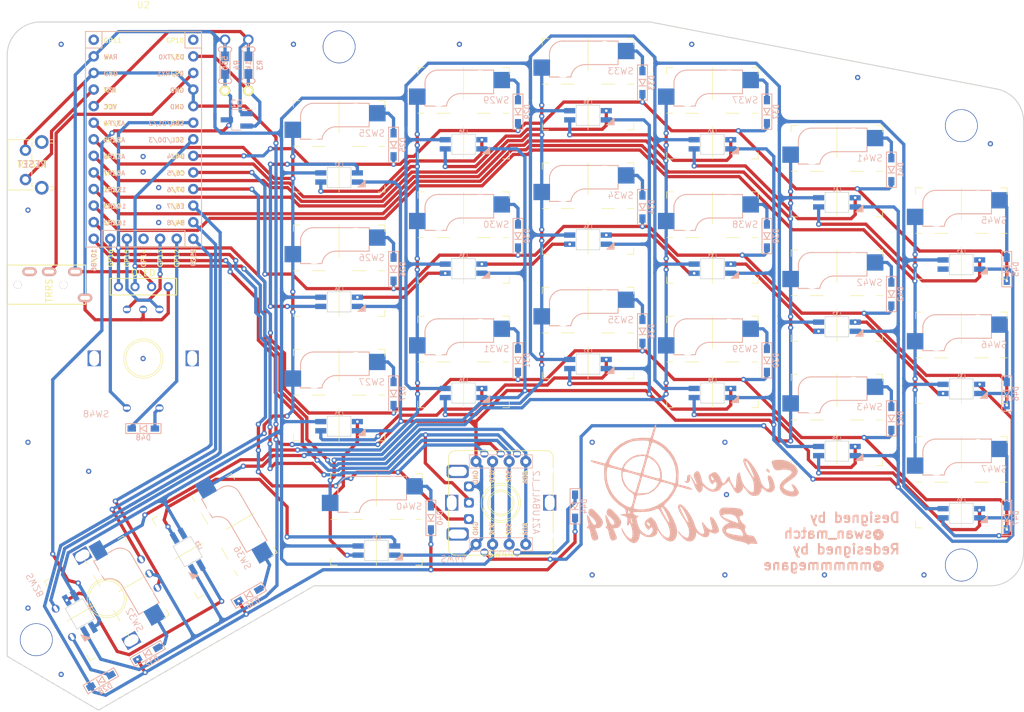
<source format=kicad_pcb>
(kicad_pcb (version 20240108) (generator "pcbnew") (generator_version "8.0")
  (layers (0 "F.Cu" signal) (31 "B.Cu" signal) (34 "B.Paste" user) (35 "F.Paste" user) (36 "B.SilkS" user "B.Silkscreen") (37 "F.SilkS" user "F.Silkscreen") (38 "B.Mask" user) (39 "F.Mask" user) (44 "Edge.Cuts" user))
  (net 0 "")
  (net 1 "SDA_R")
  (net 2 "SCL_R")
  (net 3 "GNDR")
  (net 4 "Row5")
  (net 5 "Net-(D25-A)")
  (net 6 "Row6")
  (net 7 "Net-(D26-A)")
  (net 8 "Row7")
  (net 9 "Net-(D27-A)")
  (net 10 "Row8")
  (net 11 "Net-(D28-A)")
  (net 12 "Net-(D29-A)")
  (net 13 "Net-(D30-A)")
  (net 14 "Net-(D31-A)")
  (net 15 "Net-(D32-A)")
  (net 16 "Net-(D33-A)")
  (net 17 "Net-(D34-A)")
  (net 18 "Net-(D35-A)")
  (net 19 "Net-(D36-A)")
  (net 20 "Net-(D37-A)")
  (net 21 "Net-(D38-A)")
  (net 22 "Net-(D39-A)")
  (net 23 "Net-(D40-A)")
  (net 24 "Net-(D41-A)")
  (net 25 "Net-(D42-A)")
  (net 26 "Net-(D43-A)")
  (net 27 "Net-(D44-A)")
  (net 28 "Net-(D45-A)")
  (net 29 "Net-(D46-A)")
  (net 30 "Net-(D47-A)")
  (net 31 "Row9")
  (net 32 "Net-(D48-A)")
  (net 34 "DATA_R")
  (net 35 "Net-(L22-DOUT)")
  (net 36 "LED5V_R")
  (net 37 "Net-(L23-DOUT)")
  (net 38 "Net-(L24-DOUT)")
  (net 39 "Net-(L25-DOUT)")
  (net 40 "Net-(L26-DOUT)")
  (net 41 "Net-(L27-DOUT)")
  (net 42 "Net-(L28-DOUT)")
  (net 43 "Net-(L29-DOUT)")
  (net 44 "Net-(L30-DOUT)")
  (net 45 "Net-(L31-DOUT)")
  (net 46 "Net-(L32-DOUT)")
  (net 47 "Net-(L33-DOUT)")
  (net 48 "Net-(L34-DOUT)")
  (net 49 "Net-(L35-DOUT)")
  (net 50 "Net-(L36-DOUT)")
  (net 51 "Net-(L37-DOUT)")
  (net 52 "Net-(L38-DOUT)")
  (net 53 "Net-(L39-DOUT)")
  (net 54 "Net-(L40-DOUT)")
  (net 55 "Net-(L41-DOUT)")
  (net 57 "+3V3R")
  (net 58 "LED3.3V_R")
  (net 59 "RESET_R")
  (net 60 "Col7")
  (net 61 "RE4B")
  (net 62 "RE4A")
  (net 63 "Col8")
  (net 64 "Col9")
  (net 65 "Col10")
  (net 66 "Col11")
  (net 67 "RE5A")
  (net 68 "RE5B")
  (net 69 "Col12")
  (net 70 "RE6A")
  (net 71 "RE6B")
  (net 72 "Col13")
  (net 76 "+5VR")
  (footprint "taka_lib:MX1U_Hotswap" (layer "F.Cu") (at 165.731316 79.097179)
    (property "Reference" "SW38")
    (property "Value" "SW_Push")
  )
  (footprint "kbd_Parts:Diode_SMD" (layer "F.Cu") (at 135.965746 59.809134 90)
    (property "Reference" "D29")
    (property "Value" "D" (hide yes))
  )
  (footprint "kbd_Parts:OLED" (layer "F.Cu") (at 74.807429 86.618023)
    (property "Reference" "OLED_L2")
    (property "Value" "OLED" (hide yes))
  )
  (footprint "kbd_Parts:Diode_SMD" (layer "F.Cu") (at 94.741208 133.887802 30)
    (property "Reference" "D36")
    (property "Value" "D" (hide yes))
  )
  (footprint "taka_lib:MX1U_Hotswap" (layer "F.Cu") (at 108.581316 84.177178)
    (property "Reference" "SW26")
    (property "Value" "SW_Push")
  )
  (footprint "kbd_Parts:Diode_SMD" (layer "F.Cu") (at 155.015746 93.464134 90)
    (property "Reference" "D35")
    (property "Value" "D" (hide yes))
  )
  (footprint "taka_lib:MX1U_Hotswap" (layer "F.Cu") (at 165.731315 98.147178)
    (property "Reference" "SW39")
    (property "Value" "SW_Push")
  )
  (footprint "taka_lib:RP2040Promicro" (layer "F.Cu") (at 78.617429 64.293749)
    (property "Reference" "U2")
    (property "Value" "RP2040Promicro")
  )
  (footprint "kbd_Parts:Diode_SMD" (layer "F.Cu") (at 144.697172 120.252984 90)
    (property "Reference" "D44")
    (property "Value" "D" (hide yes))
  )
  (footprint "kbd_Parts:Diode_SMD" (layer "F.Cu") (at 155.015746 74.414134 90)
    (property "Reference" "D34")
    (property "Value" "D" (hide yes))
  )
  (footprint "kbd_Parts:Diode_SMD" (layer "F.Cu") (at 193.115746 106.799134 90)
    (property "Reference" "D43")
    (property "Value" "D" (hide yes))
  )
  (footprint "taka_lib:MX1U_Hotswap" (layer "F.Cu") (at 108.581316 65.127178)
    (property "Reference" "SW25")
    (property "Value" "SW_Push")
  )
  (footprint "kbd_Parts:Diode_SMD" (layer "F.Cu") (at 210.776915 102.988907 90)
    (property "Reference" "D46")
    (property "Value" "D" (hide yes))
  )
  (footprint "kbd_Parts:Diode_SMD" (layer "F.Cu") (at 72.119314 146.984688 30)
    (property "Reference" "D28")
    (property "Value" "D" (hide yes))
  )
  (footprint "taka_lib:MX1U_Hotswap" (layer "F.Cu") (at 114.296316 122.277178)
    (property "Reference" "SW40")
    (property "Value" "SW_Push")
  )
  (footprint "taka_lib:MX1U_Hotswap" (layer "F.Cu") (at 146.681317 74.652178)
    (property "Reference" "SW34")
    (property "Value" "SW_Push")
  )
  (footprint "taka_lib:EC12RE" (layer "F.Cu") (at 73.021316 134.342178 120)
    (property "Reference" "SW28")
    (property "Value" "RotaryEncoder_Switch")
  )
  (footprint "taka_lib:MX1U_Hotswap" (layer "F.Cu") (at 203.831315 116.562179)
    (property "Reference" "SW47")
    (property "Value" "SW_Push")
  )
  (footprint "kbd_Parts:Diode_SMD" (layer "F.Cu") (at 122.630746 122.039134 90)
    (property "Reference" "D40")
    (property "Value" "D" (hide yes))
  )
  (footprint "kbd_Parts:Diode_SMD" (layer "F.Cu") (at 174.065746 78.859134 90)
    (property "Reference" "D38")
    (property "Value" "D" (hide yes))
  )
  (footprint "kbd_Parts:Diode_SMD" (layer "F.Cu") (at 79.26307 142.817498 30)
    (property "Reference" "D32")
    (property "Value" "D" (hide yes))
  )
  (footprint "taka_lib:MX1U_Hotswap" (layer "F.Cu") (at 184.781315 68.937178)
    (property "Reference" "SW41")
    (property "Value" "SW_Push")
  )
  (footprint "kbd:HOLE" (layer "F.Cu") (at 203.831316 61.952178)
    (property "Reference" "Ref2")
    (property "Value" "Val**")
  )
  (footprint "MountingHole:MountingHole_2.2mm_M2" (layer "F.Cu") (at 95.246316 100.687178)
    (property "Reference" "J4" (hide yes))
    (property "Value" "Conn_01x01")
  )
  (footprint "MountingHole:MountingHole_2.2mm_M2" (layer "F.Cu") (at 61.591315 49.887179)
    (property "Reference" "J5" (hide yes))
    (property "Value" "Conn_01x01")
  )
  (footprint "Keebio-Parts.pretty-master:Resistor-Hybrid-Back" (layer "F.Cu") (at 94.69088 52.685125 90)
    (property "Reference" "R3")
    (property "Value" "1k")
  )
  (footprint "taka_lib:MX1U_Hotswap" (layer "F.Cu") (at 146.681316 55.602178)
    (property "Reference" "SW33")
    (property "Value" "SW_Push")
  )
  (footprint "taka_lib:MX1U_Hotswap" (layer "F.Cu") (at 127.631316 98.147178)
    (property "Reference" "SW31")
    (property "Value" "SW_Push")
  )
  (footprint "taka_lib:MX1U_Hotswap" (layer "F.Cu") (at 127.631316 79.097178)
    (property "Reference" "SW30")
    (property "Value" "SW_Push")
  )
  (footprint "THQWGD001:THQWGD001" (layer "F.Cu") (at 133.346316 119.737178)
    (property "Reference" "SW44")
    (property "Value" "RotaryEncoder_Switch" (hide yes))
  )
  (footprint "taka_lib:AZ1UBALL" (layer "F.Cu") (at 133.346316 119.737178 -90)
    (property "Reference" "AZ1UBALL_L2")
    (property "Value" "AZ1UBALL")
  )
  (footprint "kbd_Parts:Diode_SMD" (layer "F.Cu") (at 135.965746 97.909134 90)
    (property "Reference" "D31")
    (property "Value" "D" (hide yes))
  )
  (footprint "kbd_Parts:Diode_SMD" (layer "F.Cu") (at 210.776915 83.938892 90)
    (property "Reference" "D45")
    (property "Value" "D" (hide yes))
  )
  (footprint "taka_lib:MX1U_Hotswap" (layer "F.Cu") (at 89.531316 124.817178 -60)
    (property "Reference" "SW36")
    (property "Value" "SW_Push")
  )
  (footprint "kbd_Parts:Diode_SMD" (layer "F.Cu") (at 174.065746 59.809134 90)
    (property "Reference" "D37")
    (property "Value" "D" (hide yes))
  )
  (footprint "taka_lib:MX1U_Hotswap" (layer "F.Cu") (at 184.781315 107.037178)
    (property "Reference" "SW43")
    (property "Value" "SW_Push")
  )
  (footprint "kbd_Parts:Diode_SMD" (layer "F.Cu") (at 116.915746 102.989134 90)
    (property "Reference" "D27")
    (property "Value" "D" (hide yes))
  )
  (footprint "kbd_Parts:Diode_SMD" (layer "F.Cu") (at 155.015746 55.364134 90)
    (property "Reference" "D33")
    (property "Value" "D" (hide yes))
  )
  (footprint "kbd:HOLE" (layer "F.Cu") (at 203.831316 129.262178)
    (property "Reference" "Ref5")
    (property "Value" "Val**")
  )
  (footprint "taka_lib:MX1U_Hotswap" (layer "F.Cu") (at 165.731316 60.047179)
    (property "Reference" "SW37")
    (property "Value" "SW_Push")
  )
  (footprint "taka_lib:MX1U_Hotswap_RE" (layer "F.Cu") (at 73.021316 134.342178 -60)
    (property "Reference" "SW32")
    (property "Value" "SW_Push")
  )
  (footprint "MountingHole:MountingHole_2.2mm_M2" (layer "F.Cu") (at 61.591316 118.467178)
    (property "Reference" "J3" (hide yes))
    (property "Value" "Conn_01x01")
  )
  (footprint "taka_lib:MX1U_Hotswap" (layer "F.Cu") (at 184.781315 87.987178)
    (property "Reference" "SW42")
    (property "Value" "SW_Push")
  )
  (footprint "kbd_Parts:Diode_SMD" (layer "F.Cu") (at 193.115746 87.749134 90)
    (property "Reference" "D42")
    (property "Value" "D" (hide yes))
  )
  (footprint "taka_lib:MX1U_Hotswap" (layer "F.Cu") (at 127.631316 60.047178)
    (property "Reference" "SW29")
    (property "Value" "SW_Push")
  )
  (footprint "kbd_Parts:Diode_SMD" (layer "F.Cu") (at 116.915746 64.889134 90)
    (property "Reference" "D25")
    (property "Value" "D" (hide yes))
  )
  (footprint "Keebio-Parts.pretty-master:Resistor-Hybrid-Back" (layer "F.Cu") (at 91.119002 52.685125 90)
    (property "Reference" "R4")
    (property "Value" "560")
  )
  (footprint "kbd_Parts:Diode_SMD" (layer "F.Cu") (at 210.776915 122.038923 90)
    (property "Reference" "D47")
    (property "Value" "D" (hide yes))
  )
  (footprint "taka_lib:EC12RE" (layer "F.Cu") (at 133.346316 119.737178 180)
    (property "Reference" "SW44")
    (property "Value" "RotaryEncoder_Switch")
  )
  (footprint "kbd_Parts:Diode_SMD" (layer "F.Cu") (at 116.915746 83.939134 90)
    (property "Reference" "D26")
    (property "Value" "D" (hide yes))
  )
  (footprint "kbd:HOLE" (layer "F.Cu") (at 62.226316 140.692178)
    (property "Reference" "Ref3")
    (property "Value" "Val**")
  )
  (footprint "taka_lib:MX1U_Hotswap" (layer "F.Cu") (at 203.831315 78.462178)
    (property "Reference" "SW45")
    (property "Value" "SW_Push")
  )
  (footprint "kbd_Parts:Diode_SMD" (layer "F.Cu") (at 174.065746 97.909134 90)
    (property "Reference" "D39")
    (property "Value" "D" (hide yes))
  )
  (footprint "taka_lib:EC12RE" (layer "F.Cu") (at 78.617429 97.631332 180)
    (property "Reference" "SW48")
    (property "Value" "RotaryEncoder_Switch")
  )
  (footprint "taka_lib:MX1U_Hotswap" (layer "F.Cu") (at 108.581316 103.227178)
    (property "Reference" "SW27")
    (property "Value" "SW_Push")
  )
  (footprint "kbd_Parts:Diode_SMD" (layer "F.Cu") (at 78.617429 108.346724)
    (property "Reference" "D48")
    (property "Value" "D" (hide yes))
  )
  (footprint "taka_lib:MX1U_Hotswap" (layer "F.Cu") (at 203.831315 97.512179)
    (property "Reference" "SW46")
    (property "Value" "SW_Push")
  )
  (footprint "taka_lib:MX1U_Hotswap" (layer "F.Cu") (at 146.681317 93.702178)
    (property "Reference" "SW35")
    (property "Value" "SW_Push")
  )
  (footprint "kbd:HOLE" (layer "F.Cu") (at 108.581316 49.887178)
    (property "Reference" "Ref1")
    (property "Value" "Val**")
  )
  (footprint "kbd_Parts:Diode_SMD" (layer "F.Cu") (at 135.965746 78.859134 90)
    (property "Reference" "D30")
    (property "Value" "D" (hide yes))
  )
  (footprint "kbd_Parts:Diode_SMD" (layer "F.Cu") (at 193.115746 68.699134 90)
    (property "Reference" "D41")
    (property "Value" "D" (hide yes))
  )
  (footprint "kbd:YS-SK6812MINI-E" (layer "B.Cu") (at 203.831316 121.324691 180)
    (property "Reference" "L30")
    (property "Value" "YS-SK6812MINI-E" (hide yes))
    (fp_line (start 1.8 1.55) (end -1.8 1.55) (stroke (width 0.1)) (layer "Edge.Cuts"))
    (fp_line (start 1.8 -1.55) (end 1.8 1.55) (stroke (width 0.1)) (layer "Edge.Cuts"))
    (fp_line (start -1.8 1.55) (end -1.8 -1.55) (stroke (width 0.1)) (layer "Edge.Cuts"))
    (fp_line (start -1.8 -1.55) (end 1.8 -1.55) (stroke (width 0.1)) (layer "Edge.Cuts"))
  )
  (footprint "kbd:YS-SK6812MINI-E" (layer "B.Cu") (at 85.40686 127.198434 120)
    (property "Reference" "L23")
    (property "Value" "YS-SK6812MINI-E" (hide yes))
    (fp_line (start 1.8 -1.55) (end 1.8 1.55) (stroke (width 0.1)) (layer "Edge.Cuts"))
    (fp_line (start -1.8 -1.55) (end 1.8 -1.55) (stroke (width 0.1)) (layer "Edge.Cuts"))
    (fp_line (start 1.8 1.55) (end -1.8 1.55) (stroke (width 0.1)) (layer "Edge.Cuts"))
    (fp_line (start -1.8 1.55) (end -1.8 -1.55) (stroke (width 0.1)) (layer "Edge.Cuts"))
  )
  (footprint "kbd:YS-SK6812MINI-E" (layer "B.Cu") (at 127.631316 83.85969 180)
    (property "Reference" "L35")
    (property "Value" "YS-SK6812MINI-E" (hide yes))
    (fp_line (start 1.8 1.55) (end -1.8 1.55) (stroke (width 0.1)) (layer "Edge.Cuts"))
    (fp_line (start 1.8 -1.55) (end 1.8 1.55) (stroke (width 0.1)) (layer "Edge.Cuts"))
    (fp_line (start -1.8 1.55) (end -1.8 -1.55) (stroke (width 0.1)) (layer "Edge.Cuts"))
    (fp_line (start -1.8 -1.55) (end 1.8 -1.55) (stroke (width 0.1)) (layer "Edge.Cuts"))
  )
  (footprint "kbd:YS-SK6812MINI-E" (layer "B.Cu") (at 165.731316 64.80969 180)
    (property "Reference" "L40")
    (property "Value" "YS-SK6812MINI-E" (hide yes))
    (fp_line (start 1.8 1.55) (end -1.8 1.55) (stroke (width 0.1)) (layer "Edge.Cuts"))
    (fp_line (start 1.8 -1.55) (end 1.8 1.55) (stroke (width 0.1)) (layer "Edge.Cuts"))
    (fp_line (start -1.8 1.55) (end -1.8 -1.55) (stroke (width 0.1)) (layer "Edge.Cuts"))
    (fp_line (start -1.8 -1.55) (end 1.8 -1.55) (stroke (width 0.1)) (layer "Edge.Cuts"))
  )
  (footprint "Keebio-Parts.pretty-master:SOT-23_Handsoldering" (layer "B.Cu") (at 92.904941 61.06405 180)
    (property "Reference" "Q2")
    (property "Value" "BSS138")
  )
  (footprint "kbd:YS-SK6812MINI-E" (layer "B.Cu") (at 165.731316 83.85969 180)
    (property "Reference" "L33")
    (property "Value" "YS-SK6812MINI-E" (hide yes))
    (fp_line (start 1.8 1.55) (end -1.8 1.55) (stroke (width 0.1)) (layer "Edge.Cuts"))
    (fp_line (start 1.8 -1.55) (end 1.8 1.55) (stroke (width 0.1)) (layer "Edge.Cuts"))
    (fp_line (start -1.8 1.55) (end -1.8 -1.55) (stroke (width 0.1)) (layer "Edge.Cuts"))
    (fp_line (start -1.8 -1.55) (end 1.8 -1.55) (stroke (width 0.1)) (layer "Edge.Cuts"))
  )
  (footprint "kbd:YS-SK6812MINI-E" (layer "B.Cu") (at 184.781316 111.799691 180)
    (property "Reference" "L29")
    (property "Value" "YS-SK6812MINI-E" (hide yes))
    (fp_line (start 1.8 1.55) (end -1.8 1.55) (stroke (width 0.1)) (layer "Edge.Cuts"))
    (fp_line (start 1.8 -1.55) (end 1.8 1.55) (stroke (width 0.1)) (layer "Edge.Cuts"))
    (fp_line (start -1.8 1.55) (end -1.8 -1.55) (stroke (width 0.1)) (layer "Edge.Cuts"))
    (fp_line (start -1.8 -1.55) (end 1.8 -1.55) (stroke (width 0.1)) (layer "Edge.Cuts"))
  )
  (footprint "kbd:YS-SK6812MINI-E" (layer "B.Cu") (at 165.731316 102.909691 180)
    (property "Reference" "L28")
    (property "Value" "YS-SK6812MINI-E" (hide yes))
    (fp_line (start 1.8 1.55) (end -1.8 1.55) (stroke (width 0.1)) (layer "Edge.Cuts"))
    (fp_line (start 1.8 -1.55) (end 1.8 1.55) (stroke (width 0.1)) (layer "Edge.Cuts"))
    (fp_line (start -1.8 1.55) (end -1.8 -1.55) (stroke (width 0.1)) (layer "Edge.Cuts"))
    (fp_line (start -1.8 -1.55) (end 1.8 -1.55) (stroke (width 0.1)) (layer "Edge.Cuts"))
  )
  (footprint "kbd:YS-SK6812MINI-E" (layer "B.Cu") (at 146.681316 98.46469 180)
    (property "Reference" "L27")
    (property "Value" "YS-SK6812MINI-E" (hide yes))
    (fp_line (start 1.8 1.55) (end -1.8 1.55) (stroke (width 0.1)) (layer "Edge.Cuts"))
    (fp_line (start 1.8 -1.55) (end 1.8 1.55) (stroke (width 0.1)) (layer "Edge.Cuts"))
    (fp_line (start -1.8 1.55) (end -1.8 -1.55) (stroke (width 0.1)) (layer "Edge.Cuts"))
    (fp_line (start -1.8 -1.55) (end 1.8 -1.55) (stroke (width 0.1)) (layer "Edge.Cuts"))
  )
  (footprint "kbd:YS-SK6812MINI-E" (layer "B.Cu") (at 68.89686 136.723434 120)
    (property "Reference" "L22")
    (property "Value" "YS-SK6812MINI-E" (hide yes))
    (fp_line (start 1.8 -1.55) (end 1.8 1.55) (stroke (width 0.1)) (layer "Edge.Cuts"))
    (fp_line (start -1.8 -1.55) (end 1.8 -1.55) (stroke (width 0.1)) (layer "Edge.Cuts"))
    (fp_line (start 1.8 1.55) (end -1.8 1.55) (stroke (width 0.1)) (layer "Edge.Cuts"))
    (fp_line (start -1.8 1.55) (end -1.8 -1.55) (stroke (width 0.1)) (layer "Edge.Cuts"))
  )
  (footprint "kbd:YS-SK6812MINI-E" (layer "B.Cu") (at 114.296316 127.03969 180)
    (property "Reference" "L24")
    (property "Value" "YS-SK6812MINI-E" (hide yes))
    (fp_line (start 1.8 1.55) (end -1.8 1.55) (stroke (width 0.1)) (layer "Edge.Cuts"))
    (fp_line (start 1.8 -1.55) (end 1.8 1.55) (stroke (width 0.1)) (layer "Edge.Cuts"))
    (fp_line (start -1.8 1.55) (end -1.8 -1.55) (stroke (width 0.1)) (layer "Edge.Cuts"))
    (fp_line (start -1.8 -1.55) (end 1.8 -1.55) (stroke (width 0.1)) (layer "Edge.Cuts"))
  )
  (footprint "kbd:YS-SK6812MINI-E" (layer "B.Cu") (at 184.781316 92.749691 180)
    (property "Reference" "L32")
    (property "Value" "YS-SK6812MINI-E" (hide yes))
    (fp_line (start 1.8 1.55) (end -1.8 1.55) (stroke (width 0.1)) (layer "Edge.Cuts"))
    (fp_line (start 1.8 -1.55) (end 1.8 1.55) (stroke (width 0.1)) (layer "Edge.Cuts"))
    (fp_line (start -1.8 1.55) (end -1.8 -1.55) (stroke (width 0.1)) (layer "Edge.Cuts"))
    (fp_line (start -1.8 -1.55) (end 1.8 -1.55) (stroke (width 0.1)) (layer "Edge.Cuts"))
  )
  (footprint "kbd:YS-SK6812MINI-E" (layer "B.Cu") (at 108.581316 69.88969 180)
    (property "Reference" "L37")
    (property "Value" "YS-SK6812MINI-E" (hide yes))
    (fp_line (start 1.8 1.55) (end -1.8 1.55) (stroke (width 0.1)) (layer "Edge.Cuts"))
    (fp_line (start 1.8 -1.55) (end 1.8 1.55) (stroke (width 0.1)) (layer "Edge.Cuts"))
    (fp_line (start -1.8 1.55) (end -1.8 -1.55) (stroke (width 0.1)) (layer "Edge.Cuts"))
    (fp_line (start -1.8 -1.55) (end 1.8 -1.55) (stroke (width 0.1)) (layer "Edge.Cuts"))
  )
  (footprint "kbd:YS-SK6812MINI-E" (layer "B.Cu") (at 146.681316 60.36469 180)
    (property "Reference" "L39")
    (property "Value" "YS-SK6812MINI-E" (hide yes))
    (fp_line (start 1.8 1.55) (end -1.8 1.55) (stroke (width 0.1)) (layer "Edge.Cuts"))
    (fp_line (start 1.8 -1.55) (end 1.8 1.55) (stroke (width 0.1)) (layer "Edge.Cuts"))
    (fp_line (start -1.8 1.55) (end -1.8 -1.55) (stroke (width 0.1)) (layer "Edge.Cuts"))
    (fp_line (start -1.8 -1.55) (end 1.8 -1.55) (stroke (width 0.1)) (layer "Edge.Cuts"))
  )
  (footprint "kbd:YS-SK6812MINI-E" (layer "B.Cu") (at 203.831316 102.274691 180)
    (property "Reference" "L31")
    (property "Value" "YS-SK6812MINI-E" (hide yes))
    (fp_line (start 1.8 1.55) (end -1.8 1.55) (stroke (width 0.1)) (layer "Edge.Cuts"))
    (fp_line (start 1.8 -1.55) (end 1.8 1.55) (stroke (width 0.1)) (layer "Edge.Cuts"))
    (fp_line (start -1.8 1.55) (end -1.8 -1.55) (stroke (width 0.1)) (layer "Edge.Cuts"))
    (fp_line (start -1.8 -1.55) (end 1.8 -1.55) (stroke (width 0.1)) (layer "Edge.Cuts"))
  )
  (footprint "kbd:YS-SK6812MINI-E" (layer "B.Cu") (at 146.681316 79.41469 180)
    (property "Reference" "L34")
    (property "Value" "YS-SK6812MINI-E" (hide yes))
    (fp_line (start 1.8 1.55) (end -1.8 1.55) (stroke (width 0.1)) (layer "Edge.Cuts"))
    (fp_line (start 1.8 -1.55) (end 1.8 1.55) (stroke (width 0.1)) (layer "Edge.Cuts"))
    (fp_line (start -1.8 1.55) (end -1.8 -1.55) (stroke (width 0.1)) (layer "Edge.Cuts"))
    (fp_line (start -1.8 -1.55) (end 1.8 -1.55) (stroke (width 0.1)) (layer "Edge.Cuts"))
  )
  (footprint "kbd_Parts:TRRS_MJ-4PP-9" (layer "B.Cu") (at 63.89316 86.325344 -90)
    (property "Reference" "JACK2")
    (property "Value" "MJ-4PP-9" (hide yes))
  )
  (footprint "kbd:YS-SK6812MINI-E" (layer "B.Cu") (at 203.831316 83.224691 180)
    (property "Reference" "L42")
    (property "Value" "YS-SK6812MINI-E" (hide yes))
    (fp_line (start 1.8 1.55) (end -1.8 1.55) (stroke (width 0.1)) (layer "Edge.Cuts"))
    (fp_line (start 1.8 -1.55) (end 1.8 1.55) (stroke (width 0.1)) (layer "Edge.Cuts"))
    (fp_line (start -1.8 1.55) (end -1.8 -1.55) (stroke (width 0.1)) (layer "Edge.Cuts"))
    (fp_line (start -1.8 -1.55) (end 1.8 -1.55) (stroke (width 0.1)) (layer "Edge.Cuts"))
  )
  (footprint "kbd:YS-SK6812MINI-E" (layer "B.Cu") (at 127.631316 102.90969 180)
    (property "Reference" "L26")
    (property "Value" "YS-SK6812MINI-E" (hide yes))
    (fp_line (start 1.8 1.55) (end -1.8 1.55) (stroke (width 0.1)) (layer "Edge.Cuts"))
    (fp_line (start 1.8 -1.55) (end 1.8 1.55) (stroke (width 0.1)) (layer "Edge.Cuts"))
    (fp_line (start -1.8 1.55) (end -1.8 -1.55) (stroke (width 0.1)) (layer "Edge.Cuts"))
    (fp_line (start -1.8 -1.55) (end 1.8 -1.55) (stroke (width 0.1)) (layer "Edge.Cuts"))
  )
  (footprint "kbd:YS-SK6812MINI-E" (layer "B.Cu") (at 108.581316 107.98969 180)
    (property "Reference" "L25")
    (property "Value" "YS-SK6812MINI-E" (hide yes))
    (fp_line (start 1.8 1.55) (end -1.8 1.55) (stroke (width 0.1)) (layer "Edge.Cuts"))
    (fp_line (start 1.8 -1.55) (end 1.8 1.55) (stroke (width 0.1)) (layer "Edge.Cuts"))
    (fp_line (start -1.8 1.55) (end -1.8 -1.55) (stroke (width 0.1)) (layer "Edge.Cuts"))
    (fp_line (start -1.8 -1.55) (end 1.8 -1.55) (stroke (width 0.1)) (layer "Edge.Cuts"))
  )
  (footprint "footprints:silverbullet" (layer "B.Cu") (at 162.581316 116.631332 180)
    (property "Reference" "G*2" (hide yes))
    (property "Value" "LOGO" (hide yes))
  )
  (footprint "Button_Switch_THT:SW_Tactile_SPST_Angled_PTS645Vx39-2LFS" (layer "B.Cu") (at 60.575316 70.207178 -90)
    (property "Reference" "RESET_SW2" (hide yes))
    (property "Value" "SW_Push")
  )
  (footprint "kbd:YS-SK6812MINI-E" (layer "B.Cu") (at 108.581316 88.93969 180)
    (property "Reference" "L36")
    (property "Value" "YS-SK6812MINI-E" (hide yes))
    (fp_line (start 1.8 1.55) (end -1.8 1.55) (stroke (width 0.1)) (layer "Edge.Cuts"))
    (fp_line (start 1.8 -1.55) (end 1.8 1.55) (stroke (width 0.1)) (layer "Edge.Cuts"))
    (fp_line (start -1.8 1.55) (end -1.8 -1.55) (stroke (width 0.1)) (layer "Edge.Cuts"))
    (fp_line (start -1.8 -1.55) (end 1.8 -1.55) (stroke (width 0.1)) (layer "Edge.Cuts"))
  )
  (footprint "kbd:YS-SK6812MINI-E" (layer "B.Cu") (at 127.631316 64.80969 180)
    (property "Reference" "L38")
    (property "Value" "YS-SK6812MINI-E" (hide yes))
    (fp_line (start 1.8 1.55) (end -1.8 1.55) (stroke (width 0.1)) (layer "Edge.Cuts"))
    (fp_line (start 1.8 -1.55) (end 1.8 1.55) (stroke (width 0.1)) (layer "Edge.Cuts"))
    (fp_line (start -1.8 1.55) (end -1.8 -1.55) (stroke (width 0.1)) (layer "Edge.Cuts"))
    (fp_line (start -1.8 -1.55) (end 1.8 -1.55) (stroke (width 0.1)) (layer "Edge.Cuts"))
  )
  (footprint "kbd:YS-SK6812MINI-E" (layer "B.Cu") (at 184.781316 73.699691 180)
    (property "Reference" "L41")
    (property "Value" "YS-SK6812MINI-E" (hide yes))
    (fp_line (start 1.8 1.55) (end -1.8 1.55) (stroke (width 0.1)) (layer "Edge.Cuts"))
    (fp_line (start 1.8 -1.55) (end 1.8 1.55) (stroke (width 0.1)) (layer "Edge.Cuts"))
    (fp_line (start -1.8 1.55) (end -1.8 -1.55) (stroke (width 0.1)) (layer "Edge.Cuts"))
    (fp_line (start -1.8 -1.55) (end 1.8 -1.55) (stroke (width 0.1)) (layer "Edge.Cuts"))
  )
  (gr_line (start 156.206316 46.077178) (end 209.517415 56.391117) (stroke (width 0.15)) (layer "Edge.Cuts"))
  (gr_arc (start 213.356316 127.357179) (mid 211.868409 130.949288) (end 208.276316 132.437179) (stroke (width 0.15)) (layer "Edge.Cuts"))
  (gr_line (start 71.751316 151.487179) (end 57.781316 143.232178) (stroke (width 0.15)) (layer "Edge.Cuts"))
  (gr_line (start 213.356316 61.317178) (end 213.356316 127.357179) (stroke (width 0.15)) (layer "Edge.Cuts"))
  (gr_arc (start 209.517415 56.391117) (mid 212.28323 58.194568) (end 213.356316 61.317178) (stroke (width 0.15)) (layer "Edge.Cuts"))
  (gr_arc (start 57.781316 51.157178) (mid 59.269192 47.565056) (end 62.861316 46.077178) (stroke (width 0.15)) (layer "Edge.Cuts"))
  (gr_line (start 104.771316 132.437178) (end 71.751316 151.487179) (stroke (width 0.15)) (layer "Edge.Cuts"))
  (gr_line (start 57.781316 143.232178) (end 57.781316 51.157178) (stroke (width 0.15)) (layer "Edge.Cuts"))
  (gr_line (start 62.861316 46.077178) (end 156.206316 46.077178) (stroke (width 0.15)) (layer "Edge.Cuts"))
  (gr_line (start 208.276316 132.437179) (end 104.771316 132.437178) (stroke (width 0.15)) (layer "Edge.Cuts"))
  (gr_text "Designed by\n  @swan_match\nRedesigned by\n  @mmmmmegane" (at 194.581316 125.631332 0) (layer "B.SilkS") (effects (font (size 1.5 1.5) (thickness 0.3)) (justify left mirror)))
  (segment (start 97.221316 94.82841) (end 99.527576 97.13467) (width 0.5) (layer "F.Cu") (net 1))
  (segment (start 92.019234 80.68846) (end 97.221316 85.890542) (width 0.5) (layer "F.Cu") (net 1))
  (segment (start 99.527576 97.13467) (end 99.527576 102.549561) (width 0.5) (layer "F.Cu") (net 1))
  (segment (start 103.643488 106.665473) (end 103.643488 110.006894) (width 0.5) (layer "F.Cu") (net 1))
  (segment (start 97.221316 85.890542) (end 97.221316 94.82841) (width 0.5) (layer "F.Cu") (net 1))
  (segment (start 103.643488 110.006894) (end 106.821314 113.18472) (width 0.5) (layer "F.Cu") (net 1))
  (segment (start 74.81243 80.68846) (end 92.019234 80.68846) (width 0.5) (layer "F.Cu") (net 1))
  (segment (start 99.527576 102.549561) (end 103.643488 106.665473) (width 0.5) (layer "F.Cu") (net 1))
  (via (at 106.821314 113.18472) (size 0.8) (drill 0.4) (layers "F.Cu" "B.Cu") (net 1))
  (via (at 74.81243 80.68846) (size 0.8) (drill 0.4) (layers "F.Cu" "B.Cu") (net 1))
  (segment (start 76.416287 61.499749) (end 86.262429 61.499749) (width 0.5) (layer "B.Cu") (net 1))
  (segment (start 137.156316 113.387178) (end 137.156316 112.062253) (width 0.5) (layer "B.Cu") (net 1))
  (segment (start 137.156316 112.062253) (end 133.564221 108.470159) (width 0.5) (layer "B.Cu") (net 1))
  (segment (start 120.987155 108.470159) (end 115.722594 113.73472) (width 0.5) (layer "B.Cu") (net 1))
  (segment (start 137.156316 113.387178) (end 137.156316 126.087178) (width 0.5) (layer "B.Cu") (net 1))
  (segment (start 106.821314 113.386801) (end 106.821314 113.18472) (width 0.5) (layer "B.Cu") (net 1))
  (segment (start 107.469234 114.034721) (end 106.821314 113.386801) (width 0.5) (layer "B.Cu") (net 1))
  (segment (start 133.564221 108.470159) (end 120.987155 108.470159) (width 0.5) (layer "B.Cu") (net 1))
  (segment (start 74.81243 80.68846) (end 74.81243 63.103606) (width 0.5) (layer "B.Cu") (net 1))
  (segment (start 74.807429 86.618023) (end 74.81243 86.613022) (width 0.5) (layer "B.Cu") (net 1))
  (segment (start 108.173398 114.034721) (end 107.469234 114.034721) (width 0.5) (layer "B.Cu") (net 1))
  (segment (start 108.473399 113.73472) (end 108.173398 114.034721) (width 0.5) (layer "B.Cu") (net 1))
  (segment (start 115.722594 113.73472) (end 108.473399 113.73472) (width 0.5) (layer "B.Cu") (net 1))
  (segment (start 74.81243 63.103606) (end 76.416287 61.499749) (width 0.5) (layer "B.Cu") (net 1))
  (segment (start 74.81243 86.613022) (end 74.81243 80.68846) (width 0.5) (layer "B.Cu") (net 1))
  (segment (start 104.529234 113.68846) (end 106.275495 115.434721) (width 0.5) (layer "F.Cu") (net 2))
  (segment (start 98.012488 110.68846) (end 98.012488 108.105631) (width 0.5) (layer "F.Cu") (net 2))
  (segment (start 98.012488 114.479633) (end 98.80366 113.688461) (width 0.5) (layer "F.Cu") (net 2))
  (segment (start 93.604036 83.475344) (end 94.022363 83.893672) (width 0.5) (layer "F.Cu") (net 2))
  (segment (start 98.80366 113.688461) (end 104.529234 113.68846) (width 0.5) (layer "F.Cu") (net 2))
  (segment (start 77.352429 83.475344) (end 93.604036 83.475344) (width 0.5) (layer "F.Cu") (net 2))
  (via (at 98.012488 108.105631) (size 0.8) (drill 0.4) (layers "F.Cu" "B.Cu") (net 2))
  (via (at 94.022363 83.893672) (size 0.8) (drill 0.4) (layers "F.Cu" "B.Cu") (net 2))
  (via (at 77.352429 83.475344) (size 0.8) (drill 0.4) (layers "F.Cu" "B.Cu") (net 2))
  (via (at 106.275495 115.434721) (size 0.8) (drill 0.4) (layers "F.Cu" "B.Cu") (net 2))
  (via (at 98.012488 114.479633) (size 0.8) (drill 0.4) (layers "F.Cu" "B.Cu") (net 2))
  (via (at 98.012488 110.68846) (size 0.8) (drill 0.4) (layers "F.Cu" "B.Cu") (net 2))
  (segment (start 77.347429 86.618023) (end 77.347429 83.480344) (width 0.5) (layer "B.Cu") (net 2))
  (segment (start 134.616316 126.087178) (end 134.616316 113.387178) (width 0.5) (layer "B.Cu") (net 2))
  (segment (start 77.352429 83.475344) (end 77.352429 72.949749) (width 0.5) (layer "B.Cu") (net 2))
  (segment (start 109.053299 115.13472) (end 116.302494 115.13472) (width 0.5) (layer "B.Cu") (net 2))
  (segment (start 77.352429 83.475344) (end 77.352429 86.613023) (width 0.5) (layer "B.Cu") (net 2))
  (segment (start 121.267055 110.170159) (end 132.764223 110.170159) (width 0.5) (layer "B.Cu") (net 2))
  (segment (start 97.221316 93.336378) (end 97.227576 93.330118) (width 0.5) (layer "B.Cu") (net 2))
  (segment (start 116.302494 115.13472) (end 121.267055 110.170159) (width 0.5) (layer "B.Cu") (net 2))
  (segment (start 77.347429 83.480344) (end 77.352429 83.475344) (width 0.5) (layer "B.Cu") (net 2))
  (segment (start 96.521315 90.279366) (end 96.521316 86.392624) (width 0.5) (layer "B.Cu") (net 2))
  (segment (start 97.227576 90.985627) (end 96.521315 90.279366) (width 0.5) (layer "B.Cu") (net 2))
  (segment (start 96.521316 86.392624) (end 94.022363 83.893672) (width 0.5) (layer "B.Cu") (net 2))
  (segment (start 77.352429 72.949749) (end 86.262429 64.039749) (width 0.5) (layer "B.Cu") (net 2))
  (segment (start 77.352429 86.613023) (end 77.347429 86.618023) (width 0.5) (layer "B.Cu") (net 2))
  (segment (start 98.012488 108.105631) (end 98.012488 94.831714) (width 0.5) (layer "B.Cu") (net 2))
  (segment (start 98.012488 114.479633) (end 98.012488 110.68846) (width 0.5) (layer "B.Cu") (net 2))
  (segment (start 106.275495 115.434721) (end 108.753297 115.434721) (width 0.5) (layer "B.Cu") (net 2))
  (segment (start 108.753297 115.434721) (end 109.053299 115.13472) (width 0.5) (layer "B.Cu") (net 2))
  (segment (start 97.221316 94.040542) (end 97.221316 93.336378) (width 0.5) (layer "B.Cu") (net 2))
  (segment (start 132.764223 110.170159) (end 134.616316 112.022253) (width 0.5) (layer "B.Cu") (net 2))
  (segment (start 98.012488 94.831714) (end 97.221316 94.040542) (width 0.5) (layer "B.Cu") (net 2))
  (segment (start 97.227576 93.330118) (end 97.227576 90.985627) (width 0.5) (layer "B.Cu") (net 2))
  (segment (start 134.616316 112.022253) (end 134.616316 113.387178) (width 0.5) (layer "B.Cu") (net 2))
  (segment (start 81.427429 91.68846) (end 82.427429 90.68846) (width 0.5) (layer "F.Cu") (net 3))
  (segment (start 69.69316 90.154044) (end 71.227576 91.68846) (width 0.5) (layer "F.Cu") (net 3))
  (segment (start 71.022429 53.879748) (end 60.575316 64.326861) (width 0.5) (layer "F.Cu") (net 3))
  (segment (start 192.98069 116.085793) (end 194.171315 117.276419) (width 0.5) (layer "F.Cu") (net 3))
  (segment (start 98.921316 63.698249) (end 94.182815 58.959748) (width 0.5) (layer "F.Cu") (net 3))
  (segment (start 129.581316 107.235082) (end 128.581316 107.235082) (width 0.5) (layer "F.Cu") (net 3))
  (segment (start 129.581316 107.235082) (end 134.277939 102.538459) (width 0.5) (layer "F.Cu") (net 3))
  (segment (start 160.077915 107.070159) (end 174.440064 107.070159) (width 0.5) (layer "F.Cu") (net 3))
  (segment (start 78.592429 91.323607) (end 78.227576 91.68846) (width 0.5) (layer "F.Cu") (net 3))
  (segment (start 131.748828 110.63969) (end 133.321316 112.212178) (width 0.5) (layer "F.Cu") (net 3))
  (segment (start 71.227576 91.68846) (end 78.227576 91.68846) (width 0.5) (layer "F.Cu") (net 3))
  (segment (start 78.592429 90.106332) (end 78.592429 91.323607) (width 0.5) (layer "F.Cu") (net 3))
  (segment (start 99.678492 110.78472) (end 101.393472 110.78472) (width 0.5) (layer "F.Cu") (net 3))
  (segment (start 69.69316 88.325344) (end 69.69316 90.154044) (width 0.5) (layer "F.Cu") (net 3))
  (segment (start 129.536316 107.280082) (end 129.581316 107.235082) (width 0.5) (layer "F.Cu") (net 3))
  (segment (start 129.536316 109.63969) (end 129.536316 108.127178) (width 0.5) (layer "F.Cu") (net 3))
  (segment (start 129.536316 113.387178) (end 129.536316 111.63969) (width 0.5) (layer "F.Cu") (net 3))
  (segment (start 98.921316 107.68846) (end 98.921316 110.027544) (width 0.5) (layer "F.Cu") (net 3))
  (segment (start 98.921316 64.634188) (end 98.921316 63.698249) (width 0.5) (layer "F.Cu") (net 3))
  (segment (start 129.536316 110.63969) (end 129.536316 109.63969) (width 0.5) (layer "F.Cu") (net 3))
  (segment (start 98.921316 110.027544) (end 99.678492 110.78472) (width 0.5) (layer "F.Cu") (net 3))
  (segment (start 94.182815 58.959748) (end 86.262429 58.959748) (width 0.5) (layer "F.Cu") (net 3))
  (segment (start 174.440064 107.070159) (end 175.121316 107.751411) (width 0.5) (layer "F.Cu") (net 3))
  (segment (start 128.64422 107.235082) (end 129.536316 108.127178) (width 0.5) (layer "F.Cu") (net 3))
  (segment (start 114.500662 110.78472) (end 118.0503 107.235082) (width 0.5) (layer "F.Cu") (net 3))
  (segment (start 82.427429 90.68846) (end 82.427429 86.618023) (width 0.5) (layer "F.Cu") (net 3))
  (segment (start 118.0503 107.235082) (end 128.581316 107.235082) (width 0.5) (layer "F.Cu") (net 3))
  (segment (start 128.64422 107.235082) (end 128.689219 107.280083) (width 0.5) (layer "F.Cu") (net 3))
  (segment (start 128.581316 107.235082) (end 128.64422 107.235082) (width 0.5) (layer "F.Cu") (net 3))
  (segment (start 181.118458 116.085793) (end 192.98069 116.085793) (width 0.5) (layer "F.Cu") (net 3))
  (segment (start 130.781316 110.63969) (end 130.536315 110.63969) (width 0.5) (layer "F.Cu") (net 3))
  (segment (start 128.689219 107.280083) (end 129.536316 107.280082) (width 0.5) (layer "F.Cu") (net 3))
  (segment (start 129.536316 111.63969) (end 129.536316 110.63969) (width 0.5) (layer "F.Cu") (net 3))
  (segment (start 134.277939 102.538459) (end 137.021316 102.538459) (width 0.5) (layer "F.Cu") (net 3))
  (segment (start 155.546215 102.538459) (end 156.071316 103.06356) (width 0.5) (layer "F.Cu") (net 3))
  (segment (start 78.227576 91.68846) (end 81.427429 91.68846) (width 0.5) (layer "F.Cu") (net 3))
  (segment (start 137.021316 102.538459) (end 155.546215 102.538459) (width 0.5) (layer "F.Cu") (net 3))
  (segment (start 60.575316 64.326861) (end 60.575316 65.707178) (width 0.5) (layer "F.Cu") (net 3))
  (segment (start 156.071316 103.06356) (end 160.077915 107.070159) (width 0.5) (layer "F.Cu") (net 3))
  (segment (start 130.781316 110.63969) (end 129.536316 110.63969) (width 0.5) (layer "F.Cu") (net 3))
  (segment (start 129.536316 108.127178) (end 129.536316 107.280082) (width 0.5) (layer "F.Cu") (net 3))
  (segment (start 131.748828 110.63969) (end 130.781316 110.63969) (width 0.5) (layer "F.Cu") (net 3))
  (via (at 114.500662 110.78472) (size 0.8) (drill 0.4) (layers "F.Cu" "B.Cu") (net 3))
  (via (at 162.556259 49.490261) (size 0.8) (drill 0.4) (layers "F.Cu" "B.Cu") (net 3))
  (via (at 147.316259 130.770261) (size 0.8) (drill 0.4) (layers "F.Cu" "B.Cu") (net 3))
  (via (at 167.878266 118.467287) (size 0.8) (drill 0.4) (layers "F.Cu" "B.Cu") (net 3))
  (via (at 147.316259 110.450261) (size 0.8) (drill 0.4) (layers "F.Cu" "B.Cu") (net 3))
  (via (at 98.921316 64.634188) (size 0.8) (drill 0.4) (layers "F.Cu" "B.Cu") (net 3))
  (via (at 78.581316 97.631332) (size 0.8) (drill 0.4) (layers "F.Cu" "B.Cu") (net 3))
  (via (at 60.956259 135.850261) (size 0.8) (drill 0.4) (layers "F.Cu" "B.Cu") (net 3))
  (via (at 175.121316 107.751411) (size 0.8) (drill 0.4) (layers "F.Cu" "B.Cu") (net 3))
  (via (at 70.246934 114.895409) (size 0.8) (drill 0.4) (layers "F.Cu" "B.Cu") (net 3))
  (via (at 101.596259 49.490261) (size 0.8) (drill 0.4) (layers "F.Cu" "B.Cu") (net 3))
  (via (at 194.171315 117.276419) (size 0.8) (drill 0.4) (layers "F.Cu" "B.Cu") (net 3))
  (via (at 101.393472 110.78472) (size 0.8) (drill 0.4) (layers "F.Cu" "B.Cu") (net 3))
  (via (at 182.876259 130.770261) (size 0.8) (drill 0.4) (layers "F.Cu" "B.Cu") (net 3))
  (via (at 156.071316 103.06356) (size 0.8) (drill 0.4) (layers "F.Cu" "B.Cu") (net 3))
  (via (at 60.956259 110.450261) (size 0.8) (drill 0.4) (layers "F.Cu" "B.Cu") (net 3))
  (via (at 198.116259 130.770261) (size 0.8) (drill 0.4) (layers "F.Cu" "B.Cu") (net 3))
  (via (at 167.636259 110.450261) (size 0.8) (drill 0.4) (layers "F.Cu" "B.Cu") (net 3))
  (via (at 98.921316 110.027544) (size 0.8) (drill 0.4) (layers "F.Cu" "B.Cu") (net 3))
  (via (at 80.962568 71.43756) (size 0.8) (drill 0.4) (layers "F.Cu" "B.Cu") (net 3))
  (via (at 167.636259 130.770261) (size 0.8) (drill 0.4) (layers "F.Cu" "B.Cu") (net 3))
  (via (at 187.956259 54.570261) (size 0.8) (drill 0.4) (layers "F.Cu" "B.Cu") (net 3))
  (via (at 80.962568 74.414125) (size 0.8) (drill 0.4) (layers "F.Cu" "B.Cu") (net 3))
  (via (at 118.0503 107.235082) (size 0.8) (drill 0.4) (layers "F.Cu" "B.Cu") (net 3))
  (via (at 78.581316 69.056308) (size 0.8) (drill 0.4) (layers "F.Cu" "B.Cu") (net 3))
  (via (at 137.021316 102.538459) (size 0.8) (drill 0.4) (layers "F.Cu" "B.Cu") (net 3))
  (via (at 98.921316 107.68846) (size 0.8) (drill 0.4) (layers "F.Cu" "B.Cu") (net 3))
  (via (at 126.996259 49.490261) (size 0.8) (drill 0.4) (layers "F.Cu" "B.Cu") (net 3))
  (via (at 181.118458 116.085793) (size 0.8) (drill 0.4) (layers "F.Cu" "B.Cu") (net 3))
  (via (at 60.956259 74.890261) (size 0.8) (drill 0.4) (layers "F.Cu" "B.Cu") (net 3))
  (via (at 80.962568 76.795377) (size 0.8) (drill 0.4) (layers "F.Cu" "B.Cu") (net 3))
  (via (at 66.036259 49.490261) (size 0.8) (drill 0.4) (layers "F.Cu" "B.Cu") (net 3))
  (via (at 78.581316 66.675056) (size 0.8) (drill 0.4) (layers "F.Cu" "B.Cu") (net 3))
  (via (at 66.036259 146.010261) (size 0.8) (drill 0.4) (layers "F.Cu" "B.Cu") (net 3))
  (via (at 208.276259 64.730261) (size 0.8) (drill 0.4) (layers "F.Cu" "B.Cu") (net 3))
  (arc (start 130.536315 110.63969) (mid 129.829209 110.932584) (end 129.536316 111.63969) (width 0.5) (layer "F.Cu") (net 3))
  (arc (start 130.536315 110.63969) (mid 129.829209 110.346797) (end 129.536316 109.63969) (width 0.5) (layer "F.Cu") (net 3))
  (segment (start 137.021316 83.938891) (end 137.021316 84.534204) (width 0.5) (layer "B.Cu") (net 3))
  (segment (start 85.775553 140.755762) (end 85.417043 140.962748) (width 0.5) (layer "B.Cu") (net 3))
  (segment (start 194.171315 111.323289) (end 194.171315 112.513917) (width 0.5) (layer "B.Cu") (net 3))
  (segment (start 211.701915 120.848297) (end 211.701915 103.58422) (width 0.5) (layer "B.Cu") (net 3))
  (segment (start 156.071316 100.418513) (end 156.071316 100.607655) (width 0.5) (layer "B.Cu") (net 3))
  (segment (start 130.386316 118.467046) (end 130.386316 125.237178) (width 0.5) (layer "B.Cu") (net 3))
  (segment (start 116.717461 89.63969) (end 117.033021 89.63969) (width 0.5) (layer "B.Cu") (net 3))
  (segment (start 210.776915 102.97469) (end 211.687698 102.97469) (width 0.5) (layer "B.Cu") (net 3))
  (segment (start 137.021316 85.129517) (end 137.021316 85.724831) (width 0.5) (layer "B.Cu") (net 3))
  (segment (start 86.338071 140.257475) (end 86.283068 140.462748) (width 0.5) (layer "B.Cu") (net 3))
  (segment (start 130.431316 65.50969) (end 135.792979 65.50969) (width 0.5) (layer "B.Cu") (net 3))
  (segment (start 154.817493 80.11469) (end 155.818993 80.11469) (width 0.5) (layer "B.Cu") (net 3))
  (segment (start 155.818993 80.11469) (end 156.071316 80.367013) (width 0.5) (layer "B.Cu") (net 3))
  (segment (start 173.90522 103.60969) (end 173.95616 103.609691) (width 0.5) (layer "B.Cu") (net 3))
  (segment (start 168.531316 84.55969) (end 173.867509 84.55969) (width 0.5) (layer "B.Cu") (net 3))
  (segment (start 91.400963 137.50793) (end 91.479221 137.462748) (width 0.5) (layer "B.Cu") (net 3))
  (segment (start 173.867509 103.60969) (end 173.90522 103.60969) (width 0.5) (layer "B.Cu") (net 3))
  (segment (start 194.157107 93.44969) (end 194.171316 93.463899) (width 0.5) (layer "B.Cu") (net 3))
  (segment (start 135.767477 84.55969) (end 136.451488 84.55969) (width 0.5) (layer "B.Cu") (net 3))
  (segment (start 211.701915 102.988907) (end 211.701915 102.393594) (width 0.5) (layer "B.Cu") (net 3))
  (segment (start 175.121316 85.724831) (end 175.121316 84.534204) (width 0.5) (layer "B.Cu") (net 3))
  (segment (start 211.701915 102.393594) (end 211.701915 84.534204) (width 0.5) (layer "B.Cu") (net 3))
  (segment (start 98.921315 64.634189) (end 98.921316 64.634188) (width 0.5) (layer "B.Cu") (net 3))
  (segment (start 116.717461 89.63969) (end 117.718985 89.63969) (width 0.5) (layer "B.Cu") (net 3))
  (segment (start 211.701915 121.363923) (end 211.701915 120.848297) (width 0.5) (layer "B.Cu") (net 3))
  (segment (start 194.157091 112.49969) (end 194.171315 112.513917) (width 0.5) (layer "B.Cu") (net 3))
  (segment (start 77.981222 145.255821) (end 85.417043 140.962748) (width 0.5) (layer "B.Cu") (net 3))
  (segment (start 129.536316 126.087178) (end 127.883804 127.73969) (width 0.5) (layer "B.Cu") (net 3))
  (segment (start 86.200642 129.973305) (end 90.395162 137.238426) (width 0.5) (layer "B.Cu") (net 3))
  (segment (start 194.171316 75.072362) (end 193.498645 74.39969) (width 0.5) (layer "B.Cu") (net 3))
  (segment (start 194.171316 93.463899) (end 194.171316 92.273274) (width 0.5) (layer "B.Cu") (net 3))
  (segment (start 175.121316 66.674814) (end 173.956192 65.50969) (width 0.5) (layer "B.Cu") (net 3))
  (segment (start 98.921315 107.688459) (end 98.921315 64.634189) (width 0.5) (layer "B.Cu") (net 3))
  (segment (start 202.442533 125.610801) (end 210.776915 125.610801) (width 0.5) (layer "B.Cu") (net 3))
  (segment (start 98.921316 107.68846) (end 98.921315 107.688459) (width 0.5) (layer "B.Cu") (net 3))
  (segment (start 86.283068 140.462748) (end 87.149094 139.962748) (width 0.5) (layer "B.Cu") (net 3))
  (segment (start 117.971316 71.500547) (end 117.060459 70.58969) (width 0.5) (layer "B.Cu") (net 3))
  (segment (start 90.125658 138.244228) (end 89.74717 138.462748) (width 0.5) (layer "B.Cu") (net 3))
  (segment (start 87.050859 140.019464) (end 87.149094 139.962748) (width 0.5) (layer "B.Cu") (net 3))
  (segment (start 211.092401 83.92469) (end 211.701915 84.534204) (width 0.5) (layer "B.Cu") (net 3))
  (segment (start 149.481316 99.16469) (end 154.817493 99.16469) (width 0.5) (layer "B.Cu") (net 3))
  (segment (start 135.767477 84.55969) (end 135.805204 84.559691) (width 0.5) (layer "B.Cu") (net 3))
  (segment (start 187.581316 112.49969) (end 192.917525 112.49969) (width 0.5) (layer "B.Cu") (net 3))
  (segment (start 149.481316 61.06469) (end 155.223696 61.06469) (width 0.5) (layer "B.Cu") (net 3))
  (segment (start 130.386316 118.314726) (end 130.386316 118.467046) (width 0.5) (layer "B.Cu") (net 3))
  (segment (start 175.121316 107.751411) (end 175.121316 110.088651) (width 0.5) (layer "B.Cu") (net 3))
  (segment (start 156.071317 79.176387) (end 156.071316 61.91231) (width 0.5) (layer "B.Cu") (net 3))
  (segment (start 79.525657 130.558028) (end 80.959984 130.942354) (width 0.5) (layer "B.Cu") (net 3))
  (segment (start 129.219034 117.212178) (end 129.259931 117.212178) (width 0.5) (layer "B.Cu") (net 3))
  (segment (start 85.417043 140.962748) (end 86.283068 140.462748) (width 0.5) (layer "B.Cu") (net 3))
  (segment (start 210.776915 122.02469) (end 211.092369 122.02469) (width 0.5) (layer "B.Cu") (net 3))
  (segment (start 173.867509 84.55969) (end 175.095829 84.559692) (width 0.5) (layer "B.Cu") (net 3))
  (segment (start 71.029358 53.886678) (end 83.729358 53.886678) (width 0.5) (layer "B.Cu") (net 3))
  (segment (start 173.867509 103.60969) (end 175.095845 103.609693) (width 0.5) (layer "B.Cu") (net 3))
  (segment (start 149.481316 80.11469) (end 154.817493 80.11469) (width 0.5) (layer "B.Cu") (net 3))
  (segment (start 194.171316 94.626108) (end 194.171315 94.654525) (width 0.5) (layer "B.Cu") (net 3))
  (segment (start 173.956192 65.50969) (end 168.531316 65.50969) (width 0.5) (layer "B.Cu") (net 3))
  (segment (start 137.021316 66.738027) (end 137.021316 83.343578) (width 0.5) (layer "B.Cu") (net 3))
  (segment (start 130.386316 114.237178) (end 130.386316 116.085793) (width 0.5) (layer "B.Cu") (net 3))
  (segment (start 156.071316 98.226403) (end 156.071316 80.962326) (width 0.5) (layer "B.Cu") (net 3))
  (segment (start 71.022429 53.879749) (end 71.029358 53.886678) (width 0.5) (layer "B.Cu") (net 3))
  (segment (start 128.446316 117.212178) (end 129.219034 117.212178) (width 0.5) (layer "B.Cu") (net 3))
  (segment (start 86.045057 139.74996) (end 86.338071 140.257475) (width 0.5) (layer "B.Cu") (net 3))
  (segment (start 210.181601 122.02469) (end 210.776915 122.02469) (width 0.5) (layer "B.Cu") (net 3))
  (segment (start 83.729358 53.886678) (end 86.262429 56.419749) (width 0.5) (layer "B.Cu") (net 3))
  (segment (start 117.971316 88.701395) (end 117.971316 71.500547) (width 0.5) (layer "B.Cu") (net 3))
  (segment (start 101.393472 110.78472) (end 114.500662 110.78472) (width 0.5) (layer "B.Cu") (net 3))
  (segment (start 155.223696 61.06469) (end 156.071316 61.91231) (width 0.5) (layer "B.Cu") (net 3))
  (segment (start 155.818977 99.16469) (end 156.071316 99.417029) (width 0.5) (layer "B.Cu") (net 3))
  (segment (start 116.595692 108.68969) (end 111.381316 108.68969) (width 0.5) (layer "B.Cu") (net 3))
  (segment (start 135.792979 65.50969) (end 137.021316 66.738027) (width 0.5) (layer "B.Cu") (net 3))
  (segment (start 129.536316 113.387178) (end 130.386316 114.237178) (width 0.5) (layer "B.Cu") (net 3))
  (segment (start 89.74717 138.462748) (end 90.613195 137.962748) (width 0.5) (layer "B.Cu") (net 3))
  (segment (start 192.917525 112.49969) (end 192.966465 112.49969) (width 0.5) (layer "B.Cu") (net 3))
  (segment (start 173.867509 84.55969) (end 173.956176 84.55969) (width 0.5) (layer "B.Cu") (net 3))
  (segment (start 69.69316 55.209017) (end 69.69316 88.325344) (width 0.5) (layer "B.Cu") (net 3))
  (segment (start 117.060459 70.58969) (end 111.381316 70.58969) (width 0.5) (layer "B.Cu") (net 3))
  (segment (start 210.181601 122.02469) (end 211.687682 122.02469) (width 0.5) (layer "B.Cu") (net 3))
  (segment (start 192.917525 112.49969) (end 194.157091 112.49969) (width 0.5) (layer "B.Cu") (net 3))
  (segment (start 130.322075 117.212178) (end 130.386316 117.276419) (width 0.5) (layer "B.Cu") (net 3))
  (segment (start 194.171315 117.276419) (end 194.171315 113.704541) (width 0.5) (layer "B.Cu") (net 3))
  (segment (start 135.767477 84.55969) (end 136.99583 84.55969) (width 0.5) (layer "B.Cu") (net 3))
  (segment (start 71.022429 53.879748) (end 69.69316 55.209017) (width 0.5) (layer "B.Cu") (net 3))
  (segment (start 175.121316 103.58422) (end 175.121316 102.393594) (width 0.5) (layer "B.Cu") (net 3))
  (segment (start 211.701915 124.685801) (end 211.701915 122.634236) (width 0.5) (layer "B.Cu") (net 3))
  (segment (start 97.374664 134.059012) (end 91.479221 137.462748) (width 0.5) (layer "B.Cu") (net 3))
  (segment (start 137.021316 85.724831) (end 137.021316 102.538459) (width 0.5) (layer "B.Cu") (net 3))
  (segment (start 154.817493 80.11469) (end 155.22368 80.11469) (width 0.5) (layer "B.Cu") (net 3))
  (segment (start 175.121316 83.343578) (end 175.121316 66.674814) (width 0.5) (layer "B.Cu") (net 3))
  (segment (start 194.171316 111.260124) (end 194.171315 94.654525) (width 0.5) (layer "B.Cu") (net 3))
  (segment (start 80.959984 130.942354) (end 86.045057 139.74996) (width 0.5) (layer "B.Cu") (net 3))
  (segment (start 210.776915 122.02469) (end 211.041148 122.02469) (width 0.5) (layer "B.Cu") (net 3))
  (segment (start 194.171316 111.260124) (end 194.171315 111.323289) (width 0.5) (layer "B.Cu") (net 3))
  (segment (start 175.121316 107.751411) (end 175.121316 104.774846) (width 0.5) (layer "B.Cu") (net 3))
  (segment (start 192.917525 93.44969) (end 192.994899 93.44969) (width 0.5) (layer "B.Cu") (net 3))
  (segment (start 99.071316 132.36236) (end 97.374664 134.059012) (width 0.5) (layer "B.Cu") (net 3))
  (segment (start 135.950085 103.60969) (end 137.021316 102.538459) (width 0.5) (layer "B.Cu") (net 3))
  (segment (start 192.917525 93.44969) (end 194.157107 93.44969) (width 0.5) (layer "B.Cu") (net 3))
  (segment (start 194.171315 94.654525) (end 194.171316 93.463899) (width 0.5) (layer "B.Cu") (net 3))
  (segment (start 211.701915 122.038923) (end 211.701915 122.634236) (width 0.5) (layer "B.Cu") (net 3))
  (segment (start 154.817493 80.11469) (end 155.133013 80.11469) (width 0.5) (layer "B.Cu") (net 3))
  (segment (start 117.971316 90.487334) (end 117.971316 89.892021) (width 0.5) (layer "B.Cu") (net 3))
  (segment (start 135.805204 84.559691) (end 135.856176 84.559691) (width 0.5) (layer "B.Cu") (net 3))
  (segment (start 210.776915 102.97469) (end 211.120819 102.97469) (width 0.5) (layer "B.Cu") (net 3))
  (segment (start 156.071316 100.607655) (end 156.071316 99.417029) (width 0.5) (layer "B.Cu") (net 3))
  (segment (start 90.395162 137.238426) (end 90.676642 137.725965) (width 0.5) (layer "B.Cu") (net 3))
  (segment (start 137.021316 84.534204) (end 137.021316 85.129517) (width 0.5) (layer "B.Cu") (net 3))
  (segment (start 175.095845 103.609693) (end 175.121316 103.58422) (width 0.5) (layer "B.Cu") (net 3))
  (segment (start 127.883804 127.73969) (end 117.096316 127.73969) (width 0.5) (layer "B.Cu") (net 3))
  (segment (start 77.981222 145.255821) (end 72.105817 143.681511) (width 0.5) (layer "B.Cu") (net 3))
  (segment (start 86.26243 56.419748) (end 86.262429 58.959748) (width 0.5) (layer "B.Cu") (net 3))
  (segment (start 175.121316 104.774846) (end 175.121316 103.58422) (width 0.5) (layer "B.Cu") (net 3))
  (segment (start 98.921316 110.027544) (end 99.071316 110.177544) (width 0.5) (layer "B.Cu") (net 3))
  (segment (start 175.121316 102.393594) (end 175.121316 85.724831) (width 0.5) (layer "B.Cu") (net 3))
  (segment (start 211.701915 103.58422) (end 211.701915 102.988907) (width 0.5) (layer "B.Cu") (net 3))
  (segment (start 194.171316 117.339584) (end 202.442533 125.610801) (width 0.5) (layer "B.Cu") (net 3))
  (segment (start 194.171315 117.276419) (end 194.171316 117.339584) (width 0.5) (layer "B.Cu") (net 3))
  (segment (start 211.687698 102.97469) (end 211.701915 102.988907) (width 0.5) (layer "B.Cu") (net 3))
  (segment (start 154.817493 99.16469) (end 155.818977 99.16469) (width 0.5) (layer "B.Cu") (net 3))
  (segment (start 117.971316 107.156098) (end 117.971316 90.487334) (width 0.5) (layer "B.Cu") (net 3))
  (segment (start 156.071316 80.962326) (end 156.071316 80.367013) (width 0.5) (layer "B.Cu") (net 3))
  (segment (start 99.071316 110.177544) (end 99.071316 132.36236) (width 0.5) (layer "B.Cu") (net 3))
  (segment (start 187.581317 93.44969) (end 192.917525 93.44969) (width 0.5) (layer "B.Cu") (net 3))
  (segment (start 193.498645 74.39969) (end 187.581317 74.39969) (width 0.5) (layer "B.Cu") (net 3))
  (segment (start 117.033021 89.63969) (end 117.123672 89.63969) (width 0.5) (layer "B.Cu") (net 3))
  (segment (start 206.631315 122.02469) (end 210.181601 122.02469) (width 0.5) (layer "B.Cu") (net 3))
  (segment (start 210.776915 102.97469) (end 211.092385 102.97469) (width 0.5) (layer "B.Cu") (net 3))
  (segment (start 156.071316 80.367013) (end 156.071317 79.176387) (width 0.5) (layer "B.Cu") (net 3))
  (segment (start 117.718985 89.63969) (end 117.971316 89.892021) (width 0.5) (layer "B.Cu") (net 3))
  (segment (start 156.071316 103.06356) (end 156.071316 100.607655) (width 0.5) (layer "B.Cu") (net 3))
  (segment (start 130.431316 84.55969) (end 135.767477 84.55969) (width 0.5) (layer "B.Cu") (net 3))
  (segment (start 130.431316 103.60969) (end 135.950085 103.60969) (width 0.5) (layer "B.Cu") (net 3))
  (segment (start 90.613195 137.962748) (end 91.479221 137.462748) (width 0.5) (layer "B.Cu") (net 3))
  (segment (start 137.021316 83.343578) (end 137.021316 83.938891) (width 0.5) (layer "B.Cu") (net 3))
  (segment (start 175.095829 84.559692) (end 175.121316 84.534204) (width 0.5) (layer "B.Cu") (net 3))
  (segment (start 175.121316 83.87571) (end 175.121316 83.343578) (width 0.5) (layer "B.Cu") (net 3))
  (segment (start 156.071316 99.417029) (end 156.071316 98.226403) (width 0.5) (layer "B.Cu") (net 3))
  (segment (start 210.776915 125.610801) (end 211.701915 124.685801) (width 0.5) (layer "B.Cu") (net 3))
  (segment (start 129.219034 117.212178) (end 130.322075 117.212178) (width 0.5) (layer "B.Cu") (net 3))
  (segment (start 175.121316 83.87571) (end 175.121316 84.534204) (width 0.5) (layer "B.Cu") (net 3))
  (segment (start 72.105817 143.681511) (end 69.690642 139.498305) (width 0.5) (layer "B.Cu") (net 3))
  (segment (start 130.386316 117.276419) (end 130.386316 118.467046) (width 0.5) (layer "B.Cu") (net 3))
  (segment (start 135.767477 84.55969) (end 136.400516 84.55969) (width 0.5) (layer "B.Cu") (net 3))
  (segment (start 90.676642 137.725965) (end 90.613195 137.962748) (width 0.5) (layer "B.Cu") (net 3))
  (segment (start 206.631316 102.974691) (end 210.776915 102.97469) (width 0.5) (layer "B.Cu") (net 3))
  (segment (start 118.0503 107.235082) (end 116.595692 108.68969) (width 0.5) (layer "B.Cu") (net 3))
  (segment (start 194.171316 92.273274) (end 194.171316 75.072362) (width 0.5) (layer "B.Cu") (net 3))
  (segment (start 117.971316 89.892021) (end 117.971316 88.701395) (width 0.5) (layer "B.Cu") (net 3))
  (segment (start 173.905204 84.55969) (end 173.867509 84.55969) (width 0.5) (layer "B.Cu") (net 3))
  (segment (start 87.149094 139.962748) (end 89.74717 138.462748) (width 0.5) (layer "B.Cu") (net 3))
  (segment (start 168.531316 103.60969) (end 173.867509 103.60969) (width 0.5) (layer "B.Cu") (net 3))
  (segment (start 194.171315 113.704541) (end 194.171315 112.513917) (width 0.5) (layer "B.Cu") (net 3))
  (segment (start 154.817493 99.16469) (end 155.133029 99.16469) (width 0.5) (layer "B.Cu") (net 3))
  (segment (start 136.99583 84.55969) (end 137.021316 84.534204) (width 0.5) (layer "B.Cu") (net 3))
  (segment (start 175.121316 110.088651) (end 181.118458 116.085793) (width 0.5) (layer "B.Cu") (net 3))
  (segment (start 130.386316 125.237178) (end 129.536316 126.087178) (width 0.5) (layer "B.Cu") (net 3))
  (segment (start 206.631316 83.924691) (end 211.092401 83.92469) (width 0.5) (layer "B.Cu") (net 3))
  (segment (start 118.0503 107.235082) (end 117.971316 107.156098) (width 0.5) (layer "B.Cu") (net 3))
  (segment (start 192.917525 112.49969) (end 192.994915 112.49969) (width 0.5) (layer "B.Cu") (net 3))
  (segment (start 111.381316 89.63969) (end 116.717461 89.63969) (width 0.5) (layer "B.Cu") (net 3))
  (segment (start 211.701915 120.848297) (end 211.701915 122.038923) (width 0.5) (layer "B.Cu") (net 3))
  (segment (start 130.386316 116.085793) (end 130.386316 117.276419) (width 0.5) (layer "B.Cu") (net 3))
  (arc (start 135.805204 84.559691) (mid 136.665125 84.203499) (end 137.021316 83.343578) (width 0.5) (layer "B.Cu") (net 3))
  (arc (start 192.994899 93.44969) (mid 193.826751 93.105125) (end 194.171316 92.273274) (width 0.5) (layer "B.Cu") (net 3))
  (arc (start 154.817493 99.16469) (mid 155.704079 99.531926) (end 156.071316 100.418513) (width 0.5) (layer "B.Cu") (net 3))
  (arc (start 173.90522 103.60969) (mid 174.765129 103.253505) (end 175.121316 102.393594) (width 0.5) (layer "B.Cu") (net 3))
  (arc (start 90.395162 137.238426) (mid 90.842246 137.581486) (end 91.400963 137.50793) (width 0.5) (layer "B.Cu") (net 3))
  (arc (start 192.994915 112.49969) (mid 193.826756 112.15513) (end 194.171315 111.323289) (width 0.5) (layer "B.Cu") (net 3))
  (arc (start 211.041148 122.02469) (mid 211.508381 121.831156) (end 211.701915 121.363923) (width 0.5) (layer "B.Cu") (net 3))
  (arc (start 129.259931 117.212178) (mid 130.056405 116.882267) (end 130.386316 116.085793) (width 0.5) (layer "B.Cu") (net 3))
  (arc (start 86.045057 139.74996) (mid 86.492142 140.09302) (end 87.050859 140.019464) (width 0.5) (layer "B.Cu") (net 3))
  (arc (start 117.033021 89.63969) (mid 117.696496 89.36487) (end 117.971316 88.701395) (width 0.5) (layer "B.Cu") (net 3))
  (arc (start 192.994899 93.44969) (mid 193.826751 93.794255) (end 194.171316 94.626108) (width 0.5) (layer "B.Cu") (net 3))
  (arc (start 86.045057 139.74996) (mid 86.118613 140.308677) (end 85.775553 140.755762) (width 0.5) (layer "B.Cu") (net 3))
  (arc (start 211.092385 102.97469) (mid 211.523388 103.153217) (end 211.701915 103.58422) (width 0.5) (layer "B.Cu") (net 3))
  (arc (start 155.133013 80.11469) (mid 155.796493 79.839867) (end 156.071317 79.176387) (width 0.5) (layer "B.Cu") (net 3))
  (arc (start 136.400516 84.55969) (mid 136.839487 84.377862) (end 137.021316 83.938891) (width 0.5) (layer "B.Cu") (net 3))
  (arc (start 173.95616 103.609691) (mid 174.78005 103.950956) (end 175.121316 104.774846) (width 0.5) (layer "B.Cu") (net 3))
  (arc (start 173.956176 84.55969) (mid 174.780053 84.900952) (end 175.121316 85.724831) (width 0.5) (layer "B.Cu") (net 3))
  (arc (start 211.092369 122.02469) (mid 211.523383 122.203222) (end 211.701915 122.634236) (width 0.5) (layer "B.Cu") (net 3))
  (arc (start 155.22368 80.11469) (mid 155.823049 80.362957) (end 156.071316 80.962326) (width 0.5) (layer "B.Cu") (net 3))
  (arc (start 136.451488 84.55969) (mid 136.854418 84.726589) (end 137.021316 85.129517) (width 0.5) (layer "B.Cu") (net 3))
  (arc (start 211.120819 102.97469) (mid 211.531716 102.804491) (end 211.701915 102.393594) (width 0.5) (layer "B.Cu") (net 3))
  (arc (start 211.687682 122.02469) (mid 211.697746 122.028859) (end 211.701915 122.038923) (width 0.5) (layer "B.Cu") (net 3))
  (arc (start 173.905204 84.55969) (mid 174.765125 84.203499) (end 175.121316 83.343578) (width 0.5) (layer "B.Cu") (net 3))
  (arc (start 192.966465 112.49969) (mid 193.818423 112.852583) (end 194.171315 113.704541) (width 0.5) (layer "B.Cu") (net 3))
  (arc (start 117.123672 89.63969) (mid 117.723047 89.88796) (end 117.971316 90.487334) (width 0.5) (layer "B.Cu") (net 3))
  (arc (start 129.283522 117.211931) (mid 130.063315 117.534931) (end 130.386316 118.314726) (width 0.5) (layer "B.Cu") (net 3))
  (arc (start 90.395162 137.238426) (mid 90.468718 137.797143) (end 90.125658 138.244228) (width 0.5) (layer "B.Cu") (net 3))
  (arc (start 155.133029 99.16469) (mid 155.796498 98.889872) (end 156.071316 98.226403) (width 0.5) (layer "B.Cu") (net 3))
  (arc (start 135.856176 84.559691) (mid 136.680054 84.900952) (end 137.021316 85.724831) (width 0.5) (layer "B.Cu") (net 3))
  (segment (start 101.507772 65.484188) (end 103.889024 67.86544) (width 0.5) (layer "F.Cu") (net 4))
  (segment (start 187.902445 71.628737) (end 197.427446 81.153739) (width 0.5) (layer "F.Cu") (net 4))
  (segment (start 98.071316 65.484188) (end 101.507772 65.484188) (width 0.5) (layer "F.Cu") (net 4))
  (segment (start 137.087504 61.584134) (end 139.728954 61.584135) (width 0.5) (layer "F.Cu") (net 4))
  (segment (start 124.002195 62.705892) (end 135.965746 62.705892) (width 0.5) (layer "F.Cu") (net 4))
  (segment (start 169.700318 62.834551) (end 169.700318 62.738462) (width 0.5) (layer "F.Cu") (net 4))
  (segment (start 103.889024 67.86544) (end 116.915746 67.86544) (width 0.5) (layer "F.Cu") (net 4))
  (segment (start 155.085894 58.340432) (end 155.015746 58.340432) (width 0.5) (layer "F.Cu") (net 4))
  (segment (start 135.965746 62.705892) (end 137.087504 61.584134) (width 0.5) (layer "F.Cu") (net 4))
  (segment (start 119.122823 66.664134) (end 120.043954 66.664135) (width 0.5) (layer "F.Cu") (net 4))
  (segment (start 159.483924 62.738462) (end 155.085894 58.340432) (width 0.5) (layer "F.Cu") (net 4))
  (segment (start 116.915746 67.86544) (end 117.921517 67.86544) (width 0.5) (layer "F.Cu") (net 4))
  (segment (start 169.700318 62.738462) (end 159.483924 62.738462) (width 0.5) (layer "F.Cu") (net 4))
  (segment (start 210.776915 82.152952) (end 210.776915 85.72483) (width 0.5) (layer "F.Cu") (net 4))
  (segment (start 117.921517 67.86544) (end 119.122823 66.664134) (width 0.5) (layer "F.Cu") (net 4))
  (segment (start 120.043954 66.664135) (end 124.002195 62.705892) (width 0.5) (layer "F.Cu") (net 4))
  (segment (start 178.494504 71.628737) (end 169.700318 62.834551) (width 0.5) (layer "F.Cu") (net 4))
  (segment (start 209.777701 81.153738) (end 210.776915 82.152952) (width 0.5) (layer "F.Cu") (net 4))
  (segment (start 142.972656 58.340432) (end 155.015746 58.340432) (width 0.5) (layer "F.Cu") (net 4))
  (segment (start 139.728954 61.584135) (end 142.972656 58.340432) (width 0.5) (layer "F.Cu") (net 4))
  (segment (start 197.427446 81.153739) (end 209.777701 81.153738) (width 0.5) (layer "F.Cu") (net 4))
  (segment (start 93.989045 66.579749) (end 86.262429 66.579748) (width 0.5) (layer "F.Cu") (net 4))
  (segment (start 187.902445 71.628737) (end 178.494504 71.628737) (width 0.5) (layer "F.Cu") (net 4))
  (via (at 98.071316 65.484188) (size 0.8) (drill 0.4) (layers "F.Cu" "B.Cu") (net 4))
  (via (at 93.989045 66.579749) (size 0.8) (drill 0.4) (layers "F.Cu" "B.Cu") (net 4))
  (via (at 187.902445 71.628737) (size 0.8) (drill 0.4) (layers "F.Cu" "B.Cu") (net 4))
  (via (at 210.776915 85.72483) (size 0.8) (drill 0.4) (layers "F.Cu" "B.Cu") (net 4))
  (via (at 169.700318 62.738462) (size 0.8) (drill 0.4) (layers "F.Cu" "B.Cu") (net 4))
  (via (at 135.965746 62.705892) (size 0.8) (drill 0.4) (layers "F.Cu" "B.Cu") (net 4))
  (via (at 116.915746 67.86544) (size 0.8) (drill 0.4) (layers "F.Cu" "B.Cu") (net 4))
  (via (at 155.015746 58.340432) (size 0.8) (drill 0.4) (layers "F.Cu" "B.Cu") (net 4))
  (segment (start 98.071316 65.484188) (end 96.975756 66.579748) (width 0.5) (layer "B.Cu") (net 4))
  (segment (start 155.015746 57.139134) (end 155.015746 58.340432) (width 0.5) (layer "B.Cu") (net 4))
  (segment (start 193.115746 71.239097) (end 193.115746 70.474134) (width 0.5) (layer "B.Cu") (net 4))
  (segment (start 116.915746 67.86544) (end 116.915746 66.664134) (width 0.5) (layer "B.Cu") (net 4))
  (segment (start 135.965746 62.705892) (end 135.965746 61.584134) (width 0.5) (layer "B.Cu") (net 4))
  (segment (start 173.63667 62.738462) (end 174.065746 62.309386) (width 0.5) (layer "B.Cu") (net 4))
  (segment (start 96.975756 66.579748) (end 93.989045 66.579749) (width 0.5) (layer "B.Cu") (net 4))
  (segment (start 192.726106 71.628737) (end 193.115746 71.239097) (width 0.5) (layer "B.Cu") (net 4))
  (segment (start 187.902445 71.628737) (end 192.726106 71.628737) (width 0.5) (layer "B.Cu") (net 4))
  (segment (start 169.700318 62.738462) (end 173.63667 62.738462) (width 0.5) (layer "B.Cu") (net 4))
  (segment (start 174.065746 62.309386) (end 174.065747 61.584134) (width 0.5) (layer "B.Cu") (net 4))
  (segment (start 116.915746 60.840776) (end 116.122148 60.047178) (width 0.5) (layer "B.Cu") (net 5))
  (segment (start 116.915746 63.114134) (end 116.915746 60.840776) (width 0.5) (layer "B.Cu") (net 5))
  (segment (start 116.122148 60.047178) (end 114.423316 60.047179) (width 0.5) (layer "B.Cu") (net 5))
  (segment (start 155.015746 77.390448) (end 146.48311 77.390449) (width 0.5) (layer "F.Cu") (net 6))
  (segment (start 209.777685 100.203738) (end 210.776915 101.202968) (width 0.5) (layer "F.Cu") (net 6))
  (segment (start 116.915746 86.915456) (end 118.842632 86.915456) (width 0.5) (layer "F.Cu") (net 6))
  (segment (start 118.842632 86.915456) (end 123.969629 81.788459) (width 0.5) (layer "F.Cu") (net 6))
  (segment (start 95.227575 69.119749) (end 95.227576 69.119748) (width 0.5) (layer "F.Cu") (net 6))
  (segment (start 101.393579 84.68846) (end 103.620575 86.915456) (width 0.5) (layer "F.Cu") (net 6))
  (segment (start 188.941737 90.678737) (end 179.416728 90.678737) (width 0.5) (layer "F.Cu") (net 6))
  (segment (start 170.526454 81.788462) (end 170.295631 81.788462) (width 0.5) (layer "F.Cu") (net 6))
  (segment (start 179.416728 90.678737) (end 170.526454 81.788462) (width 0.5) (layer "F.Cu") (net 6))
  (segment (start 135.601253 81.788459) (end 138.574629 81.788459) (width 0.5) (layer "F.Cu") (net 6))
  (segment (start 188.941737 90.678737) (end 198.466738 100.203738) (width 0.5) (layer "F.Cu") (net 6))
  (segment (start 123.969629 81.788459) (end 135.601253 81.788459) (width 0.5) (layer "F.Cu") (net 6))
  (segment (start 138.574629 81.788459) (end 142.97264 77.390448) (width 0.5) (layer "F.Cu") (net 6))
  (segment (start 103.620575 86.915456) (end 116.915746 86.915456) (width 0.5) (layer "F.Cu") (net 6))
  (segment (start 86.262429 69.119749) (end 95.227575 69.119749) (width 0.5) (layer "F.Cu") (net 6))
  (segment (start 97.221316 84.68846) (end 101.393579 84.68846) (width 0.5) (layer "F.Cu") (net 6))
  (segment (start 210.776915 101.202968) (end 210.776915 104.774846) (width 0.5) (layer "F.Cu") (net 6))
  (segment (start 160.406133 81.788462) (end 156.008118 77.390449) (width 0.5) (layer "F.Cu") (net 6))
  (segment (start 142.97264 77.390448) (end 146.48311 77.390449) (width 0.5) (layer "F.Cu") (net 6))
  (segment (start 170.295631 81.788462) (end 160.406133 81.788462) (width 0.5) (layer "F.Cu") (net 6))
  (segment (start 156.008118 77.390449) (end 155.015746 77.390448) (width 0.5) (layer "F.Cu") (net 6))
  (segment (start 198.466738 100.203738) (end 209.777685 100.203738) (width 0.5) (layer "F.Cu") (net 6))
  (via (at 170.295631 81.788462) (size 0.8) (drill 0.4) (layers "F.Cu" "B.Cu") (net 6))
  (via (at 95.227576 69.119748) (size 0.8) (drill 0.4) (layers "F.Cu" "B.Cu") (net 6))
  (via (at 210.776915 104.774846) (size 0.8) (drill 0.4) (layers "F.Cu" "B.Cu") (net 6))
  (via (at 116.915746 86.915456) (size 0.8) (drill 0.4) (layers "F.Cu" "B.Cu") (net 6))
  (via (at 135.965746 81.788459) (size 0.8) (drill 0.4) (layers "F.Cu" "B.Cu") (net 6))
  (via (at 188.941737 90.678737) (size 0.8) (drill 0.4) (layers "F.Cu" "B.Cu") (net 6))
  (via (at 155.015746 77.390448) (size 0.8) (drill 0.4) (layers "F.Cu" "B.Cu") (net 6))
  (via (at 97.221316 84.68846) (size 0.8) (drill 0.4) (layers "F.Cu" "B.Cu") (net 6))
  (segment (start 97.221316 71.113488) (end 97.221316 84.68846) (width 0.5) (layer "B.Cu") (net 6))
  (segment (start 95.227576 69.119748) (end 97.221316 71.113488) (width 0.5) (layer "B.Cu") (net 6))
  (segment (start 174.065746 81.359402) (end 174.065746 80.634134) (width 0.5) (layer "B.Cu") (net 6))
  (segment (start 116.915746 86.915456) (end 116.915746 85.714134) (width 0.5) (layer "B.Cu") (net 6))
  (segment (start 188.941737 90.678737) (end 192.726122 90.678737) (width 0.5) (layer "B.Cu") (net 6))
  (segment (start 155.015746 76.189134) (end 155.015746 77.390448) (width 0.5) (layer "B.Cu") (net 6))
  (segment (start 135.965746 81.788459) (end 135.965746 80.634134) (width 0.5) (layer "B.Cu") (net 6))
  (segment (start 173.636686 81.788462) (end 174.065746 81.359402) (width 0.5) (layer "B.Cu") (net 6))
  (segment (start 192.726122 90.678737) (end 193.115746 90.289114) (width 0.5) (layer "B.Cu") (net 6))
  (segment (start 193.115746 90.289114) (end 193.115746 89.524134) (width 0.5) (layer "B.Cu") (net 6))
  (segment (start 170.295631 81.788462) (end 173.636686 81.788462) (width 0.5) (layer "B.Cu") (net 6))
  (segment (start 116.915746 82.164134) (end 116.915746 79.969986) (width 0.5) (layer "B.Cu") (net 7))
  (segment (start 116.042939 79.097178) (end 114.423316 79.097179) (width 0.5) (layer "B.Cu") (net 7))
  (segment (start 116.915746 79.969986) (end 116.042939 79.097178) (width 0.5) (layer "B.Cu") (net 7))
  (segment (start 98.071316 93.68846) (end 98.071316 94.68846) (width 0.5) (layer "F.Cu") (net 8))
  (segment (start 125.647156 100.838459) (end 140.299177 100.838459) (width 0.5) (layer "F.Cu") (net 8))
  (segment (start 117.511059 105.370159) (end 121.115456 105.370159) (width 0.5) (layer "F.Cu") (net 8))
  (segment (start 140.299177 100.838459) (end 144.697172 96.440465) (width 0.5) (layer "F.Cu") (net 8))
  (segment (start 100.227576 102.259611) (end 103.933436 105.965473) (width 0.5) (layer "F.Cu") (net 8))
  (segment (start 121.115456 105.370159) (end 125.647156 100.838459) (width 0.5) (layer "F.Cu") (net 8))
  (segment (start 86.262429 71.65975) (end 95.198865 71.659749) (width 0.5) (layer "F.Cu") (net 8))
  (segment (start 116.915746 105.965472) (end 117.511059 105.370159) (width 0.5) (layer "F.Cu") (net 8))
  (segment (start 155.221315 96.447782) (end 155.481496 96.447782) (width 0.5) (layer "F.Cu") (net 8))
  (segment (start 210.776915 123.813923) (end 210.776916 123.813922) (width 0.5) (layer "F.Cu") (net 8))
  (segment (start 179.367395 109.728737) (end 170.47712 100.838462) (width 0.5) (layer "F.Cu") (net 8))
  (segment (start 103.933436 105.965473) (end 116.915746 105.965472) (width 0.5) (layer "F.Cu") (net 8))
  (segment (start 210.776916 123.813922) (end 210.776916 120.252984) (width 0.5) (layer "F.Cu") (net 8))
  (segment (start 155.221315 96.447782) (end 155.213999 96.440464) (width 0.5) (layer "F.Cu") (net 8))
  (segment (start 98.071316 94.68846) (end 100.227576 96.84472) (width 0.5) (layer "F.Cu") (net 8))
  (segment (start 144.697172 96.440465) (end 155.213999 96.440464) (width 0.5) (layer "F.Cu") (net 8))
  (segment (start 188.94172 109.728738) (end 179.367395 109.728737) (width 0.5) (layer "F.Cu") (net 8))
  (segment (start 198.466722 119.253738) (end 188.94172 109.728738) (width 0.5) (layer "F.Cu") (net 8))
  (segment (start 159.872177 100.838462) (end 170.47712 100.838462) (width 0.5) (layer "F.Cu") (net 8))
  (segment (start 155.481496 96.447782) (end 159.872177 100.838462) (width 0.5) (layer "F.Cu") (net 8))
  (segment (start 100.227576 96.84472) (end 100.227576 102.259611) (width 0.5) (layer "F.Cu") (net 8))
  (segment (start 209.777669 119.253738) (end 198.466722 119.253738) (width 0.5) (layer "F.Cu") (net 8))
  (segment (start 210.776916 120.252984) (end 209.777669 119.253738) (width 0.5) (layer "F.Cu") (net 8))
  (via (at 188.94172 109.728738) (size 0.8) (drill 0.4) (layers "F.Cu" "B.Cu") (net 8))
  (via (at 95.227577 71.68846) (size 0.8) (drill 0.4) (layers "F.Cu" "B.Cu") (net 8))
  (via (at 170.47712 100.838462) (size 0.8) (drill 0.4) (layers "F.Cu" "B.Cu") (net 8))
  (via (at 210.776915 123.813923) (size 0.8) (drill 0.4) (layers "F.Cu" "B.Cu") (net 8))
  (via (at 116.915746 105.965472) (size 0.8) (drill 0.4) (layers "F.Cu" "B.Cu") (net 8))
  (via (at 135.965746 100.838459) (size 0.8) (drill 0.4) (layers "F.Cu" "B.Cu") (net 8))
  (via (at 98.071316 93.68846) (size 0.8) (drill 0.4) (layers "F.Cu" "B.Cu") (net 8))
  (via (at 155.015746 96.447782) (size 0.8) (drill 0.4) (layers "F.Cu" "B.Cu") (net 8))
  (arc (start 95.198865 71.659749) (mid 95.219167 71.668158) (end 95.227577 71.68846) (width 0.5) (layer "F.Cu") (net 8))
  (segment (start 97.221316 86.69472) (end 97.227576 86.688461) (width 0.5) (layer "B.Cu") (net 8))
  (segment (start 96.227576 72.68846) (end 95.227577 71.68846) (width 0.5) (layer "B.Cu") (net 8))
  (segment (start 170.47712 100.838462) (end 173.636702 100.838462) (width 0.5) (layer "B.Cu") (net 8))
  (segment (start 192.726138 109.728737) (end 193.115746 109.339129) (width 0.5) (layer "B.Cu") (net 8))
  (segment (start 173.636702 100.838462) (end 174.065746 100.409418) (width 0.5) (layer "B.Cu") (net 8))
  (segment (start 174.065746 100.409418) (end 174.065746 99.684134) (width 0.5) (layer "B.Cu") (net 8))
  (segment (start 97.227576 85.896804) (end 96.227576 84.896802) (width 0.5) (layer "B.Cu") (net 8))
  (segment (start 193.115746 109.339129) (end 193.115746 108.574134) (width 0.5) (layer "B.Cu") (net 8))
  (segment (start 188.94172 109.728738) (end 192.726138 109.728737) (width 0.5) (layer "B.Cu") (net 8))
  (segment (start 98.071316 90.839416) (end 97.221316 89.989416) (width 0.5) (layer "B.Cu") (net 8))
  (segment (start 97.227576 86.688461) (end 97.227576 85.896804) (width 0.5) (layer "B.Cu") (net 8))
  (segment (start 116.915746 105.965472) (end 116.915746 104.764134) (width 0.5) (layer "B.Cu") (net 8))
  (segment (start 98.071316 93.68846) (end 98.071316 90.839416) (width 0.5) (layer "B.Cu") (net 8))
  (segment (start 96.227576 84.896802) (end 96.227576 72.68846) (width 0.5) (layer "B.Cu") (net 8))
  (segment (start 135.965746 100.838459) (end 135.965746 99.684134) (width 0.5) (layer "B.Cu") (net 8))
  (segment (start 97.221316 89.989416) (end 97.221316 86.69472) (width 0.5) (layer "B.Cu") (net 8))
  (segment (start 155.015746 96.447782) (end 155.015746 95.239134) (width 0.5) (layer "B.Cu") (net 8))
  (segment (start 116.042923 98.147178) (end 114.423316 98.147178) (width 0.5) (layer "B.Cu") (net 9))
  (segment (start 116.915746 101.214134) (end 116.915746 99.020001) (width 0.5) (layer "B.Cu") (net 9))
  (segment (start 116.915746 99.020001) (end 116.042923 98.147178) (width 0.5) (layer "B.Cu") (net 9))
  (segment (start 122.630746 129.975298) (end 122.630746 126.077748) (width 0.5) (layer "F.Cu") (net 10))
  (segment (start 94.361513 136.780151) (end 93.204013 134.775302) (width 0.5) (layer "F.Cu") (net 10))
  (segment (start 140.478376 129.975298) (end 122.630746 129.975298) (width 0.5) (layer "F.Cu") (net 10))
  (segment (start 144.697171 124.127178) (end 144.697171 125.756502) (width 0.5) (layer "F.Cu") (net 10))
  (segment (start 144.697171 125.756502) (end 140.478376 129.975298) (width 0.5) (layer "F.Cu") (net 10))
  (segment (start 78.886238 145.714805) (end 77.725875 143.704998) (width 0.5) (layer "F.Cu") (net 10))
  (via (at 144.697171 124.127178) (size 0.8) (drill 0.4) (layers "F.Cu" "B.Cu") (net 10))
  (via (at 122.630746 126.077748) (size 0.8) (drill 0.4) (layers "F.Cu" "B.Cu") (net 10))
  (via (at 122.630746 129.975298) (size 0.8) (drill 0.4) (layers "F.Cu" "B.Cu") (net 10))
  (via (at 77.725875 143.704998) (size 0.8) (drill 0.4) (layers "F.Cu" "B.Cu") (net 10))
  (via (at 94.361513 136.780151) (size 0.8) (drill 0.4) (layers "F.Cu" "B.Cu") (net 10))
  (via (at 78.886238 145.714805) (size 0.8) (drill 0.4) (layers "F.Cu" "B.Cu") (net 10))
  (via (at 93.204013 134.775302) (size 0.8) (drill 0.4) (layers "F.Cu" "B.Cu") (net 10))
  (segment (start 90.377575 78.314896) (end 90.377576 111.988749) (width 0.5) (layer "B.Cu") (net 10))
  (segment (start 86.262429 74.199749) (end 90.377575 78.314896) (width 0.5) (layer "B.Cu") (net 10))
  (segment (start 78.886238 145.714805) (end 94.361513 136.780151) (width 0.5) (layer "B.Cu") (net 10))
  (segment (start 63.482008 135.574434) (end 70.582119 147.872188) (width 0.5) (layer "B.Cu") (net 10))
  (segment (start 89.95272 112.413604) (end 65.97922 126.25471) (width 0.5) (layer "B.Cu") (net 10))
  (segment (start 71.072904 148.722253) (end 72.851662 149.198869) (width 0.5) (layer "B.Cu") (net 10))
  (segment (start 106.123384 129.975298) (end 122.630746 129.975298) (width 0.5) (layer "B.Cu") (net 10))
  (segment (start 122.630746 126.077748) (end 122.630746 123.814134) (width 0.5) (layer "B.Cu") (net 10))
  (segment (start 78.886238 145.714805) (end 72.851662 149.198869) (width 0.5) (layer "B.Cu") (net 10))
  (segment (start 106.118904 129.992018) (end 106.123384 129.975298) (width 0.5) (layer "B.Cu") (net 10))
  (segment (start 90.377576 111.988749) (end 89.95272 112.413604) (width 0.5) (layer "B.Cu") (net 10))
  (segment (start 94.361513 136.780151) (end 106.118904 129.992018) (width 0.5) (layer "B.Cu") (net 10))
  (segment (start 144.697171 122.027984) (end 144.697171 124.127178) (width 0.5) (layer "B.Cu") (net 10))
  (segment (start 65.97922 126.25471) (end 63.482008 135.574434) (width 0.5) (layer "B.Cu") (net 10))
  (segment (start 70.582119 147.872188) (end 71.072904 148.722253) (width 0.5) (layer "B.Cu") (net 10))
  (segment (start 70.586246 145.274513) (end 67.698673 140.273091) (width 0.5) (layer "B.Cu") (net 11))
  (segment (start 73.656509 146.097188) (end 70.586246 145.274513) (width 0.5) (layer "B.Cu") (net 11))
  (segment (start 135.965746 55.562136) (end 135.370787 54.967179) (width 0.5) (layer "B.Cu") (net 12))
  (segment (start 135.370787 54.967179) (end 133.473316 54.967179) (width 0.5) (layer "B.Cu") (net 12))
  (segment (start 135.965746 58.034134) (end 135.965746 55.562136) (width 0.5) (layer "B.Cu") (net 12))
  (segment (start 135.965746 74.612152) (end 135.370772 74.017178) (width 0.5) (layer "B.Cu") (net 13))
  (segment (start 135.370772 74.017178) (end 133.473316 74.017178) (width 0.5) (layer "B.Cu") (net 13))
  (segment (start 135.965746 77.084134) (end 135.965746 74.612152) (width 0.5) (layer "B.Cu") (net 13))
  (segment (start 135.370755 93.067178) (end 133.473316 93.067178) (width 0.5) (layer "B.Cu") (net 14))
  (segment (start 135.965746 96.134134) (end 135.965746 93.662168) (width 0.5) (layer "B.Cu") (net 14))
  (segment (start 135.965746 93.662168) (end 135.370755 93.067178) (width 0.5) (layer "B.Cu") (net 14))
  (segment (start 82.190663 140.063954) (end 81.853612 141.321849) (width 0.5) (layer "B.Cu") (net 15))
  (segment (start 80.341725 136.861499) (end 82.190663 140.063954) (width 0.5) (layer "B.Cu") (net 15))
  (segment (start 81.853612 141.321849) (end 80.800265 141.929998) (width 0.5) (layer "B.Cu") (net 15))
  (segment (start 155.015746 53.589134) (end 155.015746 51.394929) (width 0.5) (layer "B.Cu") (net 16))
  (segment (start 154.142995 50.522178) (end 152.523316 50.522178) (width 0.5) (layer "B.Cu") (net 16))
  (segment (start 155.015746 51.394929) (end 154.142995 50.522178) (width 0.5) (layer "B.Cu") (net 16))
  (segment (start 154.22218 69.572179) (end 152.523316 69.572178) (width 0.5) (layer "B.Cu") (net 17))
  (segment (start 155.015746 72.639134) (end 155.015746 70.365744) (width 0.5) (layer "B.Cu") (net 17))
  (segment (start 155.015746 70.365744) (end 154.22218 69.572179) (width 0.5) (layer "B.Cu") (net 17))
  (segment (start 154.142963 88.622178) (end 152.523315 88.622179) (width 0.5) (layer "B.Cu") (net 18))
  (segment (start 155.015746 89.494961) (end 154.142963 88.622178) (width 0.5) (layer "B.Cu") (net 18))
  (segment (start 155.015746 91.689134) (end 155.015746 89.494961) (width 0.5) (layer "B.Cu") (net 18))
  (segment (start 97.05357 132.55276) (end 96.278404 133.000302) (width 0.5) (layer "B.Cu") (net 19))
  (segment (start 97.94423 129.228772) (end 97.05357 132.55276) (width 0.5) (layer "B.Cu") (net 19))
  (segment (start 96.851725 127.336498) (end 97.94423 129.228772) (width 0.5) (layer "B.Cu") (net 19))
  (segment (start 174.065746 55.562104) (end 173.470821 54.967178) (width 0.5) (layer "B.Cu") (net 20))
  (segment (start 173.470821 54.967178) (end 171.573316 54.967178) (width 0.5) (layer "B.Cu") (net 20))
  (segment (start 174.065746 58.034134) (end 174.065746 55.562104) (width 0.5) (layer "B.Cu") (net 20))
  (segment (start 173.470804 74.017178) (end 171.573316 74.017178) (width 0.5) (layer "B.Cu") (net 21))
  (segment (start 174.065746 77.084134) (end 174.065746 74.61212) (width 0.5) (layer "B.Cu") (net 21))
  (segment (start 174.065746 74.61212) (end 173.470804 74.017178) (width 0.5) (layer "B.Cu") (net 21))
  (segment (start 173.470788 93.067178) (end 171.573316 93.067178) (width 0.5) (layer "B.Cu") (net 22))
  (segment (start 174.065746 96.134134) (end 174.065746 93.662136) (width 0.5) (layer "B.Cu") (net 22))
  (segment (start 174.065746 93.662136) (end 173.470788 93.067178) (width 0.5) (layer "B.Cu") (net 22))
  (segment (start 120.138315 117.197178) (end 121.990949 117.197178) (width 0.5) (layer "B.Cu") (net 23))
  (segment (start 122.630746 117.836974) (end 121.990949 117.197178) (width 0.5) (layer "B.Cu") (net 23))
  (segment (start 122.630746 120.264134) (end 122.630746 117.836974) (width 0.5) (layer "B.Cu") (net 23))
  (segment (start 193.115746 64.491783) (end 192.481141 63.857178) (width 0.5) (layer "B.Cu") (net 24))
  (segment (start 193.115746 66.924134) (end 193.115746 64.491783) (width 0.5) (layer "B.Cu") (net 24))
  (segment (start 192.481141 63.857178) (end 190.623316 63.857178) (width 0.5) (layer "B.Cu") (net 24))
  (segment (start 193.115746 83.541799) (end 192.481125 82.907178) (width 0.5) (layer "B.Cu") (net 25))
  (segment (start 193.115746 85.974134) (end 193.115746 83.541799) (width 0.5) (layer "B.Cu") (net 25))
  (segment (start 192.481125 82.907178) (end 190.623316 82.907178) (width 0.5) (layer "B.Cu") (net 25))
  (segment (start 192.481109 101.957178) (end 190.623316 101.957178) (width 0.5) (layer "B.Cu") (net 26))
  (segment (start 193.115746 105.024134) (end 193.115746 102.591815) (width 0.5) (layer "B.Cu") (net 26))
  (segment (start 193.115746 102.591815) (end 192.481109 101.957178) (width 0.5) (layer "B.Cu") (net 26))
  (segment (start 144.697171 119.627984) (end 143.581316 120.743839) (width 0.5) (layer "B.Cu") (net 27))
  (segment (start 144.697172 118.477984) (end 144.697171 119.627984) (width 0.5) (layer "B.Cu") (net 27))
  (segment (start 135.896316 127.387178) (end 135.821316 127.312178) (width 0.5) (layer "B.Cu") (net 27))
  (segment (start 143.581316 125.631332) (end 141.82547 127.387178) (width 0.5) (layer "B.Cu") (net 27))
  (segment (start 143.581316 120.743839) (end 143.581316 125.631332) (width 0.5) (layer "B.Cu") (net 27))
  (segment (start 141.82547 127.387178) (end 135.896316 127.387178) (width 0.5) (layer "B.Cu") (net 27))
  (segment (start 210.776915 74.485777) (end 209.673316 73.382178) (width 0.5) (layer "B.Cu") (net 28))
  (segment (start 210.776915 82.163891) (end 210.776915 74.485777) (width 0.5) (layer "B.Cu") (net 28))
  (segment (start 209.673316 92.432178) (end 210.776915 93.535778) (width 0.5) (layer "B.Cu") (net 29))
  (segment (start 210.776915 93.535778) (end 210.776915 101.213907) (width 0.5) (layer "B.Cu") (net 29))
  (segment (start 210.776915 112.585778) (end 210.776915 120.263923) (width 0.5) (layer "B.Cu") (net 30))
  (segment (start 209.673316 111.482178) (end 210.776915 112.585778) (width 0.5) (layer "B.Cu") (net 30))
  (segment (start 83.722429 101.091407) (end 76.842429 107.971407) (width 0.5) (layer "B.Cu") (net 31))
  (segment (start 83.722429 79.279749) (end 83.722429 101.091407) (width 0.5) (layer "B.Cu") (net 31))
  (segment (start 76.842429 107.971407) (end 76.842429 108.346724) (width 0.5) (layer "B.Cu") (net 31))
  (segment (start 80.392428 105.906332) (end 81.092429 105.206333) (width 0.5) (layer "B.Cu") (net 32))
  (segment (start 80.392429 108.346724) (end 80.392428 105.906332) (width 0.5) (layer "B.Cu") (net 32))
  (segment (start 64.19316 84.325344) (end 65.265316 83.253188) (width 0.5) (layer "F.Cu") (net 34))
  (segment (start 65.265316 83.253188) (end 65.265316 63.102937) (width 0.5) (layer "F.Cu") (net 34))
  (segment (start 65.265316 63.102937) (end 68.158504 60.209748) (width 0.5) (layer "F.Cu") (net 34))
  (segment (start 79.932429 60.209748) (end 86.262429 53.879748) (width 0.5) (layer "F.Cu") (net 34))
  (segment (start 68.158504 60.209748) (end 79.932429 60.209748) (width 0.5) (layer "F.Cu") (net 34))
  (segment (start 76.445552 142.982836) (end 74.61859 142.493303) (width 0.5) (layer "F.Cu") (net 35))
  (segment (start 69.587649 133.779457) (end 68.773722 133.561366) (width 0.5) (layer "F.Cu") (net 35))
  (segment (start 74.61859 142.493303) (end 69.587649 133.779457) (width 0.5) (layer "F.Cu") (net 35))
  (segment (start 90.607597 134.806375) (end 76.445552 142.982836) (width 0.5) (layer "F.Cu") (net 35))
  (segment (start 68.773722 133.561366) (end 66.890642 134.648563) (width 0.5) (layer "F.Cu") (net 35))
  (via (at 66.890642 134.648563) (size 0.8) (drill 0.4) (layers "F.Cu" "B.Cu") (net 35))
  (via (at 90.607597 134.806375) (size 0.8) (drill 0.4) (layers "F.Cu" "B.Cu") (net 35))
  (segment (start 87.413078 129.273305) (end 90.607597 134.806375) (width 0.5) (layer "B.Cu") (net 35))
  (segment (start 68.643422 132.015206) (end 67.079473 131.596147) (width 0.5) (layer "F.Cu") (net 36))
  (segment (start 67.079473 131.596147) (end 64.749394 127.560332) (width 0.5) (layer "F.Cu") (net 36))
  (segment (start 90.86285 62.74975) (end 91.698549 61.91405) (width 0.5) (layer "F.Cu") (net 36))
  (segment (start 73.820399 63.095637) (end 74.166287 62.749749) (width 0.5) (layer "F.Cu") (net 36))
  (segment (start 74.166287 62.749749) (end 90.86285 62.74975) (width 0.5) (layer "F.Cu") (net 36))
  (via (at 73.820399 63.095637) (size 0.8) (drill 0.4) (layers "F.Cu" "B.Cu") (net 36))
  (via (at 64.749394 127.560332) (size 0.8) (drill 0.4) (layers "F.Cu" "B.Cu") (net 36))
  (via (at 68.643422 132.015206) (size 0.8) (drill 0.4) (layers "F.Cu" "B.Cu") (net 36))
  (via (at 91.698549 61.91405) (size 0.8) (drill 0.4) (layers "F.Cu" "B.Cu") (net 36))
  (segment (start 71.884439 137.628812) (end 71.693326 138.342055) (width 0.5) (layer "B.Cu") (net 36))
  (segment (start 68.643422 132.015206) (end 71.884439 137.628812) (width 0.5) (layer "B.Cu") (net 36))
  (segment (start 91.698549 61.91405) (end 91.967441 61.645158) (width 0.5) (layer "B.Cu") (net 36))
  (segment (start 72.272429 64.643607) (end 72.272429 93.326332) (width 0.5) (layer "B.Cu") (net 36))
  (segment (start 72.272429 93.326332) (end 64.749394 100.849367) (width 0.5) (layer "B.Cu") (net 36))
  (segment (start 73.820399 63.095637) (end 72.272429 64.643607) (width 0.5) (layer "B.Cu") (net 36))
  (segment (start 91.967441 61.645158) (end 91.967441 57.433564) (width 0.5) (layer "B.Cu") (net 36))
  (segment (start 71.693326 138.342055) (end 70.903078 138.798305) (width 0.5) (layer "B.Cu") (net 36))
  (segment (start 91.967441 57.433564) (end 91.119002 56.585125) (width 0.5) (layer "B.Cu") (net 36))
  (segment (start 64.749394 100.849367) (end 64.749394 127.560332) (width 0.5) (layer "B.Cu") (net 36))
  (segment (start 96.413802 116.13969) (end 89.698951 116.13969) (width 0.5) (layer "F.Cu") (net 37))
  (segment (start 82.338061 120.389501) (end 89.698951 116.13969) (width 0.5) (layer "F.Cu") (net 37))
  (segment (start 100.621316 124.945699) (end 100.621316 120.347204) (width 0.5) (layer "F.Cu") (net 37))
  (segment (start 82.338061 120.389501) (end 81.808493 122.365879) (width 0.5) (layer "F.Cu") (net 37))
  (segment (start 81.808493 122.365879) (end 82.395162 123.38202) (width 0.5) (layer "F.Cu") (net 37))
  (segment (start 100.621316 120.347204) (end 96.413802 116.13969) (width 0.5) (layer "F.Cu") (net 37))
  (via (at 100.621316 124.945699) (size 0.8) (drill 0.4) (layers "F.Cu" "B.Cu") (net 37))
  (via (at 82.395162 123.38202) (size 0.8) (drill 0.4) (layers "F.Cu" "B.Cu") (net 37))
  (segment (start 100.621316 124.945699) (end 116.614825 124.945699) (width 0.5) (layer "B.Cu") (net 37))
  (segment (start 82.395162 123.38202) (end 83.400642 125.123563) (width 0.5) (layer "B.Cu") (net 37))
  (segment (start 117.096316 125.42719) (end 116.614825 124.945699) (width 0.5) (layer "B.Cu") (net 37))
  (segment (start 117.096316 126.33969) (end 117.096316 125.42719) (width 0.5) (layer "B.Cu") (net 37))
  (segment (start 109.227576 112.621284) (end 111.381316 110.467544) (width 0.5) (layer "F.Cu") (net 38))
  (segment (start 107.227576 119.170543) (end 109.227576 117.170543) (width 0.5) (layer "F.Cu") (net 38))
  (segment (start 109.227576 117.170543) (end 109.227576 112.621284) (width 0.5) (layer "F.Cu") (net 38))
  (segment (start 111.381316 110.467544) (end 111.381316 107.28969) (width 0.5) (layer "F.Cu") (net 38))
  (segment (start 109.533462 127.739691) (end 107.227576 125.433805) (width 0.5) (layer "F.Cu") (net 38))
  (segment (start 109.821316 127.739691) (end 109.533462 127.739691) (width 0.5) (layer "F.Cu") (net 38))
  (segment (start 107.227576 125.433805) (end 107.227576 119.170543) (width 0.5) (layer "F.Cu") (net 38))
  (via (at 111.381316 107.28969) (size 0.8) (drill 0.4) (layers "F.Cu" "B.Cu") (net 38))
  (via (at 109.821316 127.739691) (size 0.8) (drill 0.4) (layers "F.Cu" "B.Cu") (net 38))
  (segment (start 109.821316 127.739691) (end 111.496316 127.73969) (width 0.5) (layer "B.Cu") (net 38))
  (segment (start 129.344374 105.370159) (end 130.431316 104.283217) (width 0.5) (layer "F.Cu") (net 39))
  (segment (start 124.45653 105.370159) (end 129.344374 105.370159) (width 0.5) (layer "F.Cu") (net 39))
  (segment (start 123.520591 106.306098) (end 124.45653 105.370159) (width 0.5) (layer "F.Cu") (net 39))
  (segment (start 117.777202 106.306098) (end 123.520591 106.306098) (width 0.5) (layer "F.Cu") (net 39))
  (segment (start 114.543611 109.539689) (end 117.777202 106.306098) (width 0.5) (layer "F.Cu") (net 39))
  (segment (start 130.431316 104.283217) (end 130.431316 102.20969) (width 0.5) (layer "F.Cu") (net 39))
  (via (at 130.431316 102.20969) (size 0.8) (drill 0.4) (layers "F.Cu" "B.Cu") (net 39))
  (via (at 114.543611 109.539689) (size 0.8) (drill 0.4) (layers "F.Cu" "B.Cu") (net 39))
  (segment (start 105.781316 109.804443) (end 105.781316 108.68969) (width 0.5) (layer "B.Cu") (net 39))
  (segment (start 106.052155 110.075282) (end 105.781316 109.804443) (width 0.5) (layer "B.Cu") (net 39))
  (segment (start 114.008018 110.075283) (end 106.052155 110.075282) (width 0.5) (layer "B.Cu") (net 39))
  (segment (start 114.543611 109.539689) (end 114.008018 110.075283) (width 0.5) (layer "B.Cu") (net 39))
  (segment (start 148.842723 100.607656) (end 149.481316 99.969062) (width 0.5) (layer "F.Cu") (net 40))
  (segment (start 134.016024 101.68846) (end 140.439127 101.688459) (width 0.5) (layer "F.Cu") (net 40))
  (segment (start 140.439127 101.688459) (end 141.519932 100.607655) (width 0.5) (layer "F.Cu") (net 40))
  (segment (start 129.484324 106.220159) (end 134.016024 101.68846) (width 0.5) (layer "F.Cu") (net 40))
  (segment (start 124.831316 106.220159) (end 129.484324 106.220159) (width 0.5) (layer "F.Cu") (net 40))
  (segment (start 149.481316 99.969062) (end 149.481316 97.76469) (width 0.5) (layer "F.Cu") (net 40))
  (segment (start 141.519932 100.607655) (end 148.842723 100.607656) (width 0.5) (layer "F.Cu") (net 40))
  (via (at 124.831316 106.220159) (size 0.8) (drill 0.4) (layers "F.Cu" "B.Cu") (net 40))
  (via (at 149.481316 97.76469) (size 0.8) (drill 0.4) (layers "F.Cu" "B.Cu") (net 40))
  (segment (start 124.831316 106.220159) (end 124.831315 103.609692) (width 0.5) (layer "B.Cu") (net 40))
  (segment (start 167.914379 105.370159) (end 168.531316 104.753222) (width 0.5) (layer "F.Cu") (net 41))
  (segment (start 168.531316 104.753222) (end 168.531316 102.20969) (width 0.5) (layer "F.Cu") (net 41))
  (segment (start 155.667493 101.457655) (end 159.579997 105.370159) (width 0.5) (layer "F.Cu") (net 41))
  (segment (start 143.881316 101.457655) (end 155.667493 101.457655) (width 0.5) (layer "F.Cu") (net 41))
  (segment (start 159.579997 105.370159) (end 167.914379 105.370159) (width 0.5) (layer "F.Cu") (net 41))
  (via (at 168.531316 102.20969) (size 0.8) (drill 0.4) (layers "F.Cu" "B.Cu") (net 41))
  (via (at 143.881316 101.457655) (size 0.8) (drill 0.4) (layers "F.Cu" "B.Cu") (net 41))
  (segment (start 143.881316 101.457655) (end 143.881316 99.164691) (width 0.5) (layer "B.Cu") (net 41))
  (segment (start 174.868867 106.22016) (end 180.415952 111.767245) (width 0.5) (layer "F.Cu") (net 42))
  (segment (start 187.581316 113.682933) (end 187.581316 111.09969) (width 0.5) (layer "F.Cu") (net 42))
  (segment (start 180.415952 113.109228) (end 181.606578 114.299854) (width 0.5) (layer "F.Cu") (net 42))
  (segment (start 180.415952 111.767245) (end 180.415952 113.109228) (width 0.5) (layer "F.Cu") (net 42))
  (segment (start 162.931316 106.220159) (end 174.868867 106.22016) (width 0.5) (layer "F.Cu") (net 42))
  (segment (start 186.964395 114.299855) (end 187.581316 113.682933) (width 0.5) (layer "F.Cu") (net 42))
  (segment (start 181.606578 114.299854) (end 186.964395 114.299855) (width 0.5) (layer "F.Cu") (net 42))
  (via (at 162.931316 106.220159) (size 0.8) (drill 0.4) (layers "F.Cu" "B.Cu") (net 42))
  (via (at 187.581316 111.09969) (size 0.8) (drill 0.4) (layers "F.Cu" "B.Cu") (net 42))
  (segment (start 162.931316 106.220159) (end 162.931316 103.609691) (width 0.5) (layer "B.Cu") (net 42))
  (segment (start 206.014412 123.824863) (end 206.609724 123.229549) (width 0.5) (layer "F.Cu") (net 43))
  (segment (start 193.372888 115.149854) (end 202.047896 123.824862) (width 0.5) (layer "F.Cu") (net 43))
  (segment (start 206.609724 123.229549) (end 206.609724 120.848297) (width 0.5) (layer "F.Cu") (net 43))
  (segment (start 181.981316 115.149854) (end 193.372888 115.149854) (width 0.5) (layer "F.Cu") (net 43))
  (segment (start 202.047896 123.824862) (end 206.014412 123.824863) (width 0.5) (layer "F.Cu") (net 43))
  (via (at 181.981316 115.149854) (size 0.8) (drill 0.4) (layers "F.Cu" "B.Cu") (net 43))
  (via (at 206.609724 120.848297) (size 0.8) (drill 0.4) (layers "F.Cu" "B.Cu") (net 43))
  (segment (start 181.981316 115.149854) (end 181.981315 112.49969) (width 0.5) (layer "B.Cu") (net 43))
  (segment (start 211.626915 106.826928) (end 206.631316 101.831329) (width 0.5) (layer "F.Cu") (net 44))
  (segment (start 209.586289 124.760801) (end 211.043058 124.760801) (width 0.5) (layer "F.Cu") (net 44))
  (segment (start 211.043058 124.760801) (end 211.626915 124.176945) (width 0.5) (layer "F.Cu") (net 44))
  (segment (start 206.631316 101.831329) (end 206.631316 101.57469) (width 0.5) (layer "F.Cu") (net 44))
  (segment (start 211.626915 124.176945) (end 211.626915 106.826928) (width 0.5) (layer "F.Cu") (net 44))
  (via (at 209.586289 124.760801) (size 0.8) (drill 0.4) (layers "F.Cu" "B.Cu") (net 44))
  (via (at 206.631316 101.57469) (size 0.8) (drill 0.4) (layers "F.Cu" "B.Cu") (net 44))
  (segment (start 201.031315 122.02469) (end 201.031316 123.008959) (width 0.5) (layer "B.Cu") (net 44))
  (segment (start 201.031316 123.008959) (end 202.783159 124.760802) (width 0.5) (layer "B.Cu") (net 44))
  (segment (start 202.783159 124.760802) (end 209.586289 124.760801) (width 0.5) (layer "B.Cu") (net 44))
  (segment (start 187.581316 92.04969) (end 189.32274 92.04969) (width 0.5) (layer "F.Cu") (net 45))
  (segment (start 200.247741 102.97469) (end 201.031316 102.974691) (width 0.5) (layer "F.Cu") (net 45))
  (segment (start 189.32274 92.04969) (end 200.247741 102.97469) (width 0.5) (layer "F.Cu") (net 45))
  (via (at 201.031316 102.974691) (size 0.8) (drill 0.4) (layers "F.Cu" "B.Cu") (net 45))
  (via (at 187.581316 92.04969) (size 0.8) (drill 0.4) (layers "F.Cu" "B.Cu") (net 45))
  (segment (start 181.148398 93.449691) (end 181.981316 93.449691) (width 0.5) (layer "F.Cu") (net 46))
  (segment (start 168.531316 83.15969) (end 170.858398 83.15969) (width 0.5) (layer "F.Cu") (net 46))
  (segment (start 170.858398 83.15969) (end 181.148398 93.449691) (width 0.5) (layer "F.Cu") (net 46))
  (via (at 181.981316 93.449691) (size 0.8) (drill 0.4) (layers "F.Cu" "B.Cu") (net 46))
  (via (at 168.531316 83.15969) (size 0.8) (drill 0.4) (layers "F.Cu" "B.Cu") (net 46))
  (segment (start 156.342411 78.714691) (end 162.187411 84.55969) (width 0.5) (layer "F.Cu") (net 47))
  (segment (start 162.187411 84.55969) (end 162.931316 84.559691) (width 0.5) (layer "F.Cu") (net 47))
  (segment (start 149.481316 78.71469) (end 156.342411 78.714691) (width 0.5) (layer "F.Cu") (net 47))
  (via (at 162.931316 84.559691) (size 0.8) (drill 0.4) (layers "F.Cu" "B.Cu") (net 47))
  (via (at 149.481316 78.71469) (size 0.8) (drill 0.4) (layers "F.Cu" "B.Cu") (net 47))
  (segment (start 130.431316 83.15969) (end 138.193348 83.15969) (width 0.5) (layer "F.Cu") (net 48))
  (segment (start 138.193348 83.15969) (end 141.238348 80.11469) (width 0.5) (layer "F.Cu") (net 48))
  (segment (start 141.238348 80.11469) (end 143.881316 80.114691) (width 0.5) (layer "F.Cu") (net 48))
  (via (at 143.881316 80.114691) (size 0.8) (drill 0.4) (layers "F.Cu" "B.Cu") (net 48))
  (via (at 130.431316 83.15969) (size 0.8) (drill 0.4) (layers "F.Cu" "B.Cu") (net 48))
  (segment (start 122.188348 84.55969) (end 124.831315 84.559692) (width 0.5) (layer "F.Cu") (net 49))
  (segment (start 111.381316 88.23969) (end 118.508348 88.23969) (width 0.5) (layer "F.Cu") (net 49))
  (segment (start 118.508348 88.23969) (end 122.188348 84.55969) (width 0.5) (layer "F.Cu") (net 49))
  (via (at 124.831315 84.559692) (size 0.8) (drill 0.4) (layers "F.Cu" "B.Cu") (net 49))
  (via (at 111.381316 88.23969) (size 0.8) (drill 0.4) (layers "F.Cu" "B.Cu") (net 49))
  (segment (start 98.071316 89.637334) (end 100.646316 89.637334) (width 0.5) (layer "F.Cu") (net 50))
  (segment (start 98.071316 67.86544) (end 100.64401 67.86544) (width 0.5) (layer "F.Cu") (net 50))
  (via (at 98.071316 67.86544) (size 0.8) (drill 0.4) (layers "F.Cu" "B.Cu") (net 50))
  (via (at 100.64401 67.86544) (size 0.8) (drill 0.4) (layers "F.Cu" "B.Cu") (net 50))
  (via (at 98.071316 89.637334) (size 0.8) (drill 0.4) (layers "F.Cu" "B.Cu") (net 50))
  (via (at 100.646316 89.637334) (size 0.8) (drill 0.4) (layers "F.Cu" "B.Cu") (net 50))
  (segment (start 98.071316 89.637334) (end 98.071316 67.86544) (width 0.5) (layer "B.Cu") (net 50))
  (segment (start 110.969566 67.86544) (end 100.64401 67.86544) (width 0.5) (layer "B.Cu") (net 50))
  (segment (start 100.646316 89.637334) (end 105.77896 89.637334) (width 0.5) (layer "B.Cu") (net 50))
  (segment (start 111.381316 69.18969) (end 111.381316 68.27719) (width 0.5) (layer "B.Cu") (net 50))
  (segment (start 105.77896 89.637334) (end 105.781316 89.63969) (width 0.5) (layer "B.Cu") (net 50))
  (segment (start 111.381316 68.27719) (end 110.969566 67.86544) (width 0.5) (layer "B.Cu") (net 50))
  (segment (start 119.412773 67.364134) (end 114.778453 71.998456) (width 0.5) (layer "F.Cu") (net 51))
  (segment (start 129.250383 67.364134) (end 119.412773 67.364134) (width 0.5) (layer "F.Cu") (net 51))
  (segment (start 114.778453 71.998456) (end 105.781316 71.998455) (width 0.5) (layer "F.Cu") (net 51))
  (segment (start 130.431316 64.10969) (end 130.431316 66.183201) (width 0.5) (layer "F.Cu") (net 51))
  (segment (start 130.431316 66.183201) (end 129.250383 67.364134) (width 0.5) (layer "F.Cu") (net 51))
  (via (at 130.431316 64.10969) (size 0.8) (drill 0.4) (layers "F.Cu" "B.Cu") (net 51))
  (via (at 105.781316 71.998455) (size 0.8) (drill 0.4) (layers "F.Cu" "B.Cu") (net 51))
  (segment (start 105.781316 71.998455) (end 105.781316 70.58969) (width 0.5) (layer "B.Cu") (net 51))
  (segment (start 136.317828 63.555892) (end 137.366097 62.507623) (width 0.5) (layer "F.Cu") (net 52))
  (segment (start 124.831316 68.214134) (end 129.465653 68.214134) (width 0.5) (layer "F.Cu") (net 52))
  (segment (start 134.123894 63.555893) (end 136.317828 63.555892) (width 0.5) (layer "F.Cu") (net 52))
  (segment (start 137.366097 62.507623) (end 148.864363 62.507623) (width 0.5) (layer "F.Cu") (net 52))
  (segment (start 148.864363 62.507623) (end 149.481316 61.89067) (width 0.5) (layer "F.Cu") (net 52))
  (segment (start 129.465653 68.214134) (end 134.123894 63.555893) (width 0.5) (layer "F.Cu") (net 52))
  (segment (start 149.481316 61.89067) (end 149.481316 59.66469) (width 0.5) (layer "F.Cu") (net 52))
  (via (at 124.831316 68.214134) (size 0.8) (drill 0.4) (layers "F.Cu" "B.Cu") (net 52))
  (via (at 149.481316 59.66469) (size 0.8) (drill 0.4) (layers "F.Cu" "B.Cu") (net 52))
  (segment (start 124.831316 68.214134) (end 124.831316 65.509691) (width 0.5) (layer "B.Cu") (net 52))
  (segment (start 155.842167 63.357623) (end 143.881316 63.357623) (width 0.5) (layer "F.Cu") (net 53))
  (segment (start 167.914379 67.270127) (end 159.754671 67.270127) (width 0.5) (layer "F.Cu") (net 53))
  (segment (start 159.754671 67.270127) (end 155.842167 63.357623) (width 0.5) (layer "F.Cu") (net 53))
  (segment (start 168.531316 66.65319) (end 167.914379 67.270127) (width 0.5) (layer "F.Cu") (net 53))
  (segment (start 168.531316 64.10969) (end 168.531316 66.65319) (width 0.5) (layer "F.Cu") (net 53))
  (via (at 143.881316 63.357623) (size 0.8) (drill 0.4) (layers "F.Cu" "B.Cu") (net 53))
  (via (at 168.531316 64.10969) (size 0.8) (drill 0.4) (layers "F.Cu" "B.Cu") (net 53))
  (segment (start 143.881316 63.357623) (end 143.881316 61.06469) (width 0.5) (layer "B.Cu") (net 53))
  (segment (start 178.844366 76.199822) (end 186.964395 76.199822) (width 0.5) (layer "F.Cu") (net 54))
  (segment (start 170.764671 68.120127) (end 178.844366 76.199822) (width 0.5) (layer "F.Cu") (net 54))
  (segment (start 187.581316 75.582901) (end 187.581316 72.99969) (width 0.5) (layer "F.Cu") (net 54))
  (segment (start 186.964395 76.199822) (end 187.581316 75.582901) (width 0.5) (layer "F.Cu") (net 54))
  (segment (start 162.931316 68.120127) (end 170.764671 68.120127) (width 0.5) (layer "F.Cu") (net 54))
  (via (at 187.581316 72.99969) (size 0.8) (drill 0.4) (layers "F.Cu" "B.Cu") (net 54))
  (via (at 162.931316 68.120127) (size 0.8) (drill 0.4) (layers "F.Cu" "B.Cu") (net 54))
  (segment (start 162.931316 68.120127) (end 162.931316 65.509691) (width 0.5) (layer "B.Cu") (net 54))
  (segment (start 181.981316 77.049822) (end 189.219365 77.049822) (width 0.5) (layer "F.Cu") (net 55))
  (segment (start 189.219365 77.049822) (end 197.894374 85.72483) (width 0.5) (layer "F.Cu") (net 55))
  (segment (start 197.894374 85.72483) (end 206.014411 85.72483) (width 0.5) (layer "F.Cu") (net 55))
  (segment (start 206.014411 85.72483) (end 206.631316 85.107925) (width 0.5) (layer "F.Cu") (net 55))
  (segment (start 206.631316 85.107925) (end 206.631315 82.52469) (width 0.5) (layer "F.Cu") (net 55))
  (via (at 206.631315 82.52469) (size 0.8) (drill 0.4) (layers "F.Cu" "B.Cu") (net 55))
  (via (at 181.981316 77.049822) (size 0.8) (drill 0.4) (layers "F.Cu" "B.Cu") (net 55))
  (segment (start 181.981316 77.049822) (end 181.981316 74.399691) (width 0.5) (layer "B.Cu") (net 55))
  (segment (start 82.447052 47.535125) (end 71.022429 58.959748) (width 0.5) (layer "F.Cu") (net 57))
  (segment (start 93.44088 47.535125) (end 82.447052 47.535125) (width 0.5) (layer "F.Cu") (net 57))
  (segment (start 93.44088 47.535125) (end 94.69088 48.785125) (width 0.5) (layer "F.Cu") (net 57))
  (segment (start 93.44088 50.035125) (end 93.44088 59.712489) (width 0.5) (layer "B.Cu") (net 57))
  (segment (start 94.69088 48.785125) (end 93.44088 50.035125) (width 0.5) (layer "B.Cu") (net 57))
  (segment (start 93.842441 60.11405) (end 93.44088 59.712489) (width 0.5) (layer "B.Cu") (net 57))
  (segment (start 89.445503 51.339749) (end 94.69088 56.585125) (width 0.5) (layer "F.Cu") (net 58))
  (segment (start 86.26243 51.339748) (end 89.445503 51.339749) (width 0.5) (layer "F.Cu") (net 58))
  (segment (start 96.446374 61.334244) (end 95.766568 62.01405) (width 0.5) (layer "B.Cu") (net 58))
  (segment (start 96.446374 58.340619) (end 96.446374 61.334244) (width 0.5) (layer "B.Cu") (net 58))
  (segment (start 94.69088 56.585125) (end 96.446374 58.340619) (width 0.5) (layer "B.Cu") (net 58))
  (segment (start 95.766568 62.01405) (end 93.84244 62.01405) (width 0.5) (layer "B.Cu") (net 58))
  (segment (start 64.565316 62.812987) (end 64.565315 66.217178) (width 0.5) (layer "F.Cu") (net 59))
  (segment (start 64.565315 66.217178) (end 60.575316 70.207178) (width 0.5) (layer "F.Cu") (net 59))
  (segment (start 71.022429 56.419749) (end 70.958554 56.419748) (width 0.5) (layer "F.Cu") (net 59))
  (segment (start 70.958554 56.419748) (end 64.565316 62.812987) (width 0.5) (layer "F.Cu") (net 59))
  (segment (start 101.496316 66.674814) (end 101.496316 70.03969) (width 0.5) (layer "F.Cu") (net 60))
  (segment (start 101.496316 87.38969) (end 101.496316 90.487334) (width 0.5) (layer "F.Cu") (net 60))
  (segment (start 97.114534 107.801502) (end 97.114534 109.087018) (width 0.5) (layer "F.Cu") (net 60))
  (segment (start 74.812429 65.289748) (end 71.022429 61.499749) (width 0.5) (layer "F.Cu") (net 60))
  (segment (start 98.476345 106.439691) (end 97.114534 107.801502) (width 0.5) (layer "F.Cu") (net 60))
  (segment (start 101.496316 70.03969) (end 98.651068 70.03969) (width 0.5) (layer "F.Cu") (net 60))
  (segment (start 93.901127 65.289748) (end 74.812429 65.289748) (width 0.5) (layer "F.Cu") (net 60))
  (segment (start 98.651068 70.03969) (end 93.901127 65.289748) (width 0.5) (layer "F.Cu") (net 60))
  (segment (start 100.621316 106.439691) (end 98.476345 106.439691) (width 0.5) (layer "F.Cu") (net 60))
  (via (at 101.496316 87.38969) (size 0.8) (drill 0.4) (layers "F.Cu" "B.Cu") (net 60))
  (via (at 101.496316 90.487334) (size 0.8) (drill 0.4) (layers "F.Cu" "B.Cu") (net 60))
  (via (at 100.621316 106.439691) (size 0.8) (drill 0.4) (layers "F.Cu" "B.Cu") (net 60))
  (via (at 101.496316 70.03969) (size 0.8) (drill 0.4) (layers "F.Cu" "B.Cu") (net 60))
  (via (at 101.496316 66.674814) (size 0.8) (drill 0.4) (layers "F.Cu" "B.Cu") (net 60))
  (via (at 97.114534 109.087018) (size 0.8) (drill 0.4) (layers "F.Cu" "B.Cu") (net 60))
  (segment (start 64.453697 134.65263) (end 66.580324 126.715952) (width 0.5) (layer "B.Cu") (net 60))
  (segment (start 101.496316 66.674814) (end 101.496316 62.587178) (width 0.5) (layer "B.Cu") (net 60))
  (segment (start 101.496316 81.637178) (end 101.496316 70.03969) (width 0.5) (layer "B.Cu") (net 60))
  (segment (start 100.621316 106.439691) (end 101.496316 105.56469) (width 0.5) (layer "B.Cu") (net 60))
  (segment (start 101.496316 87.38969) (end 101.496316 81.637178) (width 0.5) (layer "B.Cu") (net 60))
  (segment (start 101.496316 90.487334) (end 101.496316 100.687178) (width 0.5) (layer "B.Cu") (net 60))
  (segment (start 66.580324 126.715952) (end 97.114534 109.087018) (width 0.5) (layer "B.Cu") (net 60))
  (segment (start 64.453697 134.65263) (end 65.198673 135.942964) (width 0.5) (layer "B.Cu") (net 60))
  (segment (start 101.496316 105.56469) (end 101.496316 100.687178) (width 0.5) (layer "B.Cu") (net 60))
  (segment (start 74.334983 119.467517) (end 81.159984 131.288765) (width 0.5) (layer "F.Cu") (net 61))
  (segment (start 81.159984 131.288765) (end 80.775657 132.723091) (width 0.5) (layer "F.Cu") (net 61))
  (via (at 74.334983 119.467517) (size 0.8) (drill 0.4) (layers "F.Cu" "B.Cu") (net 61))
  (segment (start 88.977576 110.796935) (end 88.571846 111.202665) (width 0.5) (layer "B.Cu") (net 61))
  (segment (start 74.349308 119.414051) (end 74.334983 119.467517) (width 0.5) (layer "B.Cu") (net 61))
  (segment (start 86.262429 79.279749) (end 88.977576 81.994896) (width 0.5) (layer "B.Cu") (net 61))
  (segment (start 88.571846 111.202665) (end 74.349308 119.414051) (width 0.5) (layer "B.Cu") (net 61))
  (segment (start 88.977576 81.994896) (end 88.977576 110.796935) (width 0.5) (layer "B.Cu") (net 61))
  (segment (start 73.850656 120.728638) (end 78.275657 128.392964) (width 0.5) (layer "F.Cu") (net 62))
  (via (at 73.850656 120.728638) (size 0.8) (drill 0.4) (layers "F.Cu" "B.Cu") (net 62))
  (segment (start 89.391494 111.756131) (end 73.850656 120.728638) (width 0.5) (layer "B.Cu") (net 62))
  (segment (start 89.677576 111.470049) (end 89.391494 111.756131) (width 0.5) (layer "B.Cu") (net 62))
  (segment (start 89.677576 80.154896) (end 89.677576 111.470049) (width 0.5) (layer "B.Cu") (net 62))
  (segment (start 86.262429 76.739749) (end 89.677576 80.154896) (width 0.5) (layer "B.Cu") (net 62))
  (segment (start 102.227575 111.63472) (end 98.309011 111.63472) (width 0.5) (layer "F.Cu") (net 63))
  (segment (start 96.817381 113.126351) (end 98.309011 111.63472) (width 0.5) (layer "F.Cu") (net 63))
  (segment (start 120.546316 64.95969) (end 120.546316 63.25969) (width 0.5) (layer "F.Cu") (net 63))
  (segment (start 93.518207 113.126351) (end 78.852922 121.593357) (width 0.5) (layer "F.Cu") (net 63))
  (segment (start 114.918402 72.848455) (end 103.102998 72.848455) (width 0.5) (layer "F.Cu") (net 63))
  (segment (start 98.361118 70.73969) (end 95.451177 67.829748) (width 0.5) (layer "F.Cu") (net 63))
  (segment (start 120.592724 103.05969) (end 120.592724 101.35969) (width 0.5) (layer "F.Cu") (net 63))
  (segment (start 93.518207 113.126351) (end 96.817381 113.126351) (width 0.5) (layer "F.Cu") (net 63))
  (segment (start 74.812429 67.829748) (end 71.022429 64.039748) (width 0.5) (layer "F.Cu") (net 63))
  (segment (start 103.102998 72.848455) (end 100.994234 70.73969) (width 0.5) (layer "F.Cu") (net 63))
  (segment (start 120.546316 68.214134) (end 119.552723 68.214134) (width 0.5) (layer "F.Cu") (net 63))
  (segment (start 119.552723 68.214134) (end 114.918402 72.848455) (width 0.5) (layer "F.Cu") (net 63))
  (segment (start 95.451177 67.829748) (end 74.812429 67.829748) (width 0.5) (layer "F.Cu") (net 63))
  (segment (start 100.994234 70.73969) (end 98.361118 70.73969) (width 0.5) (layer "F.Cu") (net 63))
  (segment (start 120.546316 84.00969) (end 120.546316 82.30969) (width 0.5) (layer "F.Cu") (net 63))
  (via (at 120.546316 68.214134) (size 0.8) (drill 0.4) (layers "F.Cu" "B.Cu") (net 63))
  (via (at 120.546316 64.95969) (size 0.8) (drill 0.4) (layers "F.Cu" "B.Cu") (net 63))
  (via (at 120.546316 84.00969) (size 0.8) (drill 0.4) (layers "F.Cu" "B.Cu") (net 63))
  (via (at 120.546316 63.25969) (size 0.8) (drill 0.4) (layers "F.Cu" "B.Cu") (net 63))
  (via (at 120.592724 101.35969) (size 0.8) (drill 0.4) (layers "F.Cu" "B.Cu") (net 63))
  (via (at 78.852922 121.593357) (size 0.8) (drill 0.4) (layers "F.Cu" "B.Cu") (net 63))
  (via (at 120.592724 103.05969) (size 0.8) (drill 0.4) (layers "F.Cu" "B.Cu") (net 63))
  (via (at 102.227575 111.63472) (size 0.8) (drill 0.4) (layers "F.Cu" "B.Cu") (net 63))
  (via (at 120.546316 82.30969) (size 0.8) (drill 0.4) (layers "F.Cu" "B.Cu") (net 63))
  (segment (start 120.546316 101.313282) (end 120.546316 95.607178) (width 0.5) (layer "B.Cu") (net 63))
  (segment (start 120.546316 63.25969) (end 120.546316 57.507178) (width 0.5) (layer "B.Cu") (net 63))
  (segment (start 78.441144 123.130135) (end 78.852922 121.593357) (width 0.5) (layer "B.Cu") (net 63))
  (segment (start 120.546316 82.30969) (end 120.546316 76.557178) (width 0.5) (layer "B.Cu") (net 63))
  (segment (start 120.546316 68.214134) (end 120.546316 64.95969) (width 0.5) (layer "B.Cu") (net 63))
  (segment (start 102.227575 111.63472) (end 114.852744 111.63472) (width 0.5) (layer "B.Cu") (net 63))
  (segment (start 120.546316 84.00969) (end 120.546316 95.607178) (width 0.5) (layer "B.Cu") (net 63))
  (segment (start 120.546316 68.214134) (end 120.546316 76.557178) (width 0.5) (layer "B.Cu") (net 63))
  (segment (start 120.592724 101.35969) (end 120.546316 101.313282) (width 0.5) (layer "B.Cu") (net 63))
  (segment (start 71.72102 127.01) (end 78.441144 123.130135) (width 0.5) (layer "B.Cu") (net 63))
  (segment (start 120.592724 105.89474) (end 120.592724 103.05969) (width 0.5) (layer "B.Cu") (net 63))
  (segment (start 114.852744 111.63472) (end 120.592724 105.89474) (width 0.5) (layer "B.Cu") (net 63))
  (segment (start 100.704284 71.43969) (end 98.071169 71.43969) (width 0.5) (layer "F.Cu") (net 64))
  (segment (start 103.227576 112.48472) (end 98.448961 112.48472) (width 0.5) (layer "F.Cu") (net 64))
  (segment (start 129.605603 69.064134) (end 119.692673 69.064134) (width 0.5) (layer "F.Cu") (net 64))
  (segment (start 98.071169 71.43969) (end 97.001227 70.369748) (width 0.5) (layer "F.Cu") (net 64))
  (segment (start 115.208352 73.548455) (end 102.813049 73.548455) (width 0.5) (layer "F.Cu") (net 64))
  (segment (start 139.596316 63.357623) (end 137.506046 63.357624) (width 0.5) (layer "F.Cu") (net 64))
  (segment (start 96.820166 114.113515) (end 98.448961 112.48472) (width 0.5) (layer "F.Cu") (net 64))
  (segment (start 139.596316 58.81469) (end 139.596316 60.51469) (width 0.5) (layer "F.Cu") (net 64))
  (segment (start 97.001227 70.369748) (end 74.812429 70.369748) (width 0.5) (layer "F.Cu") (net 64))
  (segment (start 119.692673 69.064134) (end 115.208352 73.548455) (width 0.5) (layer "F.Cu") (net 64))
  (segment (start 102.813049 73.548455) (end 100.704284 71.43969) (width 0.5) (layer "F.Cu") (net 64))
  (segment (start 96.820166 114.113515) (end 93.918204 114.113515) (width 0.5) (layer "F.Cu") (net 64))
  (segment (start 139.596316 79.56469) (end 139.596316 77.86469) (width 0.5) (layer "F.Cu") (net 64))
  (segment (start 74.812429 70.369748) (end 71.022429 66.579749) (width 0.5) (layer "F.Cu") (net 64))
  (segment (start 139.596316 98.61469) (end 139.596317 96.91469) (width 0.5) (layer "F.Cu") (net 64))
  (segment (start 136.607778 64.255892) (end 134.413845 64.255892) (width 0.5) (layer "F.Cu") (net 64))
  (segment (start 134.413845 64.255892) (end 129.605603 69.064134) (width 0.5) (layer "F.Cu") (net 64))
  (segment (start 137.506046 63.357624) (end 136.607778 64.255892) (width 0.5) (layer "F.Cu") (net 64))
  (via (at 139.596316 63.357623) (size 0.8) (drill 0.4) (layers "F.Cu" "B.Cu") (net 64))
  (via (at 139.596317 96.91469) (size 0.8) (drill 0.4) (layers "F.Cu" "B.Cu") (net 64))
  (via (at 139.596316 98.61469) (size 0.8) (drill 0.4) (layers "F.Cu" "B.Cu") (net 64))
  (via (at 139.596316 77.86469) (size 0.8) (drill 0.4) (layers "F.Cu" "B.Cu") (net 64))
  (via (at 139.596316 58.81469) (size 0.8) (drill 0.4) (layers "F.Cu" "B.Cu") (net 64))
  (via (at 93.918204 114.113515) (size 0.8) (drill 0.4) (layers "F.Cu" "B.Cu") (net 64))
  (via (at 139.596316 60.51469) (size 0.8) (drill 0.4) (layers "F.Cu" "B.Cu") (net 64))
  (via (at 103.227576 112.48472) (size 0.8) (drill 0.4) (layers "F.Cu" "B.Cu") (net 64))
  (via (at 139.596316 79.56469) (size 0.8) (drill 0.4) (layers "F.Cu" "B.Cu") (net 64))
  (segment (start 115.142694 112.33472) (end 120.407255 107.070159) (width 0.5) (layer "B.Cu") (net 64))
  (segment (start 139.596316 63.357623) (end 139.596316 72.112178) (width 0.5) (layer "B.Cu") (net 64))
  (segment (start 127.519034 107.070159) (end 130.117003 104.47219) (width 0.5) (layer "B.Cu") (net 64))
  (segment (start 120.407255 107.070159) (end 127.519034 107.070159) (width 0.5) (layer "B.Cu") (net 64))
  (segment (start 88.188521 117.411388) (end 93.906183 114.110294) (width 0.5) (layer "B.Cu") (net 64))
  (segment (start 139.596316 58.81469) (end 139.596316 53.062178) (width 0.5) (layer "B.Cu") (net 64))
  (segment (start 139.596316 77.86469) (end 139.596316 72.112178) (width 0.5) (layer "B.Cu") (net 64))
  (segment (start 130.117003 104.47219) (end 136.289667 104.47219) (width 0.5) (layer "B.Cu") (net 64))
  (segment (start 103.227576 112.48472) (end 103.377576 112.33472) (width 0.5) (layer "B.Cu") (net 64))
  (segment (start 136.289667 104.47219) (end 139.596316 101.165542) (width 0.5) (layer "B.Cu") (net 64))
  (segment (start 93.906183 114.110294) (end 93.918204 114.113515) (width 0.5) (layer "B.Cu") (net 64))
  (segment (start 139.596316 63.357623) (end 139.596316 60.51469) (width 0.5) (layer "B.Cu") (net 64))
  (segment (start 139.596316 79.56469) (end 139.596316 91.162178) (width 0.5) (layer "B.Cu") (net 64))
  (segment (start 103.377576 112.33472) (end 115.142694 112.33472) (width 0.5) (layer "B.Cu") (net 64))
  (segment (start 139.596316 101.165542) (end 139.596316 98.61469) (width 0.5) (layer "B.Cu") (net 64))
  (segment (start 139.596317 96.91469) (end 139.596316 91.162178) (width 0.5) (layer "B.Cu") (net 64))
  (segment (start 134.703795 64.955892) (end 129.895553 69.764134) (width 0.5) (layer "F.Cu") (net 65))
  (segment (start 115.498302 74.248455) (end 102.523099 74.248456) (width 0.5) (layer "F.Cu") (net 65))
  (segment (start 101.184392 72.909748) (end 74.812429 72.909748) (width 0.5) (layer "F.Cu") (net 65))
  (segment (start 137.560058 64.293562) (end 136.897728 64.955892) (width 0.5) (layer "F.Cu") (net 65))
  (segment (start 158.646316 64.959691) (end 158.646315 63.102938) (width 0.5) (layer "F.Cu") (net 65))
  (segment (start 158.646316 82.309691) (end 158.646316 84.009691) (width 0.5) (layer "F.Cu") (net 65))
  (segment (start 119.982623 69.764134) (end 115.498302 74.248455) (width 0.5) (layer "F.Cu") (net 65))
  (segment (start 129.895553 69.764134) (end 119.982623 69.764134) (width 0.5) (layer "F.Cu") (net 65))
  (segment (start 136.897728 64.955892) (end 134.703795 64.955892) (width 0.5) (layer "F.Cu") (net 65))
  (segment (start 107.821316 115.704054) (end 107.821316 113.184721) (width 0.5) (layer "F.Cu") (net 65))
  (segment (start 158.63486 103.059691) (end 158.634859 101.35969) (width 0.5) (layer "F.Cu") (net 65))
  (segment (start 158.599453 67.316992) (end 155.576024 64.293562) (width 0.5) (layer "F.Cu") (net 65))
  (segment (start 102.523099 74.248456) (end 101.184392 72.909748) (width 0.5) (layer "F.Cu") (net 65))
  (segment (start 155.576024 64.293562) (end 137.560058 64.293562) (width 0.5) (layer "F.Cu") (net 65))
  (segment (start 74.812429 72.909748) (end 71.022428 69.119748) (width 0.5) (layer "F.Cu") (net 65))
  (segment (start 107.240649 116.284721) (end 107.821316 115.704054) (width 0.5) (layer "F.Cu") (net 65))
  (via (at 107.821316 113.184721) (size 0.8) (drill 0.4) (layers "F.Cu" "B.Cu") (net 65))
  (via (at 158.63486 103.059691) (size 0.8) (drill 0.4) (layers "F.Cu" "B.Cu") (net 65))
  (via (at 158.646316 82.309691) (size 0.8) (drill 0.4) (layers "F.Cu" "B.Cu") (net 65))
  (via (at 158.599453 67.316992) (size 0.8) (drill 0.4) (layers "F.Cu" "B.Cu") (net 65))
  (via (at 107.240649 116.284721) (size 0.8) (drill 0.4) (layers "F.Cu" "B.Cu") (net 65))
  (via (at 158.646316 64.959691) (size 0.8) (drill 0.4) (layers "F.Cu" "B.Cu") (net 65))
  (via (at 158.646316 84.009691) (size 0.8) (drill 0.4) (layers "F.Cu" "B.Cu") (net 65))
  (via (at 158.646315 63.102938) (size 0.8) (drill 0.4) (layers "F.Cu" "B.Cu") (net 65))
  (via (at 158.634859 101.35969) (size 0.8) (drill 0.4) (layers "F.Cu" "B.Cu") (net 65))
  (segment (start 158.646316 82.309691) (end 158.646315 76.557178) (width 0.5) (layer "B.Cu") (net 65))
  (segment (start 127.808984 107.770159) (end 130.406953 105.17219) (width 0.5) (layer "B.Cu") (net 65))
  (segment (start 158.634859 101.35969) (end 158.646315 101.348234) (width 0.5) (layer "B.Cu") (net 65))
  (segment (start 130.406953 105.17219) (end 136.579617 105.17219) (width 0.5) (layer "B.Cu") (net 65))
  (segment (start 157.78099 103.91356) (end 158.63486 103.059691) (width 0.5) (layer "B.Cu") (net 65))
  (segment (start 120.697205 107.770159) (end 127.808984 107.770159) (width 0.5) (layer "B.Cu") (net 65))
  (segment (start 107.240649 116.284721) (end 107.211316 116.314054) (width 0.5) (layer "B.Cu") (net 65))
  (segment (start 158.646315 101.348234) (end 158.646316 95.607178) (width 0.5) (layer "B.Cu") (net 65))
  (segment (start 115.432644 113.03472) (end 120.697205 107.770159) (width 0.5) (layer "B.Cu") (net 65))
  (segment (start 158.646316 67.270129) (end 158.646316 64.959691) (width 0.5) (layer "B.Cu") (net 65))
  (segment (start 107.971316 113.034721) (end 115.432644 113.03472) (width 0.5) (layer "B.Cu") (net 65))
  (segment (start 158.646316 84.009691) (end 158.646316 95.607178) (width 0.5) (layer "B.Cu") (net 65))
  (segment (start 158.599453 67.316992) (end 158.646316 67.363854) (width 0.5) (layer "B.Cu") (net 65))
  (segment (start 158.646315 63.102938) (end 158.646315 57.507178) (width 0.5) (layer "B.Cu") (net 65))
  (segment (start 107.821316 113.184721) (end 107.971316 113.034721) (width 0.5) (layer "B.Cu") (net 65))
  (segment (start 158.646316 67.363854) (end 158.646315 76.557178) (width 0.5) (layer "B.Cu") (net 65))
  (segment (start 137.838247 103.91356) (end 157.78099 103.91356) (width 0.5) (layer "B.Cu") (net 65))
  (segment (start 158.599453 67.316992) (end 158.646316 67.270129) (width 0.5) (layer "B.Cu") (net 65))
  (segment (start 136.579617 105.17219) (end 137.838247 103.91356) (width 0.5) (layer "B.Cu") (net 65))
  (segment (start 107.211316 116.314054) (end 107.211316 119.737178) (width 0.5) (layer "B.Cu") (net 65))
  (segment (start 170.498528 69.056066) (end 158.984684 69.056066) (width 0.5) (layer "F.Cu") (net 66))
  (segment (start 177.6693 76.226838) (end 170.498528 69.056066) (width 0.5) (layer "F.Cu") (net 66))
  (segment (start 134.993745 65.655892) (end 130.185502 70.464136) (width 0.5) (layer "F.Cu") (net 66))
  (segment (start 177.696315 91.19969) (end 177.696316 92.899691) (width 0.5) (layer "F.Cu") (net 66))
  (segment (start 158.984684 69.056066) (end 154.92218 64.993562) (width 0.5) (layer "F.Cu") (net 66))
  (segment (start 173.581316 107.920159) (end 175.910848 110.249691) (width 0.5) (layer "F.Cu") (net 66))
  (segment (start 137.187678 65.655892) (end 134.993745 65.655892) (width 0.5) (layer "F.Cu") (net 66))
  (segment (start 130.185502 70.464136) (end 120.272573 70.464135) (width 0.5) (layer "F.Cu") (net 66))
  (segment (start 120.272573 70.464135) (end 115.286959 75.449748) (width 0.5) (layer "F.Cu") (net 66))
  (segment (start 154.92218 64.993562) (end 137.850008 64.993563) (width 0.5) (layer "F.Cu") (net 66))
  (segment (start 131.871316 128.362178) (end 130.821316 127.312178) (width 0.5) (layer "F.Cu") (net 66))
  (segment (start 137.850008 64.993563) (end 137.187678 65.655892) (width 0.5) (layer "F.Cu") (net 66))
  (segment (start 115.286959 75.449748) (end 74.812429 75.449748) (width 0.5) (layer "F.Cu") (net 66))
  (segment (start 74.812429 75.449748) (end 71.022429 71.659749) (width 0.5) (layer "F.Cu") (net 66))
  (segment (start 175.910848 110.249691) (end 177.696317 110.249691) (width 0.5) (layer "F.Cu") (net 66))
  (segment (start 177.696316 72.032631) (end 177.696315 73.849692) (width 0.5) (layer "F.Cu") (net 66))
  (segment (start 140.889414 128.362178) (end 131.871316 128.362178) (width 0.5) (layer "F.Cu") (net 66))
  (via (at 177.696315 73.849692) (size 0.8) (drill 0.4) (layers "F.Cu" "B.Cu") (net 66))
  (via (at 177.6693 76.226838) (size 0.8) (drill 0.4) (layers "F.Cu" "B.Cu") (net 66))
  (via (at 140.889414 128.362178) (size 0.8) (drill 0.4) (layers "F.Cu" "B.Cu") (net 66))
  (via (at 177.696317 110.249691) (size 0.8) (drill 0.4) (layers "F.Cu" "B.Cu") (net 66))
  (via (at 177.696315 91.19969) (size 0.8) (drill 0.4) (layers "F.Cu" "B.Cu") (net 66))
  (via (at 177.696316 92.899691) (size 0.8) (drill 0.4) (layers "F.Cu" "B.Cu") (net 66))
  (via (at 177.696316 72.032631) (size 0.8) (drill 0.4) (layers "F.Cu" "B.Cu") (net 66))
  (via (at 173.581316 107.920159) (size 0.8) (drill 0.4) (layers "F.Cu" "B.Cu") (net 66))
  (segment (start 173.581316 107.920159) (end 147.292489 107.920159) (width 0.5) (layer "B.Cu") (net 66))
  (segment (start 145.622172 126.086322) (end 143.346316 128.362178) (width 0.5) (layer "B.Cu") (net 66))
  (segment (start 177.696317 110.249691) (end 177.696315 110.24969) (width 0.5) (layer "B.Cu") (net 66))
  (segment (start 177.6693 76.226838) (end 177.696315 76.199824) (width 0.5) (layer "B.Cu") (net 66))
  (segment (start 143.346316 128.362178) (end 140.889414 128.362178) (width 0.5) (layer "B.Cu") (net 66))
  (segment (start 177.696315 91.19969) (end 177.696316 85.447178) (width 0.5) (layer "B.Cu") (net 66))
  (segment (start 147.292489 107.920159) (end 145.622172 109.590476) (width 0.5) (layer "B.Cu") (net 66))
  (segment (start 177.6693 76.226838) (end 177.696316 76.253855) (width 0.5) (layer "B.Cu") (net 66))
  (segment (start 177.696316 72.032631) (end 177.696316 66.397178) (width 0.5) (layer "B.Cu") (net 66))
  (segment (start 177.696315 76.199824) (end 177.696315 73.849692) (width 0.5) (layer "B.Cu") (net 66))
  (segment (start 145.622172 109.590476) (end 145.622172 126.086322) (width 0.5) (layer "B.Cu") (net 66))
  (segment (start 177.696316 76.253855) (end 177.696316 85.447178) (width 0.5) (layer "B.Cu") (net 66))
  (segment (start 177.696315 110.24969) (end 177.696316 104.497179) (width 0.5) (layer "B.Cu") (net 66))
  (segment (start 177.696316 92.899691) (end 177.696316 104.497179) (width 0.5) (layer "B.Cu") (net 66))
  (segment (start 74.203375 81.68846) (end 91.817152 81.68846) (width 0.5) (layer "F.Cu") (net 67))
  (segment (start 72.272429 77.989749) (end 72.272429 79.757515) (width 0.5) (layer "F.Cu") (net 67))
  (segment (start 128.446316 122.212178) (end 125.221316 122.212178) (width 0.5) (layer "F.Cu") (net 67))
  (segment (start 108.061316 117.134721) (end 98.398782 117.134721) (width 0.5) (layer "F.Cu") (net 67))
  (segment (start 118.059229 115.050091) (end 117.589206 115.050091) (width 0.5) (layer "F.Cu") (net 67))
  (segment (start 110.374446 115.98472) (end 111.309076 115.05009) (width 0.5) (layer "F.Cu") (net 67))
  (segment (start 98.398782 117.134721) (end 96.227576 114.963516) (width 0.5) (layer "F.Cu") (net 67))
  (segment (start 96.227576 107.68846) (end 96.227576 111.68846) (width 0.5) (layer "F.Cu") (net 67))
  (segment (start 72.272429 79.757515) (end 74.203375 81.68846) (width 0.5) (layer "F.Cu") (net 67))
  (segment (start 111.309076 115.05009) (end 117.589206 115.050091) (width 0.5) (layer "F.Cu") (net 67))
  (segment (start 125.221316 122.212178) (end 118.059229 115.050091) (width 0.5) (layer "F.Cu") (net 67))
  (segment (start 71.022429 76.739749) (end 72.272429 77.989749) (width 0.5) (layer "F.Cu") (net 67))
  (segment (start 91.817152 81.68846) (end 92.754036 82.625345) (width 0.5) (layer "F.Cu") (net 67))
  (via (at 96.227576 114.963516) (size 0.8) (drill 0.4) (layers "F.Cu" "B.Cu") (net 67))
  (via (at 96.227576 111.68846) (size 0.8) (drill 0.4) (layers "F.Cu" "B.Cu") (net 67))
  (via (at 96.227576 107.68846) (size 0.8) (drill 0.4) (layers "F.Cu" "B.Cu") (net 67))
  (via (at 110.374446 115.98472) (size 0.8) (drill 0.4) (layers "F.Cu" "B.Cu") (net 67))
  (via (at 92.754036 82.625345) (size 0.8) (drill 0.4) (layers "F.Cu" "B.Cu") (net 67))
  (via (at 108.061316 117.134721) (size 0.8) (drill 0.4) (layers "F.Cu" "B.Cu") (net 67))
  (via (at 117.589206 115.050091) (size 0.8) (drill 0.4) (layers "F.Cu" "B.Cu") (net 67))
  (segment (start 95.821316 86.894707) (end 92.754037 83.827428) (width 0.5) (layer "B.Cu") (net 67))
  (segment (start 96.521315 94.330492) (end 96.521316 91.269316) (width 0.5) (layer "B.Cu") (net 67))
  (segment (start 110.374446 115.98472) (end 109.211318 115.98472) (width 0.5) (layer "B.Cu") (net 67))
  (segment (start 97.312488 106.603549) (end 97.312488 95.121665) (width 0.5) (layer "B.Cu") (net 67))
  (segment (start 96.227576 114.963516) (end 96.227576 111.68846) (width 0.5) (layer "B.Cu") (net 67))
  (segment (start 96.521316 91.269316) (end 95.821315 90.569316) (width 0.5) (layer "B.Cu") (net 67))
  (segment (start 97.312488 95.121665) (end 96.521315 94.330492) (width 0.5) (layer "B.Cu") (net 67))
  (segment (start 92.754037 83.827428) (end 92.754036 82.625345) (width 0.5) (layer "B.Cu") (net 67))
  (segment (start 121.769138 110.870159) (end 117.589206 115.050091) (width 0.5) (layer "B.Cu") (net 67))
  (segment (start 96.227576 107.68846) (end 97.312488 106.603549) (width 0.5) (layer "B.Cu") (net 67))
  (segment (start 95.821315 90.569316) (end 95.821316 86.894707) (width 0.5) (layer "B.Cu") (net 67))
  (segment (start 109.211318 115.98472) (end 108.061316 117.134721) (width 0.5) (layer "B.Cu") (net 67))
  (segment (start 130.821316 112.212178) (end 129.479297 110.870159) (width 0.5) (layer "B.Cu") (net 67))
  (segment (start 129.479297 110.870159) (end 121.769138 110.870159) (width 0.5) (layer "B.Cu") (net 67))
  (segment (start 121.781316 113.63969) (end 124.781316 116.639691) (width 0.5) (layer "F.Cu") (net 68))
  (segment (start 96.227576 88.68846) (end 95.227576 87.68846) (width 0.5) (layer "F.Cu") (net 68))
  (segment (start 95.227576 87.68846) (end 95.227576 87.648883) (width 0.5) (layer "F.Cu") (net 68))
  (segment (start 124.781316 116.639691) (end 125.848828 116.63969) (width 0.5) (layer "F.Cu") (net 68))
  (segment (start 98.827576 102.839511) (end 98.966475 102.978409) (width 0.5) (layer "F.Cu") (net 68))
  (segment (start 102.943488 106.955423) (end 102.943488 110.900634) (width 0.5) (layer "F.Cu") (net 68))
  (segment (start 121.781315 109.357269) (end 121.781316 113.63969) (width 0.5) (layer "F.Cu") (net 68))
  (segment (start 121.818426 109.320159) (end 121.781315 109.357269) (width 0.5) (layer "F.Cu") (net 68))
  (segment (start 91.215692 82.625344) (end 74.150309 82.625344) (width 0.5) (layer "F.Cu") (net 68))
  (segment (start 95.227576 87.648883) (end 91.904037 84.325345) (width 0.5) (layer "F.Cu") (net 68))
  (segment (start 125.848828 116.63969) (end 128.446316 119.237178) (width 0.5) (layer "F.Cu") (net 68))
  (segment (start 96.227576 88.68846) (end 96.227576 94.82462) (width 0.5) (layer "F.Cu") (net 68))
  (segment (start 98.966475 102.978409) (end 102.943488 106.955423) (width 0.5) (layer "F.Cu") (net 68))
  (segment (start 96.227576 94.82462) (end 98.827576 97.42462) (width 0.5) (layer "F.Cu") (net 68))
  (segment (start 91.227576 82.61346) (end 91.215692 82.625344) (width 0.5) (layer "F.Cu") (net 68))
  (segment (start 102.943488 110.900634) (end 105.227576 113.18472) (width 0.5) (layer "F.Cu") (net 68))
  (segment (start 128.446316 119.237178) (end 128.446316 119.712177) (width 0.5) (layer "F.Cu") (net 68))
  (segment (start 74.150309 82.625344) (end 71.022429 79.497464) (width 0.5) (layer "F.Cu") (net 68))
  (segment (start 98.827576 97.42462) (end 98.827576 102.839511) (width 0.5) (layer "F.Cu") (net 68))
  (segment (start 71.022429 79.497464) (end 71.022429 79.279749) (width 0.5) (layer "F.Cu") (net 68))
  (via (at 105.227576 113.18472) (size 0.8) (drill 0.4) (layers "F.Cu" "B.Cu") (net 68))
  (via (at 91.227576 82.61346) (size 0.8) (drill 0.4) (layers "F.Cu" "B.Cu") (net 68))
  (via (at 121.818426 109.320159) (size 0.8) (drill 0.4) (layers "F.Cu" "B.Cu") (net 68))
  (via (at 91.904037 84.325345) (size 0.8) (drill 0.4) (layers "F.Cu" "B.Cu") (net 68))
  (segment (start 121.818426 109.320159) (end 132.929297 109.320159) (width 0.5) (layer "B.Cu") (net 68))
  (segment (start 132.929297 109.320159) (end 135.821316 112.212178) (width 0.5) (layer "B.Cu") (net 68))
  (segment (start 105.377576 113.18472) (end 105.227576 113.18472) (width 0.5) (layer "B.Cu") (net 68))
  (segment (start 121.127105 109.320159) (end 116.012544 114.43472) (width 0.5) (layer "B.Cu") (net 68))
  (segment (start 108.463348 114.734721) (end 106.927577 114.734722) (width 0.5) (layer "B.Cu") (net 68))
  (segment (start 91.904037 83.289921) (end 91.904037 84.325345) (width 0.5) (layer "B.Cu") (net 68))
  (segment (start 91.227576 82.61346) (end 91.904037 83.289921) (width 0.5) (layer "B.Cu") (net 68))
  (segment (start 108.763349 114.43472) (end 108.463348 114.734721) (width 0.5) (layer "B.Cu") (net 68))
  (segment (start 106.927577 114.734722) (end 105.377576 113.18472) (width 0.5) (layer "B.Cu") (net 68))
  (segment (start 121.818426 109.320159) (end 121.127105 109.320159) (width 0.5) (layer "B.Cu") (net 68))
  (segment (start 116.012544 114.43472) (end 108.763349 114.43472) (width 0.5) (layer "B.Cu") (net 68))
  (segment (start 188.867284 77.899822) (end 177.948761 77.899822) (width 0.5) (layer "F.Cu") (net 69))
  (segment (start 196.719304 85.751843) (end 188.867284 77.899822) (width 0.5) (layer "F.Cu") (net 69))
  (segment (start 130.475452 71.164134) (end 120.562522 71.164134) (width 0.5) (layer "F.Cu") (net 69))
  (segment (start 88.787824 76.149748) (end 86.947824 77.989748) (width 0.5) (layer "F.Cu") (net 69))
  (segment (start 86.947824 77.989748) (end 74.812429 77.989748) (width 0.5) (layer "F.Cu") (net 69))
  (segment (start 115.576909 76.149748) (end 88.787824 76.149748) (width 0.5) (layer "F.Cu") (net 69))
  (segment (start 158.694734 69.756066) (end 154.63223 65.693563) (width 0.5) (layer "F.Cu") (net 69))
  (segment (start 196.746316 102.424691) (end 196.746315 100.72469) (width 0.5) (layer "F.Cu") (net 69))
  (segment (start 169.805005 69.756066) (end 158.694734 69.756066) (width 0.5) (layer "F.Cu") (net 69))
  (segment (start 137.477628 66.355892) (end 135.283695 66.355893) (width 0.5) (layer "F.Cu") (net 69))
  (segment (start 177.948761 77.899822) (end 169.805005 69.756066) (width 0.5) (layer "F.Cu") (net 69))
  (segment (start 154.63223 65.693563) (end 138.139959 65.693562) (width 0.5) (layer "F.Cu") (net 69))
  (segment (start 135.283695 66.355893) (end 130.475452 71.164134) (width 0.5) (layer "F.Cu") (net 69))
  (segment (start 120.562522 71.164134) (end 115.576909 76.149748) (width 0.5) (layer "F.Cu") (net 69))
  (segment (start 74.812429 77.989748) (end 71.022428 74.199748) (width 0.5) (layer "F.Cu") (net 69))
  (segment (start 138.139959 65.693562) (end 137.477628 66.355892) (width 0.5) (layer "F.Cu") (net 69))
  (segment (start 196.746316 83.374691) (end 196.746315 81.67469) (width 0.5) (layer "F.Cu") (net 69))
  (via (at 196.746315 100.72469) (size 0.8) (drill 0.4) (layers "F.Cu" "B.Cu") (net 69))
  (via (at 196.746316 102.424691) (size 0.8) (drill 0.4) (layers "F.Cu" "B.Cu") (net 69))
  (via (at 196.746316 83.374691) (size 0.8) (drill 0.4) (layers "F.Cu" "B.Cu") (net 69))
  (via (at 196.719304 85.751843) (size 0.8) (drill 0.4) (layers "F.Cu" "B.Cu") (net 69))
  (via (at 196.746315 81.67469) (size 0.8) (drill 0.4) (layers "F.Cu" "B.Cu") (net 69))
  (segment (start 196.719304 85.751843) (end 196.746316 85.724831) (width 0.5) (layer "B.Cu") (net 69))
  (segment (start 196.719304 85.751843) (end 196.746316 85.778855) (width 0.5) (layer "B.Cu") (net 69))
  (segment (start 196.746316 102.424691) (end 196.746316 114.022179) (width 0.5) (layer "B.Cu") (net 69))
  (segment (start 196.746316 85.778855) (end 196.746316 94.972178) (width 0.5) (layer "B.Cu") (net 69))
  (segment (start 196.746316 85.724831) (end 196.746316 83.374691) (width 0.5) (layer "B.Cu") (net 69))
  (segment (start 196.746315 81.67469) (end 196.746316 75.922178) (width 0.5) (layer "B.Cu") (net 69))
  (segment (start 196.746315 100.72469) (end 196.746316 94.972178) (width 0.5) (layer "B.Cu") (net 69))
  (segment (start 81.182428 84.68846) (end 81.182429 86.947249) (width 0.5) (layer "F.Cu") (net 70))
  (segment (start 79.441218 88.68846) (end 77.510301 88.68846) (width 0.5) (layer "F.Cu") (net 70))
  (segment (start 77.510301 88.68846) (end 76.092429 90.106332) (width 0.5) (layer "F.Cu") (net 70))
  (segment (start 81.182429 86.947249) (end 79.441218 88.68846) (width 0.5) (layer "F.Cu") (net 70))
  (via (at 81.182428 84.68846) (size 0.8) (drill 0.4) (layers "F.Cu" "B.Cu") (net 70))
  (segment (start 81.182428 84.68846) (end 81.182429 79.279749) (width 0.5) (layer "B.Cu") (net 70))
  (segment (start 77.793641 88.68846) (end 79.674557 88.68846) (width 0.5) (layer "B.Cu") (net 71))
  (segment (start 79.674557 88.68846) (end 81.092429 90.106332) (width 0.5) (layer "B.Cu") (net 71))
  (segment (start 76.102429 79.279749) (end 76.102428 86.997248) (width 0.5) (layer "B.Cu") (net 71))
  (segment (start 76.102428 86.997248) (end 77.793641 88.68846) (width 0.5) (layer "B.Cu") (net 71))
  (segment (start 73.56243 102.676333) (end 76.092429 105.206333) (width 0.5) (layer "B.Cu") (net 72))
  (segment (start 73.56243 79.27975) (end 73.56243 102.676333) (width 0.5) (layer "B.Cu") (net 72))
  (segment (start 79.887429 85.983168) (end 78.229605 84.325344) (width 0.5) (layer "F.Cu") (net 76))
  (segment (start 79.887429 86.618023) (end 79.887429 85.983168) (width 0.5) (layer "F.Cu") (net 76))
  (segment (start 78.229605 84.325344) (end 68.19316 84.325344) (width 0.5) (layer "F.Cu") (net 76))
  (segment (start 156.921316 52.387302) (end 156.921316 53.631332) (width 0.5) (layer "B.Cu") (net 76))
  (segment (start 175.971316 93.463899) (end 175.971316 109.855218) (width 0.5) (layer "B.Cu") (net 76))
  (segment (start 175.971316 91.082647) (end 175.971316 92.273274) (width 0.5) (layer "B.Cu") (net 76))
  (segment (start 195.021316 100.607655) (end 195.021316 101.798281) (width 0.5) (layer "B.Cu") (net 76))
  (segment (start 101.239323 88.239691) (end 100.64401 88.23969) (width 0.5) (layer "B.Cu") (net 76))
  (segment (start 99.771316 70.062384) (end 99.771316 70.246692) (width 0.5) (layer "B.Cu") (net 76))
  (segment (start 98.346506 109.357235) (end 99.728472 108.559357) (width 0.5) (layer "B.Cu") (net 76))
  (segment (start 118.821316 63.102936) (end 118.821316 64.293562) (width 0.5) (layer "B.Cu") (net 76))
  (segment (start 118.821316 82.152952) (end 118.821316 68.460753) (width 0.5) (layer "B.Cu") (net 76))
  (segment (start 119.510122 102.20969) (end 118.821316 101.520884) (width 0.5) (layer "B.Cu") (net 76))
  (segment (start 124.831315 83.15969) (end 120.289339 83.15969) (width 0.5) (layer "B.Cu") (net 76))
  (segment (start 196.489403 101.57469) (end 195.98835 101.57469) (width 0.5) (layer "B.Cu") (net 76))
  (segment (start 80.509147 119.65564) (end 80.159973 119.857235) (width 0.5) (layer "B.Cu") (net 76))
  (segment (start 99.771315 104.207516) (end 99.771316 108.289343) (width 0.5) (layer "B.Cu") (net 76))
  (segment (start 136.581316 52.387302) (end 136.627286 52.387302) (width 0.5) (layer "B.Cu") (net 76))
  (segment (start 139.195574 59.66469) (end 138.928309 59.66469) (width 0.5) (layer "B.Cu") (net 76))
  (segment (start 138.004947 59.66469) (end 137.871316 59.531058) (width 0.5) (layer "B.Cu") (net 76))
  (segment (start 139.339355 78.71469) (end 138.333013 78.71469) (width 0.5) (layer "B.Cu") (net 76))
  (segment (start 67.126524 127.3821) (end 80.159973 119.857235) (width 0.5) (layer "B.Cu") (net 76))
  (segment (start 175.971316 92.273274) (end 175.971316 93.463899) (width 0.5) (layer "B.Cu") (net 76))
  (segment (start 99.771316 61.631332) (end 99.771316 60.887178) (width 0.5) (layer "B.Cu") (net 76))
  (segment (start 177.439387 72.999691) (end 176.194883 72.999691) (width 0.5) (layer "B.Cu") (net 76))
  (segment (start 101.239323 88.239691) (end 100.828334 88.23969) (width 0.5) (layer "B.Cu") (net 76))
  (segment (start 156.921316 64.293562) (end 156.921316 65.484188) (width 0.5) (layer "B.Cu") (net 76))
  (segment (start 91.119002 48.785125) (end 90.228567 48.785125) (width 0.5) (layer "B.Cu") (net 76))
  (segment (start 89.581316 62.196918) (end 90.487576 63.103178) (width 0.5) (layer "B.Cu") (net 76))
  (segment (start 99.771316 126.127178) (end 99.771316 127.127178) (width 0.5) (layer "B.Cu") (net 76))
  (segment (start 156.921316 51.495178) (end 156.921316 52.387302) (width 0.5) (layer "B.Cu") (net 76))
  (segment (start 156.921316 83.343578) (end 156.921316 84.534204) (width 0.5) (layer "B.Cu") (net 76))
  (segment (start 89.581316 60.126613) (end 89.581316 62.196918) (width 0.5) (layer "B.Cu") (net 76))
  (segment (start 175.971316 62.631332) (end 175.971316 61.316997) (width 0.5) (layer "B.Cu") (net 76))
  (segment (start 119.828053 83.15969) (end 119.600517 83.15969) (width 0.5) (layer "B.Cu") (net 76))
  (segment (start 195.244891 82.524691) (end 195.021316 82.748265) (width 0.5) (layer "B.Cu") (net 76))
  (segment (start 99.771316 109.131517) (end 99.771316 124.362794) (width 0.5) (layer "B.Cu") (net 76))
  (segment (start 136.581316 52.387302) (end 137.115346 52.387302) (width 0.5) (layer "B.Cu") (net 76))
  (segment (start 118.821316 58.631332) (end 118.821316 61.91231) (width 0.5) (layer "B.Cu") (net 76))
  (segment (start 195.021316 64.830178) (end 191.508135 61.316998) (width 0.5) (layer "B.Cu") (net 76))
  (segment (start 143.881315 59.66469) (end 139.339355 59.66469) (width 0.5) (layer "B.Cu") (net 76))
  (segment (start 181.981316 72.99969) (end 177.439387 72.999691) (width 0.5) (layer "B.Cu") (net 76))
  (segment (start 137.871316 60.721684) (end 137.871316 77.390448) (width 0.5) (layer "B.Cu") (net 76))
  (segment (start 137.871316 53.631332) (end 137.871316 57.745119) (width 0.5) (layer "B.Cu") (net 76))
  (segment (start 130.88569 129.125298) (end 132.076316 127.934672) (width 0.5) (layer "B.Cu") (net 76))
  (segment (start 99.771316 124.362794) (end 99.771316 126.127178) (width 0.5) (layer "B.Cu") (net 76))
  (segment (start 89.581316 48.631332) (end 89.581316 49.631332) (width 0.5) (layer "B.Cu") (net 76))
  (segment (start 118.821316 61.91231) (end 118.821316 56.631332) (width 0.5) (layer "B.Cu") (net 76))
  (segment (start 201.031316 82.52469) (end 196.489403 82.524691) (width 0.5) (layer "B.Cu") (net 76))
  (segment (start 195.021316 81.557639) (end 195.021316 64.830178) (width 0.5) (layer "B.Cu") (net 76))
  (segment (start 117.581316 57.745119) (end 117.935103 57.745119) (width 0.5) (layer "B.Cu") (net 76))
  (segment (start 98.346506 109.357235) (end 99.06518 108.942309) (width 0.5) (layer "B.Cu") (net 76))
  (segment (start 124.831315 102.20969) (end 119.510122 102.20969) (width 0.5) (layer "B.Cu") (net 76))
  (segment (start 99.771315 68.460754) (end 99.771316 64.293804) (width 0.5) (layer "B.Cu") (net 76))
  (segment (start 99.771316 64.052536) (end 99.771316 64.293804) (width 0.5) (layer "B.Cu") (net 76))
  (segment (start 177.439387 72.999691) (end 177.385509 72.99969) (width 0.5) (layer "B.Cu") (net 76))
  (segment (start 89.581316 60.126613) (end 89.581316 61.0422) (width 0.5) (layer "B.Cu") (net 76))
  (segment (start 176.194899 92.04969) (end 175.971316 92.273274) (width 0.5) (layer "B.Cu") (net 76))
  (segment (start 177.439386 92.04969) (end 176.194899 92.04969) (width 0.5) (layer "B.Cu") (net 76))
  (segment (start 137.871316 51.631332) (end 137.871316 51.362178) (width 0.5) (layer "B.Cu") (net 76))
  (segment (start 118.821316 101.520884) (end 118.821316 84.534204) (width 0.5) (layer "B.Cu") (net 76))
  (segment (start 74.812429 47.549748) (end 88.581316 47.549748) (width 0.5) (layer "B.Cu") (net 76))
  (segment (start 139.339355 78.71469) (end 139.195558 78.71469) (width 0.5) (layer "B.Cu") (net 76))
  (segment (start 139.195558 78.71469) (end 138.928326 78.71469) (width 0.5) (layer "B.Cu") (net 76))
  (segment (start 91.119002 48.785125) (end 90.427523 48.785125) (width 0.5) (layer "B.Cu") (net 76))
  (segment (start 81.735855 119.440066) (end 81.892024 118.857235) (width 0.5) (layer "B.Cu") (net 76))
  (segment (start 137.871316 58.340432) (end 137.871316 59.531058) (width 0.5) (layer "B.Cu") (net 76))
  (segment (start 120.289339 83.15969) (end 119.005203 83.15969) (width 0.5) (layer "B.Cu") (net 76))
  (segment (start 120.195814 64.10969) (end 119.82807 64.10969) (width 0.5) (layer "B.Cu") (net 76))
  (segment (start 119.82807 64.10969) (end 119.005188 64.10969) (width 0.5) (layer "B.Cu") (net 76))
  (segment (start 195.021316 100.607655) (end 195.021316 83.938891) (width 0.5) (layer "B.Cu") (net 76))
  (segment (start 100.64401 88.23969) (end 99.904924 88.23969) (width 0.5) (layer "B.Cu") (net 76))
  (segment (start 66.234333 130.711802) (end 67.126524 127.3821) (width 0.5) (layer "B.Cu") (net 76))
  (segment (start 99.06518 108.942309) (end 99.771316 109.131517) (width 0.5) (layer "B.Cu") (net 76))
  (segment (start 153.646249 48.220111) (end 156.921316 51.495178) (width 0.5) (layer "B.Cu") (net 76))
  (segment (start 137.871316 96.758364) (end 138.877642 97.76469) (width 0.5) (layer "B.Cu") (net 76))
  (segment (start 158.389371 83.15969) (end 157.105204 83.15969) (width 0.5) (layer "B.Cu") (net 76))
  (segment (start 89.735109 48.785125) (end 89.581316 48.631332) (width 0.5) (layer "B.Cu") (net 76))
  (segment (start 118.821316 64.293562) (end 118.821316 68.460753) (width 0.5) (layer "B.Cu") (net 76))
  (segment (start 196.489403 82.524691) (end 195.244891 82.524691) (width 0.5) (layer "B.Cu") (net 76))
  (segment (start 99.771316 128.315298) (end 100.581315 129.125298) (width 0.5) (layer "B.Cu") (net 76))
  (segment (start 137.871316 77.390448) (end 137.871316 79.176388) (width 0.5) (layer "B.Cu") (net 76))
  (segment (start 99.771316 60.887178) (end 102.913375 57.74512) (width 0.5) (layer "B.Cu") (net 76))
  (segment (start 119.005203 83.15969) (end 118.821316 83.343578) (width 0.5) (layer "B.Cu") (net 76))
  (segment (start 156.921316 65.484188) (end 156.921316 82.152952) (width 0.5) (layer "B.Cu") (net 76))
  (segment (start 89.581316 48.631332) (end 89.581316 48.549748) (width 0.5) (layer "B.Cu") (net 76))
  (segment (start 156.921316 84.534204) (end 156.921316 100.92554) (width 0.5) (layer "B.Cu") (net 76))
  (segment (start 99.771316 69.056066) (end 99.771316 70.246692) (width 0.5) (layer "B.Cu") (net 76))
  (segment (start 68.19316 54.169017) (end 68.19316 84.325344) (width 0.5) (layer "B.Cu") (net 76))
  (segment (start 118.821316 56.631332) (end 118.821316 55.807178) (width 0.5) (layer "B.Cu") (net 76))
  (segment (start 99.771316 108.289343) (end 99.771315 108.399466) (width 0.5) (layer "B.Cu") (net 76))
  (segment (start 139.339355 59.66469) (end 139.195574 59.66469) (width 0.5) (layer "B.Cu") (net 76))
  (segment (start 195.021316 102.988907) (end 195.021316 117.199634) (width 0.5) (layer "B.Cu") (net 76))
  (segment (start 195.021316 101.798281) (end 195.021316 102.988907) (width 0.5) (layer "B.Cu") (net 76))
  (segment (start 158.205467 102.209691) (end 162.931316 102.20969) (width 0.5) (layer "B.Cu") (net 76))
  (segment (start 118.821316 83.343578) (end 118.821316 82.152952) (width 0.5) (layer "B.Cu") (net 76))
  (segment (start 99.904924 88.23969) (end 99.771316 88.106082) (width 0.5) (layer "B.Cu") (net 76))
  (segment (start 118.821316 55.807178) (end 122.241191 52.387302) (width 0.5) (layer "B.Cu") (net 76))
  (segment (start 175.971316 60.706997) (end 175.971316 59.631332) (width 0.5) (layer "B.Cu") (net 76))
  (segment (start 175.971316 55.940178) (end 172.41844 52.387302) (width 0.5) (layer "B.Cu") (net 76))
  (segment (start 162.931316 83.15969) (end 158.389371 83.15969) (width 0.5) (layer "B.Cu") (net 76))
  (segment (start 99.771316 61.912552) (end 99.771316 61.631332) (width 0.5) (layer "B.Cu") (net 76))
  (segment (start 99.771316 86.915456) (end 99.771316 87.510769) (width 0.5) (layer "B.Cu") (net 76))
  (segment (start 122.241191 52.387302) (end 136.581316 52.387302) (width 0.5) (layer "B.Cu") (net 76))
  (segment (start 71.022429 51.339749) (end 74.812429 47.549748) (width 0.5) (layer "B.Cu") (net 76))
  (segment (start 177.439386 92.04969) (end 177.385525 92.04969) (width 0.5) (layer "B.Cu") (net 76))
  (segment (start 175.971316 74.413883) (end 175.971316 73.223257) (width 0.5) (layer "B.Cu") (net 76))
  (segment (start 195.021316 82.748265) (end 195.021316 81.557639) (width 0.5) (layer "B.Cu") (net 76))
  (segment (start 100.64401 88.23969) (end 100.500237 88.23969) (width 0.5) (layer "B.Cu") (net 76))
  (segment (start 99.771316 64.293804) (end 99.771316 63.631332) (width 0.5) (layer "B.Cu") (net 76))
  (segment (start 176.581316 61.316997) (end 175.971316 61.316997) (width 0.5) (layer "B.Cu") (net 76))
  (segment (start 175.971316 61.316997) (end 175.971316 59.631332) (width 0.5) (layer "B.Cu") (net 76))
  (segment (start 137.871316 59.531058) (end 137.871316 60.721684) (width 0.5) (layer "B.Cu") (net 76))
  (segment (start 162.931316 64.10969) (end 158.389371 64.10969) (width 0.5) (layer "B.Cu") (net 76))
  (segment (start 195.244907 101.57469) (end 195.021316 101.798281) (width 0.5) (layer "B.Cu") (net 76))
  (segment (start 99.771315 68.460754) (end 99.771316 69.056066) (width 0.5) (layer "B.Cu") (net 76))
  (segment (start 100.558803 126.33969) (end 99.983828 126.33969) (width 0.5) (layer "B.Cu") (net 76))
  (segment (start 177.215788 111.09969) (end 181.981316 111.09969) (width 0.5) (layer "B.Cu") (net 76))
  (segment (start 120.289339 64.10969) (end 120.195814 64.10969) (width 0.5) (layer "B.Cu") (net 76))
  (segment (start 158.389371 83.15969) (end 158.29583 83.15969) (width 0.5) (layer "B.Cu") (net 76))
  (segment (start 158.389371 64.10969) (end 158.295814 64.10969) (width 0.5) (layer "B.Cu") (net 76))
  (segment (start 118.821316 84.534204) (end 118.821316 83.938891) (width 0.5) (layer "B.Cu") (net 76))
  (segment (start 90.228567 48.785125) (end 89.328045 47.884603) (width 0.5) (layer "B.Cu") (net 76))
  (segment (start 132.076317 113.387178) (end 132.076316 126.087178) (width 0.5) (layer "B.Cu") (net 76))
  (segment (start 118.821316 83.938891) (end 118.821316 83.343578) (width 0.5) (layer "B.Cu") (net 76))
  (segment (start 102.913375 57.74512) (end 117.581316 57.745119) (width 0.5) (layer "B.Cu") (net 76))
  (segment (start 158.389371 83.15969) (end 157.928054 83.15969) (width 0.5) (layer "B.Cu") (net 76))
  (segment (start 80.159973 119.857235) (end 81.892024 118.857235) (width 0.5) (layer "B.Cu") (net 76))
  (segment (start 105.781316 107.28969) (end 100.557601 107.28969) (width 0.5) (layer "B.Cu") (net 76))
  (segment (start 111.496316 126.33969) (end 100.983828 126.33969) (width 0.5) (layer "B.Cu") (net 76))
  (segment (start 195.021316 83.938891) (end 195.021316 82.748265) (width 0.5) (layer "B.Cu") (net 76))
  (segment (start 158.389371 64.10969) (end 157.92807 64.10969) (width 0.5) (layer "B.Cu") (net 76))
  (segment (start 98.821958 63.103178) (end 99.771316 63.103178) (width 0.5) (layer "B.Cu") (net 76))
  (segment (start 82.107597 120.083943) (end 81.735855 119.440066) (width 0.5) (layer "B.Cu") (net 76))
  (segment (start 141.013384 48.220112) (end 153.646249 48.220111) (width 0.5) (layer "B.Cu") (net 76))
  (segment (start 71.022429 51.339749) (end 68.19316 54.169017) (width 0.5) (layer "B.Cu") (net 76))
  (segment (start 90.487576 63.103178) (end 98.821958 63.103178) (width 0.5) (layer "B.Cu") (net 76))
  (segment (start 156.921316 51.727302) (end 156.921316 51.495178) (width 0.5) (layer "B.Cu") (net 76))
  (segment (start 181.981316 92.04969) (end 177.439386 92.04969) (width 0.5) (layer "B.Cu") (net 76))
  (segment (start 156.921316 82.152952) (end 156.921316 83.343578) (width 0.5) (layer "B.Cu") (net 76))
  (segment (start 177.581316 61.316997) (end 177.285651 61.316997) (width 0.5) (layer "B.Cu") (net 76))
  (segment (start 89.581316 49.631332) (end 89.581316 60.126613) (width 0.5) (layer "B.Cu") (net 76))
  (segment (start 82.758049 118.357235) (end 98.346506 109.357235) (width 0.5) (layer "B.Cu") (net 76))
  (segment (start 175.971316 109.855218) (end 177.215788 111.09969) (width 0.5) (layer "B.Cu") (net 76))
  (segment (start 120.289339 83.15969) (end 120.19583 83.15969) (width 0.5) (layer "B.Cu") (net 76))
  (segment (start 175.971316 72.032631) (end 175.971316 62.631332) (width 0.5) (layer "B.Cu") (net 76))
  (segment (start 99.771315 88.701395) (end 99.771316 89.296708) (width 0.5) (layer "B.Cu") (net 76))
  (segment (start 99.771316 62.15382) (end 99.771316 61.912552) (width 0.5) (layer "B.Cu") (net 76))
  (segment (start 158.389371 64.10969) (end 157.105187 64.10969) (width 0.5) (layer "B.Cu") (net 76))
  (segment (start 99.771316 89.296708) (end 99.771315 104.207516) (width 0.5) (layer "B.Cu") (net 76))
  (segment (start 99.90494 69.18969) (end 99.771316 69.056066) (width 0.5) (layer "B.Cu") (net 76))
  (segment (start 132.076316 127.934672) (end 132.076316 126.087178) (width 0.5) (layer "B.Cu") (net 76))
  (segment (start 100.64401 69.18969) (end 100.500253 69.18969) (width 0.5) (layer "B.Cu") (net 76))
  (segment (start 157.581316 52.387302) (end 156.921316 52.387302) (width 0.5) (layer "B.Cu") (net 76))
  (segment (start 100.581315 129.125298) (end 130.88569 129.125298) (width 0.5) (layer "B.Cu") (net 76))
  (segment (start 195.021316 117.199634) (end 198.446372 120.62469) (width 0.5) (layer "B.Cu") (net 76))
  (segment (start 177.439386 92.04969) (end 176.938358 92.04969) (width 0.5) (layer "B.Cu") (net 76))
  (segment (start 120.289339 83.15969) (end 119.828053 83.15969) (width 0.5) (layer "B.Cu") (net 76))
  (segment (start 196.489403 82.524691) (end 196.435518 82.52469) (width 0.5) (layer "B.Cu") (net 76))
  (segment (start 137.871316 79.7717) (end 137.871316 96.758364) (width 0.5) (layer "B.Cu") (net 76))
  (segment (start 84.613078 124.423563) (end 82.107597 120.083943) (width 0.5) (layer "B.Cu") (net 76))
  (segment (start 99.728472 108.559357) (end 99.771315 108.399466) (width 0.5) (layer "B.Cu") (net 76))
  (segment (start 99.771316 63.103178) (end 99.771316 62.68846) (width 0.5) (layer "B.Cu") (net 76))
  (segment (start 99.771316 106.503404) (end 99.771315 104.207516) (width 0.5) (layer "B.Cu") (net 76))
  (segment (start 175.971316 73.223257) (end 175.971316 72.032631) (width 0.5) (layer "B.Cu") (net 76))
  (segment (start 117.581316 57.745119) (end 117.707529 57.745119) (width 0.5) (layer "B.Cu") (net 76))
  (segment (start 81.892024 118.857235) (end 82.758049 118.357235) (width 0.5) (layer "B.Cu") (net 76))
  (segment (start 91.119002 48.785125) (end 89.735109 48.785125) (width 0.5) (layer "B.Cu") (net 76))
  (segment (start 172.41844 52.387302) (end 157.581316 52.387302) (width 0.5) (layer "B.Cu") (net 76))
  (segment (start 100.64401 88.23969) (end 100.233021 88.23969) (width 0.5) (layer "B.Cu") (net 76))
  (segment (start 156.921316 100.92554) (end 158.205467 102.209691) (width 0.5) (layer "B.Cu") (net 76))
  (segment (start 156.921316 53.047302) (end 156.921316 53.631332) (width 0.5) (layer "B.Cu") (net 76))
  (segment (start 191.508135 61.316998) (end 177.581316 61.316997) (width 0.5) (layer "B.Cu") (net 76))
  (segment (start 177.439387 72.999691) (end 176.938375 72.999691) (width 0.5) (layer "B.Cu") (net 76))
  (segment (start 175.971316 74.413883) (end 175.971316 91.082647) (width 0.5) (layer "B.Cu") (net 76))
  (segment (start 100.983828 126.33969) (end 100.558803 126.33969) (width 0.5) (layer "B.Cu") (net 76))
  (segment (start 100.64401 69.18969) (end 99.90494 69.18969) (width 0.5) (layer "B.Cu") (net 76))
  (segment (start 196.489403 101.57469) (end 196.435532 101.57469) (width 0.5) (layer "B.Cu") (net 76))
  (segment (start 177.581316 61.316997) (end 176.581316 61.316997) (width 0.5) (layer "B.Cu") (net 76))
  (segment (start 99.771316 87.510769) (end 99.771316 88.106082) (width 0.5) (layer "B.Cu") (net 76))
  (segment (start 120.289339 64.10969) (end 124.831315 64.10969) (width 0.5) (layer "B.Cu") (net 76))
  (segment (start 118.821316 61.91231) (end 118.821316 63.102936) (width 0.5) (layer "B.Cu") (net 76))
  (segment (start 139.339355 59.66469) (end 138.004947 59.66469) (width 0.5) (layer "B.Cu") (net 76))
  (segment (start 176.194883 72.999691) (end 175.971316 73.223257) (width 0.5) (layer "B.Cu") (net 76))
  (segment (start 201.031316 101.57469) (end 196.489403 101.57469) (width 0.5) (layer "B.Cu") (net 76))
  (segment (start 156.921316 63.102936) (end 156.921316 64.293562) (width 0.5) (layer "B.Cu") (net 76))
  (segment (start 196.489403 101.57469) (end 195.244907 101.57469) (width 0.5) (layer "B.Cu") (net 76))
  (segment (start 68.103078 133.948563) (end 66.234333 130.711802) (width 0.5) (layer "B.Cu") (net 76))
  (segment (start 175.971316 59.706997) (end 175.971316 59.631332) (width 0.5) (layer "B.Cu") (net 76))
  (segment (start 138.877642 97.76469) (end 143.881315 97.76469) (width 0.5) (layer "B.Cu") (net 76))
  (segment (start 99.771316 108.075976) (end 99.771316 108.289343) (width 0.5) (layer "B.Cu") (net 76))
  (segment (start 175.971316 61.926997) (end 175.971316 62.631332) (width 0.5) (layer "B.Cu") (net 76))
  (segment (start 120.19583 83.15969) (end 119.828053 83.15969) (width 0.5) (layer "B.Cu") (net 76))
  (segment (start 137.871316 57.745119) (end 137.871316 51.631332) (width 0.5) (layer "B.Cu") (net 76))
  (segment (start 99.771316 70.246692) (end 99.771316 86.915456) (width 0.5) (layer "B.Cu") (net 76))
  (segment (start 157.105187 64.10969) (end 156.921316 64.293562) (width 0.5) (layer "B.Cu") (net 76))
  (segment (start 137.871316 57.745119) (end 137.871316 58.340432) (width 0.5) (layer "B.Cu") (net 76))
  (segment (start 99.771315 108.399466) (end 99.771316 109.131517) (width 0.5) (layer "B.Cu") (net 76))
  (segment (start 198.446372 120.62469) (end 201.031316 120.62469) (width 0.5) (layer "B.Cu") (net 76))
  (segment (start 138.333013 78.71469) (end 137.871316 79.176388) (width 0.5) (layer "B.Cu") (net 76))
  (segment (start 175.971316 59.631332) (end 175.971316 55.940178) (width 0.5) (layer "B.Cu") (net 76))
  (segment (start 99.771316 127.127178) (end 99.771316 128.315298) (width 0.5) (layer "B.Cu") (net 76))
  (segment (start 157.105204 83.15969) (end 156.921316 83.343578) (width 0.5) (layer "B.Cu") (net 76))
  (segment (start 137.871316 79.176388) (end 137.871316 79.7717) (width 0.5) (layer "B.Cu") (net 76))
  (segment (start 99.771316 62.68846) (end 99.771316 61.912552) (width 0.5) (layer "B.Cu") (net 76))
  (segment (start 137.871316 51.362178) (end 141.013384 48.220112) (width 0.5) (layer "B.Cu") (net 76))
  (segment (start 143.881315 78.71469) (end 139.339355 78.71469) (width 0.5) (layer "B.Cu") (net 76))
  (segment (start 99.771316 63.631332) (end 99.771316 63.103178) (width 0.5) (layer "B.Cu") (net 76))
  (segment (start 196.489403 82.524691) (end 195.988367 82.524691) (width 0.5) (layer "B.Cu") (net 76))
  (segment (start 156.921316 53.631332) (end 156.921316 63.102936) (width 0.5) (layer "B.Cu") (net 76))
  (segment (start 82.535901 118.485493) (end 82.758049 118.357235) (width 0.5) (layer "B.Cu") (net 76))
  (segment (start 105.781316 69.18969) (end 100.64401 69.18969) (width 0.5) (layer "B.Cu") (net 76))
  (segment (start 105.781316 88.23969) (end 101.239323 88.239691) (width 0.5) (layer "B.Cu") (net 76))
  (segment (start 120.289339 64.10969) (end 119.82807 64.10969) (width 0.5) (layer "B.Cu") (net 76))
  (segment (start 101.239323 88.239691) (end 101.09555 88.23969) (width 0.5) (layer "B.Cu") (net 76))
  (segment (start 99.771316 88.106082) (end 99.771315 88.701395) (width 0.5) (layer "B.Cu") (net 76))
  (segment (start 99.771316 125.127178) (end 99.771316 124.362794) (width 0.5) (layer "B.Cu") (net 76))
  (segment (start 118.821316 68.460753) (end 118.821316 65.484188) (width 0.5) (layer "B.Cu") (net 76))
  (arc (start 101.09555 88.23969) (mid 100.159175 87.851831) (end 99.771316 86.915456) (width 0.5) (layer "B.Cu") (net 76))
  (arc (start 99.983828 126.33969) (mid 99.833559 126.277448) (end 99.771316 126.127178) (width 0.5) (layer "B.Cu") (net 76))
  (arc (start 176.938375 72.999691) (mid 176.25456 72.716445) (end 175.971316 72.032631) (width 0.5) (layer "B.Cu") (net 76))
  (arc (start 100.64401 69.18969) (mid 100.026922 69.445297) (end 99.771316 70.062384) (width 0.5) (layer "B.Cu") (net 76))
  (arc (start 98.821958 63.103178) (mid 99.493255 63.381239) (end 99.771316 64.052536) (width 0.5) (layer "B.Cu") (net 76))
  (arc (start 120.195814 64.10969) (mid 119.223897 64.512271) (end 118.821316 65.484188) (width 0.5) (layer "B.Cu") (net 76))
  (arc (start 119.600517 83.15969) (mid 119.049539 83.387914) (end 118.821316 83.938891) (width 0.5) (layer "B.Cu") (net 76))
  (arc (start 158.29583 83.15969) (mid 157.323902 83.562276) (end 156.921316 84.534204) (width 0.5) (layer "B.Cu") (net 76))
  (arc (start 119.82807 64.10969) (mid 119.116187 63.814819) (end 118.821316 63.102936) (width 0.5) (layer "B.Cu") (net 76))
  (arc (start 196.435518 82.52469) (mid 195.435526 82.9389) (end 195.021316 83.938891) (width 0.5) (layer "B.Cu") (net 76))
  (arc (start 82.107597 120.083943) (mid 81.397076 119.538741) (end 80.509147 119.65564) (width 0.5) (layer "B.Cu") (net 76))
  (arc (start 100.828334 88.23969) (mid 100.080909 88.549283) (end 99.771316 89.296708) (width 0.5) (layer "B.Cu") (net 76))
  (arc (start 195.988367 82.524691) (mid 195.304559 82.241447) (end 195.021316 81.557639) (width 0.5) (layer "B.Cu") (net 76))
  (arc (start 89.581316 48.549748) (mid 89.288423 47.842641) (end 88.581316 47.549748) (width 0.5) (layer "B.Cu") (net 76))
  (arc (start 117.707529 57.745119) (mid 118.495095 57.418898) (end 118.821316 56.631332) (width 0.5) (layer "B.Cu") (net 76))
  (arc (start 138.928326 78.71469) (mid 138.180907 79.024281) (end 137.871316 79.7717) (width 0.5) (layer "B.Cu") (net 76))
  (arc (start 177.285651 61.316997) (mid 176.356276 61.701957) (end 175.971316 62.631332) (width 0.5) (layer "B.Cu") (net 76))
  (arc (start 176.581316 61.316997) (mid 176.149981 61.495662) (end 175.971316 61.926997) (width 0.5) (layer "B.Cu") (net 76))
  (arc (start 157.581316 52.387302) (mid 157.114626 52.193992) (end 156.921316 51.727302) (width 0.5) (layer "B.Cu") (net 76))
  (arc (start 120.19583 83.15969) (mid 119.223902 83.562277) (end 118.821316 84.534204) (width 0.5) (layer "B.Cu") (net 76))
  (arc (start 100.558803 126.33969) (mid 100.001966 126.57034) (end 99.771316 127.127178) (width 0.5) (layer "B.Cu") (net 76))
  (arc (start 195.98835 101.57469) (mid 195.304554 101.291452) (end 195.021316 100.607655) (width 0.5) (layer "B.Cu") (net 76))
  (arc (start 176.938358 92.04969) (mid 176.254556 91.76645) (end 175.971316 91.082647) (width 0.5) (layer "B.Cu") (net 76))
  (arc (start 119.005188 64.10969) (mid 118.875171 64.163546) (end 118.821316 64.293562) (width 0.5) (layer "B.Cu") (net 76))
  (arc (start 100.983828 126.33969) (mid 100.126453 125.984553) (end 99.771316 125.127178) (width 0.5) (layer "B.Cu") (net 76))
  (arc (start 100.233021 88.23969) (mid 99.906546 88.374921) (end 99.771315 88.701395) (width 0.5) (layer "B.Cu") (net 76))
  (arc (start 157.581316 52.387302) (mid 157.114626 52.580612) (end 156.921316 53.047302) (width 0.5) (layer "B.Cu") (net 76))
  (arc (start 177.385509 72.99969) (mid 176.385524 73.413899) (end 175.971316 74.413883) (width 0.5) (layer "B.Cu") (net 76))
  (arc (start 139.195574 59.66469) (mid 138.259182 59.276824) (end 137.871316 58.340432) (width 0.5) (layer "B.Cu") (net 76))
  (arc (start 137.115346 52.387302) (mid 137.649898 52.165884) (end 137.871316 51.631332) (width 0.5) (layer "B.Cu") (net 76))
  (arc (start 157.928054 83.15969) (mid 157.216182 82.864823) (end 156.921316 82.152952) (width 0.5) (layer "B.Cu") (net 76))
  (arc (start 100.557601 107.28969) (mid 100.001614 107.519988) (end 99.771316 108.075976) (width 0.5) (layer "B.Cu") (net 76))
  (arc (start 82.107597 120.083943) (mid 81.990699 119.196013) (end 82.535901 118.485493) (width 0.5) (layer "B.Cu") (net 76))
  (arc (start 136.627286 52.387302) (mid 137.506948 52.75167) (end 137.871316 53.631332) (width 0.5) (layer "B.Cu") (net 76))
  (arc (start 100.500253 69.18969) (mid 99.984817 68.976189) (end 99.771315 68.460754) (width 0.5) (layer "B.Cu") (net 76))
  (arc (start 158.295814 64.10969) (mid 157.323897 64.512271) (end 156.921316 65.484188) (width 0.5) (layer "B.Cu") (net 76))
  (arc (start 176.581316 61.316997) (mid 176.149981 61.138332) (end 175.971316 60.706997) (width 0.5) (layer "B.Cu") (net 76))
  (arc (start 100.557601 107.28969) (mid 100.001614 107.059392) (end 99.771316 106.503404) (width 0.5) (layer "B.Cu") (net 76))
  (arc (start 90.427523 48.785125) (mid 89.829164 49.032973) (end 89.581316 49.631332) (width 0.5) (layer "B.Cu") (net 76))
  (arc (start 138.928309 59.66469) (mid 138.180902 59.974277) (end 137.871316 60.721684) (width 0.5) (layer "B.Cu") (net 76))
  (arc (start 98.821958 63.103178) (mid 99.493255 62.825117) (end 99.771316 62.15382) (width 0.5) (layer "B.Cu") (net 76))
  (arc (start 177.385525 92.04969) (mid 176.385528 92.463902) (end 175.971316 93.463899) (width 0.5) (layer "B.Cu") (net 76))
  (arc (start 119.828053 83.15969) (mid 119.116183 82.864823) (end 118.821316 82.152952) (width 0.5) (layer "B.Cu") (net 76))
  (arc (start 117.935103 57.745119) (mid 118.56175 58.004685) (end 118.821316 58.631332) (width 0.5) (layer "B.Cu") (net 76))
  (arc (start 100.500237 88.23969) (mid 99.984812 88.026194) (end 99.771316 87.510769) (width 0.5) (layer "B.Cu") (net 76))
  (arc (start 177.581316 61.316997) (mid 176.442874 60.845439) (end 175.971316 59.706997) (width 0.5) (layer "B.Cu") (net 76))
  (arc (start 157.92807 64.10969) (mid 157.216187 63.814819) (end 156.921316 63.102936) (width 0.5) (layer "B.Cu") (net 76))
  (arc (start 139.195558 78.71469) (mid 138.259178 78.326828) (end 137.871316 77.390448) (width 0.5) (layer "B.Cu") (net 76))
  (arc (start 196.435532 101.57469) (mid 195.435531 101.988905) (end 195.021316 102.988907) (width 0.5) (layer "B.Cu") (net 76))
)
</source>
